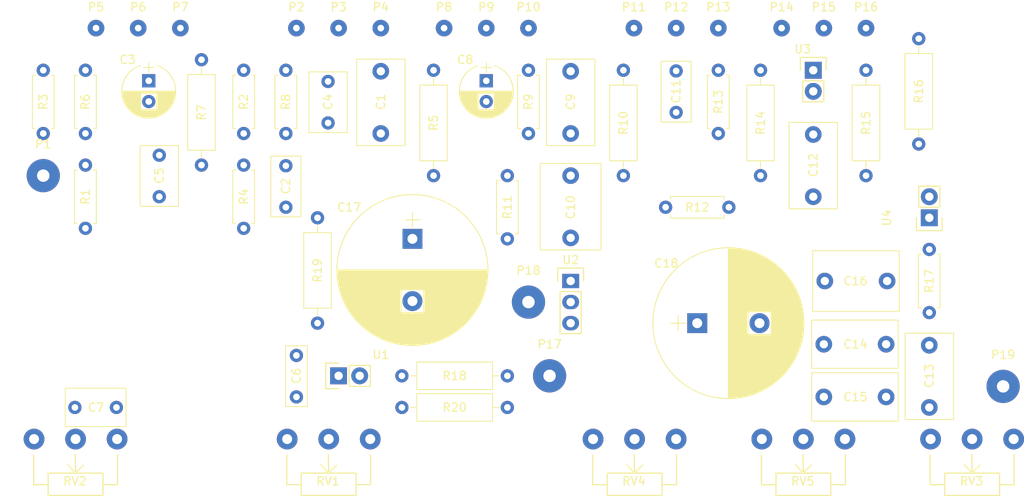
<source format=kicad_pcb>
(kicad_pcb (version 4) (host pcbnew 4.0.0-rc2-stable)

  (general
    (links 84)
    (no_connects 84)
    (area 103.73382 53.485 237.66968 113.754581)
    (thickness 1.6)
    (drawings 0)
    (tracks 0)
    (zones 0)
    (modules 66)
    (nets 34)
  )

  (page A4)
  (layers
    (0 F.Cu signal)
    (31 B.Cu signal)
    (32 B.Adhes user)
    (33 F.Adhes user)
    (34 B.Paste user)
    (35 F.Paste user)
    (36 B.SilkS user)
    (37 F.SilkS user)
    (38 B.Mask user)
    (39 F.Mask user)
    (40 Dwgs.User user)
    (41 Cmts.User user)
    (42 Eco1.User user)
    (43 Eco2.User user)
    (44 Edge.Cuts user)
    (45 Margin user)
    (46 B.CrtYd user)
    (47 F.CrtYd user)
    (48 B.Fab user)
    (49 F.Fab user)
  )

  (setup
    (last_trace_width 0.25)
    (trace_clearance 0.2)
    (zone_clearance 0.508)
    (zone_45_only no)
    (trace_min 0.2)
    (segment_width 0.2)
    (edge_width 0.15)
    (via_size 0.6)
    (via_drill 0.4)
    (via_min_size 0.4)
    (via_min_drill 0.3)
    (uvia_size 0.3)
    (uvia_drill 0.1)
    (uvias_allowed no)
    (uvia_min_size 0.2)
    (uvia_min_drill 0.1)
    (pcb_text_width 0.3)
    (pcb_text_size 1.5 1.5)
    (mod_edge_width 0.15)
    (mod_text_size 1 1)
    (mod_text_width 0.15)
    (pad_size 1.524 1.524)
    (pad_drill 0.762)
    (pad_to_mask_clearance 0.2)
    (aux_axis_origin 0 0)
    (visible_elements FFFFFF7F)
    (pcbplotparams
      (layerselection 0x00030_80000001)
      (usegerberextensions false)
      (excludeedgelayer true)
      (linewidth 0.100000)
      (plotframeref false)
      (viasonmask false)
      (mode 1)
      (useauxorigin false)
      (hpglpennumber 1)
      (hpglpenspeed 20)
      (hpglpendiameter 15)
      (hpglpenoverlay 2)
      (psnegative false)
      (psa4output false)
      (plotreference true)
      (plotvalue true)
      (plotinvisibletext false)
      (padsonsilk false)
      (subtractmaskfromsilk false)
      (outputformat 1)
      (mirror false)
      (drillshape 1)
      (scaleselection 1)
      (outputdirectory ""))
  )

  (net 0 "")
  (net 1 "Net-(C1-Pad1)")
  (net 2 "Net-(C1-Pad2)")
  (net 3 GND)
  (net 4 "Net-(C2-Pad2)")
  (net 5 "Net-(C3-Pad1)")
  (net 6 "Net-(C4-Pad2)")
  (net 7 "Net-(C5-Pad1)")
  (net 8 "Net-(C5-Pad2)")
  (net 9 "Net-(C6-Pad2)")
  (net 10 "Net-(C7-Pad2)")
  (net 11 "Net-(C8-Pad1)")
  (net 12 "Net-(C10-Pad1)")
  (net 13 "Net-(C9-Pad2)")
  (net 14 "Net-(C10-Pad2)")
  (net 15 "Net-(C11-Pad2)")
  (net 16 "Net-(C12-Pad1)")
  (net 17 "Net-(C12-Pad2)")
  (net 18 "Net-(C13-Pad1)")
  (net 19 "Net-(C14-Pad1)")
  (net 20 "Net-(C14-Pad2)")
  (net 21 "Net-(C15-Pad1)")
  (net 22 "Net-(C16-Pad2)")
  (net 23 +HV1)
  (net 24 +HV2)
  (net 25 "Net-(P1-Pad1)")
  (net 26 "Net-(P2-Pad1)")
  (net 27 "Net-(P5-Pad1)")
  (net 28 "Net-(P8-Pad1)")
  (net 29 "Net-(P11-Pad1)")
  (net 30 "Net-(P13-Pad1)")
  (net 31 VCC)
  (net 32 "Net-(P19-Pad1)")
  (net 33 "Net-(R14-Pad2)")

  (net_class Default "Este es el tipo de red por defecto."
    (clearance 0.2)
    (trace_width 0.25)
    (via_dia 0.6)
    (via_drill 0.4)
    (uvia_dia 0.3)
    (uvia_drill 0.1)
    (add_net +HV1)
    (add_net +HV2)
    (add_net GND)
    (add_net "Net-(C1-Pad1)")
    (add_net "Net-(C1-Pad2)")
    (add_net "Net-(C10-Pad1)")
    (add_net "Net-(C10-Pad2)")
    (add_net "Net-(C11-Pad2)")
    (add_net "Net-(C12-Pad1)")
    (add_net "Net-(C12-Pad2)")
    (add_net "Net-(C13-Pad1)")
    (add_net "Net-(C14-Pad1)")
    (add_net "Net-(C14-Pad2)")
    (add_net "Net-(C15-Pad1)")
    (add_net "Net-(C16-Pad2)")
    (add_net "Net-(C2-Pad2)")
    (add_net "Net-(C3-Pad1)")
    (add_net "Net-(C4-Pad2)")
    (add_net "Net-(C5-Pad1)")
    (add_net "Net-(C5-Pad2)")
    (add_net "Net-(C6-Pad2)")
    (add_net "Net-(C7-Pad2)")
    (add_net "Net-(C8-Pad1)")
    (add_net "Net-(C9-Pad2)")
    (add_net "Net-(P1-Pad1)")
    (add_net "Net-(P11-Pad1)")
    (add_net "Net-(P13-Pad1)")
    (add_net "Net-(P19-Pad1)")
    (add_net "Net-(P2-Pad1)")
    (add_net "Net-(P5-Pad1)")
    (add_net "Net-(P8-Pad1)")
    (add_net "Net-(R14-Pad2)")
    (add_net VCC)
  )

  (module Capacitors_THT:C_Rect_L10.3mm_W5.7mm_P7.50mm_MKS4 (layer F.Cu) (tedit 587E6697) (tstamp 587E6671)
    (at 149.86 69.85 90)
    (descr "C, Rect series, Radial, pin pitch=7.50mm, , length*width=10.3*5.7mm^2, Capacitor, http://www.wima.com/EN/WIMA_MKS_4.pdf")
    (tags "C Rect series Radial pin pitch 7.50mm  length 10.3mm width 5.7mm Capacitor")
    (path /587E5CC7)
    (fp_text reference C1 (at 3.81 0 90) (layer F.SilkS)
      (effects (font (size 1 1) (thickness 0.15)))
    )
    (fp_text value 22n (at 3.75 3.91 90) (layer F.Fab)
      (effects (font (size 1 1) (thickness 0.15)))
    )
    (fp_line (start -1.4 -2.85) (end -1.4 2.85) (layer F.Fab) (width 0.1))
    (fp_line (start -1.4 2.85) (end 8.9 2.85) (layer F.Fab) (width 0.1))
    (fp_line (start 8.9 2.85) (end 8.9 -2.85) (layer F.Fab) (width 0.1))
    (fp_line (start 8.9 -2.85) (end -1.4 -2.85) (layer F.Fab) (width 0.1))
    (fp_line (start -1.46 -2.91) (end 8.96 -2.91) (layer F.SilkS) (width 0.12))
    (fp_line (start -1.46 2.91) (end 8.96 2.91) (layer F.SilkS) (width 0.12))
    (fp_line (start -1.46 -2.91) (end -1.46 2.91) (layer F.SilkS) (width 0.12))
    (fp_line (start 8.96 -2.91) (end 8.96 2.91) (layer F.SilkS) (width 0.12))
    (fp_line (start -1.75 -3.2) (end -1.75 3.2) (layer F.CrtYd) (width 0.05))
    (fp_line (start -1.75 3.2) (end 9.25 3.2) (layer F.CrtYd) (width 0.05))
    (fp_line (start 9.25 3.2) (end 9.25 -3.2) (layer F.CrtYd) (width 0.05))
    (fp_line (start 9.25 -3.2) (end -1.75 -3.2) (layer F.CrtYd) (width 0.05))
    (pad 1 thru_hole circle (at 0 0 90) (size 2 2) (drill 1) (layers *.Cu *.Mask)
      (net 1 "Net-(C1-Pad1)"))
    (pad 2 thru_hole circle (at 7.5 0 90) (size 2 2) (drill 1) (layers *.Cu *.Mask)
      (net 2 "Net-(C1-Pad2)"))
    (model Capacitors_ThroughHole.3dshapes/C_Rect_L10.3mm_W5.7mm_P7.50mm_MKS4.wrl
      (at (xyz 0 0 0))
      (scale (xyz 0.393701 0.393701 0.393701))
      (rotate (xyz 0 0 0))
    )
  )

  (module Capacitors_THT:C_Rect_L7.2mm_W3.5mm_P5.00mm_FKS2_FKP2_MKS2_MKP2 (layer F.Cu) (tedit 587E671B) (tstamp 587E6677)
    (at 138.43 78.74 90)
    (descr "C, Rect series, Radial, pin pitch=5.00mm, , length*width=7.2*3.5mm^2, Capacitor, http://www.wima.com/EN/WIMA_FKS_2.pdf")
    (tags "C Rect series Radial pin pitch 5.00mm  length 7.2mm width 3.5mm Capacitor")
    (path /587E4EBD)
    (fp_text reference C2 (at 2.54 0 90) (layer F.SilkS)
      (effects (font (size 1 1) (thickness 0.15)))
    )
    (fp_text value 680n (at 2.5 2.81 90) (layer F.Fab)
      (effects (font (size 1 1) (thickness 0.15)))
    )
    (fp_line (start -1.1 -1.75) (end -1.1 1.75) (layer F.Fab) (width 0.1))
    (fp_line (start -1.1 1.75) (end 6.1 1.75) (layer F.Fab) (width 0.1))
    (fp_line (start 6.1 1.75) (end 6.1 -1.75) (layer F.Fab) (width 0.1))
    (fp_line (start 6.1 -1.75) (end -1.1 -1.75) (layer F.Fab) (width 0.1))
    (fp_line (start -1.16 -1.81) (end 6.16 -1.81) (layer F.SilkS) (width 0.12))
    (fp_line (start -1.16 1.81) (end 6.16 1.81) (layer F.SilkS) (width 0.12))
    (fp_line (start -1.16 -1.81) (end -1.16 1.81) (layer F.SilkS) (width 0.12))
    (fp_line (start 6.16 -1.81) (end 6.16 1.81) (layer F.SilkS) (width 0.12))
    (fp_line (start -1.45 -2.1) (end -1.45 2.1) (layer F.CrtYd) (width 0.05))
    (fp_line (start -1.45 2.1) (end 6.45 2.1) (layer F.CrtYd) (width 0.05))
    (fp_line (start 6.45 2.1) (end 6.45 -2.1) (layer F.CrtYd) (width 0.05))
    (fp_line (start 6.45 -2.1) (end -1.45 -2.1) (layer F.CrtYd) (width 0.05))
    (pad 1 thru_hole circle (at 0 0 90) (size 1.6 1.6) (drill 0.8) (layers *.Cu *.Mask)
      (net 3 GND))
    (pad 2 thru_hole circle (at 5 0 90) (size 1.6 1.6) (drill 0.8) (layers *.Cu *.Mask)
      (net 4 "Net-(C2-Pad2)"))
    (model Capacitors_ThroughHole.3dshapes/C_Rect_L7.2mm_W3.5mm_P5.00mm_FKS2_FKP2_MKS2_MKP2.wrl
      (at (xyz 0 0 0))
      (scale (xyz 0.393701 0.393701 0.393701))
      (rotate (xyz 0 0 0))
    )
  )

  (module Capacitors_THT:CP_Radial_D6.3mm_P2.50mm (layer F.Cu) (tedit 587E6822) (tstamp 587E667D)
    (at 121.92 63.5 270)
    (descr "CP, Radial series, Radial, pin pitch=2.50mm, , diameter=6.3mm, Electrolytic Capacitor")
    (tags "CP Radial series Radial pin pitch 2.50mm  diameter 6.3mm Electrolytic Capacitor")
    (path /587E4ED7)
    (fp_text reference C3 (at -2.54 2.54 360) (layer F.SilkS)
      (effects (font (size 1 1) (thickness 0.15)))
    )
    (fp_text value 22u (at 5.08 -2.54 360) (layer F.Fab)
      (effects (font (size 1 1) (thickness 0.15)))
    )
    (fp_arc (start 1.25 0) (end -1.838236 -0.98) (angle 144.8) (layer F.SilkS) (width 0.12))
    (fp_arc (start 1.25 0) (end -1.838236 0.98) (angle -144.8) (layer F.SilkS) (width 0.12))
    (fp_arc (start 1.25 0) (end 4.338236 -0.98) (angle 35.2) (layer F.SilkS) (width 0.12))
    (fp_circle (center 1.25 0) (end 4.4 0) (layer F.Fab) (width 0.1))
    (fp_line (start -2.2 0) (end -1 0) (layer F.Fab) (width 0.1))
    (fp_line (start -1.6 -0.65) (end -1.6 0.65) (layer F.Fab) (width 0.1))
    (fp_line (start 1.25 -3.2) (end 1.25 3.2) (layer F.SilkS) (width 0.12))
    (fp_line (start 1.29 -3.2) (end 1.29 3.2) (layer F.SilkS) (width 0.12))
    (fp_line (start 1.33 -3.2) (end 1.33 3.2) (layer F.SilkS) (width 0.12))
    (fp_line (start 1.37 -3.198) (end 1.37 3.198) (layer F.SilkS) (width 0.12))
    (fp_line (start 1.41 -3.197) (end 1.41 3.197) (layer F.SilkS) (width 0.12))
    (fp_line (start 1.45 -3.194) (end 1.45 3.194) (layer F.SilkS) (width 0.12))
    (fp_line (start 1.49 -3.192) (end 1.49 3.192) (layer F.SilkS) (width 0.12))
    (fp_line (start 1.53 -3.188) (end 1.53 -0.98) (layer F.SilkS) (width 0.12))
    (fp_line (start 1.53 0.98) (end 1.53 3.188) (layer F.SilkS) (width 0.12))
    (fp_line (start 1.57 -3.185) (end 1.57 -0.98) (layer F.SilkS) (width 0.12))
    (fp_line (start 1.57 0.98) (end 1.57 3.185) (layer F.SilkS) (width 0.12))
    (fp_line (start 1.61 -3.18) (end 1.61 -0.98) (layer F.SilkS) (width 0.12))
    (fp_line (start 1.61 0.98) (end 1.61 3.18) (layer F.SilkS) (width 0.12))
    (fp_line (start 1.65 -3.176) (end 1.65 -0.98) (layer F.SilkS) (width 0.12))
    (fp_line (start 1.65 0.98) (end 1.65 3.176) (layer F.SilkS) (width 0.12))
    (fp_line (start 1.69 -3.17) (end 1.69 -0.98) (layer F.SilkS) (width 0.12))
    (fp_line (start 1.69 0.98) (end 1.69 3.17) (layer F.SilkS) (width 0.12))
    (fp_line (start 1.73 -3.165) (end 1.73 -0.98) (layer F.SilkS) (width 0.12))
    (fp_line (start 1.73 0.98) (end 1.73 3.165) (layer F.SilkS) (width 0.12))
    (fp_line (start 1.77 -3.158) (end 1.77 -0.98) (layer F.SilkS) (width 0.12))
    (fp_line (start 1.77 0.98) (end 1.77 3.158) (layer F.SilkS) (width 0.12))
    (fp_line (start 1.81 -3.152) (end 1.81 -0.98) (layer F.SilkS) (width 0.12))
    (fp_line (start 1.81 0.98) (end 1.81 3.152) (layer F.SilkS) (width 0.12))
    (fp_line (start 1.85 -3.144) (end 1.85 -0.98) (layer F.SilkS) (width 0.12))
    (fp_line (start 1.85 0.98) (end 1.85 3.144) (layer F.SilkS) (width 0.12))
    (fp_line (start 1.89 -3.137) (end 1.89 -0.98) (layer F.SilkS) (width 0.12))
    (fp_line (start 1.89 0.98) (end 1.89 3.137) (layer F.SilkS) (width 0.12))
    (fp_line (start 1.93 -3.128) (end 1.93 -0.98) (layer F.SilkS) (width 0.12))
    (fp_line (start 1.93 0.98) (end 1.93 3.128) (layer F.SilkS) (width 0.12))
    (fp_line (start 1.971 -3.119) (end 1.971 -0.98) (layer F.SilkS) (width 0.12))
    (fp_line (start 1.971 0.98) (end 1.971 3.119) (layer F.SilkS) (width 0.12))
    (fp_line (start 2.011 -3.11) (end 2.011 -0.98) (layer F.SilkS) (width 0.12))
    (fp_line (start 2.011 0.98) (end 2.011 3.11) (layer F.SilkS) (width 0.12))
    (fp_line (start 2.051 -3.1) (end 2.051 -0.98) (layer F.SilkS) (width 0.12))
    (fp_line (start 2.051 0.98) (end 2.051 3.1) (layer F.SilkS) (width 0.12))
    (fp_line (start 2.091 -3.09) (end 2.091 -0.98) (layer F.SilkS) (width 0.12))
    (fp_line (start 2.091 0.98) (end 2.091 3.09) (layer F.SilkS) (width 0.12))
    (fp_line (start 2.131 -3.079) (end 2.131 -0.98) (layer F.SilkS) (width 0.12))
    (fp_line (start 2.131 0.98) (end 2.131 3.079) (layer F.SilkS) (width 0.12))
    (fp_line (start 2.171 -3.067) (end 2.171 -0.98) (layer F.SilkS) (width 0.12))
    (fp_line (start 2.171 0.98) (end 2.171 3.067) (layer F.SilkS) (width 0.12))
    (fp_line (start 2.211 -3.055) (end 2.211 -0.98) (layer F.SilkS) (width 0.12))
    (fp_line (start 2.211 0.98) (end 2.211 3.055) (layer F.SilkS) (width 0.12))
    (fp_line (start 2.251 -3.042) (end 2.251 -0.98) (layer F.SilkS) (width 0.12))
    (fp_line (start 2.251 0.98) (end 2.251 3.042) (layer F.SilkS) (width 0.12))
    (fp_line (start 2.291 -3.029) (end 2.291 -0.98) (layer F.SilkS) (width 0.12))
    (fp_line (start 2.291 0.98) (end 2.291 3.029) (layer F.SilkS) (width 0.12))
    (fp_line (start 2.331 -3.015) (end 2.331 -0.98) (layer F.SilkS) (width 0.12))
    (fp_line (start 2.331 0.98) (end 2.331 3.015) (layer F.SilkS) (width 0.12))
    (fp_line (start 2.371 -3.001) (end 2.371 -0.98) (layer F.SilkS) (width 0.12))
    (fp_line (start 2.371 0.98) (end 2.371 3.001) (layer F.SilkS) (width 0.12))
    (fp_line (start 2.411 -2.986) (end 2.411 -0.98) (layer F.SilkS) (width 0.12))
    (fp_line (start 2.411 0.98) (end 2.411 2.986) (layer F.SilkS) (width 0.12))
    (fp_line (start 2.451 -2.97) (end 2.451 -0.98) (layer F.SilkS) (width 0.12))
    (fp_line (start 2.451 0.98) (end 2.451 2.97) (layer F.SilkS) (width 0.12))
    (fp_line (start 2.491 -2.954) (end 2.491 -0.98) (layer F.SilkS) (width 0.12))
    (fp_line (start 2.491 0.98) (end 2.491 2.954) (layer F.SilkS) (width 0.12))
    (fp_line (start 2.531 -2.937) (end 2.531 -0.98) (layer F.SilkS) (width 0.12))
    (fp_line (start 2.531 0.98) (end 2.531 2.937) (layer F.SilkS) (width 0.12))
    (fp_line (start 2.571 -2.919) (end 2.571 -0.98) (layer F.SilkS) (width 0.12))
    (fp_line (start 2.571 0.98) (end 2.571 2.919) (layer F.SilkS) (width 0.12))
    (fp_line (start 2.611 -2.901) (end 2.611 -0.98) (layer F.SilkS) (width 0.12))
    (fp_line (start 2.611 0.98) (end 2.611 2.901) (layer F.SilkS) (width 0.12))
    (fp_line (start 2.651 -2.882) (end 2.651 -0.98) (layer F.SilkS) (width 0.12))
    (fp_line (start 2.651 0.98) (end 2.651 2.882) (layer F.SilkS) (width 0.12))
    (fp_line (start 2.691 -2.863) (end 2.691 -0.98) (layer F.SilkS) (width 0.12))
    (fp_line (start 2.691 0.98) (end 2.691 2.863) (layer F.SilkS) (width 0.12))
    (fp_line (start 2.731 -2.843) (end 2.731 -0.98) (layer F.SilkS) (width 0.12))
    (fp_line (start 2.731 0.98) (end 2.731 2.843) (layer F.SilkS) (width 0.12))
    (fp_line (start 2.771 -2.822) (end 2.771 -0.98) (layer F.SilkS) (width 0.12))
    (fp_line (start 2.771 0.98) (end 2.771 2.822) (layer F.SilkS) (width 0.12))
    (fp_line (start 2.811 -2.8) (end 2.811 -0.98) (layer F.SilkS) (width 0.12))
    (fp_line (start 2.811 0.98) (end 2.811 2.8) (layer F.SilkS) (width 0.12))
    (fp_line (start 2.851 -2.778) (end 2.851 -0.98) (layer F.SilkS) (width 0.12))
    (fp_line (start 2.851 0.98) (end 2.851 2.778) (layer F.SilkS) (width 0.12))
    (fp_line (start 2.891 -2.755) (end 2.891 -0.98) (layer F.SilkS) (width 0.12))
    (fp_line (start 2.891 0.98) (end 2.891 2.755) (layer F.SilkS) (width 0.12))
    (fp_line (start 2.931 -2.731) (end 2.931 -0.98) (layer F.SilkS) (width 0.12))
    (fp_line (start 2.931 0.98) (end 2.931 2.731) (layer F.SilkS) (width 0.12))
    (fp_line (start 2.971 -2.706) (end 2.971 -0.98) (layer F.SilkS) (width 0.12))
    (fp_line (start 2.971 0.98) (end 2.971 2.706) (layer F.SilkS) (width 0.12))
    (fp_line (start 3.011 -2.681) (end 3.011 -0.98) (layer F.SilkS) (width 0.12))
    (fp_line (start 3.011 0.98) (end 3.011 2.681) (layer F.SilkS) (width 0.12))
    (fp_line (start 3.051 -2.654) (end 3.051 -0.98) (layer F.SilkS) (width 0.12))
    (fp_line (start 3.051 0.98) (end 3.051 2.654) (layer F.SilkS) (width 0.12))
    (fp_line (start 3.091 -2.627) (end 3.091 -0.98) (layer F.SilkS) (width 0.12))
    (fp_line (start 3.091 0.98) (end 3.091 2.627) (layer F.SilkS) (width 0.12))
    (fp_line (start 3.131 -2.599) (end 3.131 -0.98) (layer F.SilkS) (width 0.12))
    (fp_line (start 3.131 0.98) (end 3.131 2.599) (layer F.SilkS) (width 0.12))
    (fp_line (start 3.171 -2.57) (end 3.171 -0.98) (layer F.SilkS) (width 0.12))
    (fp_line (start 3.171 0.98) (end 3.171 2.57) (layer F.SilkS) (width 0.12))
    (fp_line (start 3.211 -2.54) (end 3.211 -0.98) (layer F.SilkS) (width 0.12))
    (fp_line (start 3.211 0.98) (end 3.211 2.54) (layer F.SilkS) (width 0.12))
    (fp_line (start 3.251 -2.51) (end 3.251 -0.98) (layer F.SilkS) (width 0.12))
    (fp_line (start 3.251 0.98) (end 3.251 2.51) (layer F.SilkS) (width 0.12))
    (fp_line (start 3.291 -2.478) (end 3.291 -0.98) (layer F.SilkS) (width 0.12))
    (fp_line (start 3.291 0.98) (end 3.291 2.478) (layer F.SilkS) (width 0.12))
    (fp_line (start 3.331 -2.445) (end 3.331 -0.98) (layer F.SilkS) (width 0.12))
    (fp_line (start 3.331 0.98) (end 3.331 2.445) (layer F.SilkS) (width 0.12))
    (fp_line (start 3.371 -2.411) (end 3.371 -0.98) (layer F.SilkS) (width 0.12))
    (fp_line (start 3.371 0.98) (end 3.371 2.411) (layer F.SilkS) (width 0.12))
    (fp_line (start 3.411 -2.375) (end 3.411 -0.98) (layer F.SilkS) (width 0.12))
    (fp_line (start 3.411 0.98) (end 3.411 2.375) (layer F.SilkS) (width 0.12))
    (fp_line (start 3.451 -2.339) (end 3.451 -0.98) (layer F.SilkS) (width 0.12))
    (fp_line (start 3.451 0.98) (end 3.451 2.339) (layer F.SilkS) (width 0.12))
    (fp_line (start 3.491 -2.301) (end 3.491 2.301) (layer F.SilkS) (width 0.12))
    (fp_line (start 3.531 -2.262) (end 3.531 2.262) (layer F.SilkS) (width 0.12))
    (fp_line (start 3.571 -2.222) (end 3.571 2.222) (layer F.SilkS) (width 0.12))
    (fp_line (start 3.611 -2.18) (end 3.611 2.18) (layer F.SilkS) (width 0.12))
    (fp_line (start 3.651 -2.137) (end 3.651 2.137) (layer F.SilkS) (width 0.12))
    (fp_line (start 3.691 -2.092) (end 3.691 2.092) (layer F.SilkS) (width 0.12))
    (fp_line (start 3.731 -2.045) (end 3.731 2.045) (layer F.SilkS) (width 0.12))
    (fp_line (start 3.771 -1.997) (end 3.771 1.997) (layer F.SilkS) (width 0.12))
    (fp_line (start 3.811 -1.946) (end 3.811 1.946) (layer F.SilkS) (width 0.12))
    (fp_line (start 3.851 -1.894) (end 3.851 1.894) (layer F.SilkS) (width 0.12))
    (fp_line (start 3.891 -1.839) (end 3.891 1.839) (layer F.SilkS) (width 0.12))
    (fp_line (start 3.931 -1.781) (end 3.931 1.781) (layer F.SilkS) (width 0.12))
    (fp_line (start 3.971 -1.721) (end 3.971 1.721) (layer F.SilkS) (width 0.12))
    (fp_line (start 4.011 -1.658) (end 4.011 1.658) (layer F.SilkS) (width 0.12))
    (fp_line (start 4.051 -1.591) (end 4.051 1.591) (layer F.SilkS) (width 0.12))
    (fp_line (start 4.091 -1.52) (end 4.091 1.52) (layer F.SilkS) (width 0.12))
    (fp_line (start 4.131 -1.445) (end 4.131 1.445) (layer F.SilkS) (width 0.12))
    (fp_line (start 4.171 -1.364) (end 4.171 1.364) (layer F.SilkS) (width 0.12))
    (fp_line (start 4.211 -1.278) (end 4.211 1.278) (layer F.SilkS) (width 0.12))
    (fp_line (start 4.251 -1.184) (end 4.251 1.184) (layer F.SilkS) (width 0.12))
    (fp_line (start 4.291 -1.081) (end 4.291 1.081) (layer F.SilkS) (width 0.12))
    (fp_line (start 4.331 -0.966) (end 4.331 0.966) (layer F.SilkS) (width 0.12))
    (fp_line (start 4.371 -0.834) (end 4.371 0.834) (layer F.SilkS) (width 0.12))
    (fp_line (start 4.411 -0.676) (end 4.411 0.676) (layer F.SilkS) (width 0.12))
    (fp_line (start 4.451 -0.468) (end 4.451 0.468) (layer F.SilkS) (width 0.12))
    (fp_line (start -2.2 0) (end -1 0) (layer F.SilkS) (width 0.12))
    (fp_line (start -1.6 -0.65) (end -1.6 0.65) (layer F.SilkS) (width 0.12))
    (fp_line (start -2.25 -3.5) (end -2.25 3.5) (layer F.CrtYd) (width 0.05))
    (fp_line (start -2.25 3.5) (end 4.75 3.5) (layer F.CrtYd) (width 0.05))
    (fp_line (start 4.75 3.5) (end 4.75 -3.5) (layer F.CrtYd) (width 0.05))
    (fp_line (start 4.75 -3.5) (end -2.25 -3.5) (layer F.CrtYd) (width 0.05))
    (pad 1 thru_hole rect (at 0 0 270) (size 1.6 1.6) (drill 0.8) (layers *.Cu *.Mask)
      (net 5 "Net-(C3-Pad1)"))
    (pad 2 thru_hole circle (at 2.5 0 270) (size 1.6 1.6) (drill 0.8) (layers *.Cu *.Mask)
      (net 3 GND))
    (model Capacitors_ThroughHole.3dshapes/CP_Radial_D6.3mm_P2.50mm.wrl
      (at (xyz 0 0 0))
      (scale (xyz 0.393701 0.393701 0.393701))
      (rotate (xyz 0 0 0))
    )
  )

  (module Capacitors_THT:C_Rect_L7.2mm_W4.5mm_P5.00mm_FKS2_FKP2_MKS2_MKP2 (layer F.Cu) (tedit 587E6716) (tstamp 587E6683)
    (at 143.51 68.58 90)
    (descr "C, Rect series, Radial, pin pitch=5.00mm, , length*width=7.2*4.5mm^2, Capacitor, http://www.wima.com/EN/WIMA_FKS_2.pdf")
    (tags "C Rect series Radial pin pitch 5.00mm  length 7.2mm width 4.5mm Capacitor")
    (path /587E4EEB)
    (fp_text reference C4 (at 2.54 0 90) (layer F.SilkS)
      (effects (font (size 1 1) (thickness 0.15)))
    )
    (fp_text value 470p (at 2.5 3.31 90) (layer F.Fab)
      (effects (font (size 1 1) (thickness 0.15)))
    )
    (fp_line (start -1.1 -2.25) (end -1.1 2.25) (layer F.Fab) (width 0.1))
    (fp_line (start -1.1 2.25) (end 6.1 2.25) (layer F.Fab) (width 0.1))
    (fp_line (start 6.1 2.25) (end 6.1 -2.25) (layer F.Fab) (width 0.1))
    (fp_line (start 6.1 -2.25) (end -1.1 -2.25) (layer F.Fab) (width 0.1))
    (fp_line (start -1.16 -2.31) (end 6.16 -2.31) (layer F.SilkS) (width 0.12))
    (fp_line (start -1.16 2.31) (end 6.16 2.31) (layer F.SilkS) (width 0.12))
    (fp_line (start -1.16 -2.31) (end -1.16 2.31) (layer F.SilkS) (width 0.12))
    (fp_line (start 6.16 -2.31) (end 6.16 2.31) (layer F.SilkS) (width 0.12))
    (fp_line (start -1.45 -2.6) (end -1.45 2.6) (layer F.CrtYd) (width 0.05))
    (fp_line (start -1.45 2.6) (end 6.45 2.6) (layer F.CrtYd) (width 0.05))
    (fp_line (start 6.45 2.6) (end 6.45 -2.6) (layer F.CrtYd) (width 0.05))
    (fp_line (start 6.45 -2.6) (end -1.45 -2.6) (layer F.CrtYd) (width 0.05))
    (pad 1 thru_hole circle (at 0 0 90) (size 1.6 1.6) (drill 0.8) (layers *.Cu *.Mask)
      (net 1 "Net-(C1-Pad1)"))
    (pad 2 thru_hole circle (at 5 0 90) (size 1.6 1.6) (drill 0.8) (layers *.Cu *.Mask)
      (net 6 "Net-(C4-Pad2)"))
    (model Capacitors_ThroughHole.3dshapes/C_Rect_L7.2mm_W4.5mm_P5.00mm_FKS2_FKP2_MKS2_MKP2.wrl
      (at (xyz 0 0 0))
      (scale (xyz 0.393701 0.393701 0.393701))
      (rotate (xyz 0 0 0))
    )
  )

  (module Capacitors_THT:C_Rect_L7.2mm_W4.5mm_P5.00mm_FKS2_FKP2_MKS2_MKP2 (layer F.Cu) (tedit 587E670A) (tstamp 587E6689)
    (at 123.19 77.47 90)
    (descr "C, Rect series, Radial, pin pitch=5.00mm, , length*width=7.2*4.5mm^2, Capacitor, http://www.wima.com/EN/WIMA_FKS_2.pdf")
    (tags "C Rect series Radial pin pitch 5.00mm  length 7.2mm width 4.5mm Capacitor")
    (path /587E4EC1)
    (fp_text reference C5 (at 2.54 0 90) (layer F.SilkS)
      (effects (font (size 1 1) (thickness 0.15)))
    )
    (fp_text value 470p (at 2.5 3.31 90) (layer F.Fab)
      (effects (font (size 1 1) (thickness 0.15)))
    )
    (fp_line (start -1.1 -2.25) (end -1.1 2.25) (layer F.Fab) (width 0.1))
    (fp_line (start -1.1 2.25) (end 6.1 2.25) (layer F.Fab) (width 0.1))
    (fp_line (start 6.1 2.25) (end 6.1 -2.25) (layer F.Fab) (width 0.1))
    (fp_line (start 6.1 -2.25) (end -1.1 -2.25) (layer F.Fab) (width 0.1))
    (fp_line (start -1.16 -2.31) (end 6.16 -2.31) (layer F.SilkS) (width 0.12))
    (fp_line (start -1.16 2.31) (end 6.16 2.31) (layer F.SilkS) (width 0.12))
    (fp_line (start -1.16 -2.31) (end -1.16 2.31) (layer F.SilkS) (width 0.12))
    (fp_line (start 6.16 -2.31) (end 6.16 2.31) (layer F.SilkS) (width 0.12))
    (fp_line (start -1.45 -2.6) (end -1.45 2.6) (layer F.CrtYd) (width 0.05))
    (fp_line (start -1.45 2.6) (end 6.45 2.6) (layer F.CrtYd) (width 0.05))
    (fp_line (start 6.45 2.6) (end 6.45 -2.6) (layer F.CrtYd) (width 0.05))
    (fp_line (start 6.45 -2.6) (end -1.45 -2.6) (layer F.CrtYd) (width 0.05))
    (pad 1 thru_hole circle (at 0 0 90) (size 1.6 1.6) (drill 0.8) (layers *.Cu *.Mask)
      (net 7 "Net-(C5-Pad1)"))
    (pad 2 thru_hole circle (at 5 0 90) (size 1.6 1.6) (drill 0.8) (layers *.Cu *.Mask)
      (net 8 "Net-(C5-Pad2)"))
    (model Capacitors_ThroughHole.3dshapes/C_Rect_L7.2mm_W4.5mm_P5.00mm_FKS2_FKP2_MKS2_MKP2.wrl
      (at (xyz 0 0 0))
      (scale (xyz 0.393701 0.393701 0.393701))
      (rotate (xyz 0 0 0))
    )
  )

  (module Capacitors_THT:C_Rect_L7.2mm_W2.5mm_P5.00mm_FKS2_FKP2_MKS2_MKP2 (layer F.Cu) (tedit 587E6683) (tstamp 587E668F)
    (at 139.7 101.6 90)
    (descr "C, Rect series, Radial, pin pitch=5.00mm, , length*width=7.2*2.5mm^2, Capacitor, http://www.wima.com/EN/WIMA_FKS_2.pdf")
    (tags "C Rect series Radial pin pitch 5.00mm  length 7.2mm width 2.5mm Capacitor")
    (path /587E4EEE)
    (fp_text reference C6 (at 2.54 0 90) (layer F.SilkS)
      (effects (font (size 1 1) (thickness 0.15)))
    )
    (fp_text value 1n (at 2.5 2.31 90) (layer F.Fab)
      (effects (font (size 1 1) (thickness 0.15)))
    )
    (fp_line (start -1.1 -1.25) (end -1.1 1.25) (layer F.Fab) (width 0.1))
    (fp_line (start -1.1 1.25) (end 6.1 1.25) (layer F.Fab) (width 0.1))
    (fp_line (start 6.1 1.25) (end 6.1 -1.25) (layer F.Fab) (width 0.1))
    (fp_line (start 6.1 -1.25) (end -1.1 -1.25) (layer F.Fab) (width 0.1))
    (fp_line (start -1.16 -1.31) (end 6.16 -1.31) (layer F.SilkS) (width 0.12))
    (fp_line (start -1.16 1.31) (end 6.16 1.31) (layer F.SilkS) (width 0.12))
    (fp_line (start -1.16 -1.31) (end -1.16 1.31) (layer F.SilkS) (width 0.12))
    (fp_line (start 6.16 -1.31) (end 6.16 1.31) (layer F.SilkS) (width 0.12))
    (fp_line (start -1.45 -1.6) (end -1.45 1.6) (layer F.CrtYd) (width 0.05))
    (fp_line (start -1.45 1.6) (end 6.45 1.6) (layer F.CrtYd) (width 0.05))
    (fp_line (start 6.45 1.6) (end 6.45 -1.6) (layer F.CrtYd) (width 0.05))
    (fp_line (start 6.45 -1.6) (end -1.45 -1.6) (layer F.CrtYd) (width 0.05))
    (pad 1 thru_hole circle (at 0 0 90) (size 1.6 1.6) (drill 0.8) (layers *.Cu *.Mask)
      (net 6 "Net-(C4-Pad2)"))
    (pad 2 thru_hole circle (at 5 0 90) (size 1.6 1.6) (drill 0.8) (layers *.Cu *.Mask)
      (net 9 "Net-(C6-Pad2)"))
    (model Capacitors_ThroughHole.3dshapes/C_Rect_L7.2mm_W2.5mm_P5.00mm_FKS2_FKP2_MKS2_MKP2.wrl
      (at (xyz 0 0 0))
      (scale (xyz 0.393701 0.393701 0.393701))
      (rotate (xyz 0 0 0))
    )
  )

  (module Capacitors_THT:C_Rect_L7.2mm_W4.5mm_P5.00mm_FKS2_FKP2_MKS2_MKP2 (layer F.Cu) (tedit 587E676C) (tstamp 587E6695)
    (at 113.03 102.87)
    (descr "C, Rect series, Radial, pin pitch=5.00mm, , length*width=7.2*4.5mm^2, Capacitor, http://www.wima.com/EN/WIMA_FKS_2.pdf")
    (tags "C Rect series Radial pin pitch 5.00mm  length 7.2mm width 4.5mm Capacitor")
    (path /587E4EEF)
    (fp_text reference C7 (at 2.54 0) (layer F.SilkS)
      (effects (font (size 1 1) (thickness 0.15)))
    )
    (fp_text value 100p (at 2.5 3.31) (layer F.Fab)
      (effects (font (size 1 1) (thickness 0.15)))
    )
    (fp_line (start -1.1 -2.25) (end -1.1 2.25) (layer F.Fab) (width 0.1))
    (fp_line (start -1.1 2.25) (end 6.1 2.25) (layer F.Fab) (width 0.1))
    (fp_line (start 6.1 2.25) (end 6.1 -2.25) (layer F.Fab) (width 0.1))
    (fp_line (start 6.1 -2.25) (end -1.1 -2.25) (layer F.Fab) (width 0.1))
    (fp_line (start -1.16 -2.31) (end 6.16 -2.31) (layer F.SilkS) (width 0.12))
    (fp_line (start -1.16 2.31) (end 6.16 2.31) (layer F.SilkS) (width 0.12))
    (fp_line (start -1.16 -2.31) (end -1.16 2.31) (layer F.SilkS) (width 0.12))
    (fp_line (start 6.16 -2.31) (end 6.16 2.31) (layer F.SilkS) (width 0.12))
    (fp_line (start -1.45 -2.6) (end -1.45 2.6) (layer F.CrtYd) (width 0.05))
    (fp_line (start -1.45 2.6) (end 6.45 2.6) (layer F.CrtYd) (width 0.05))
    (fp_line (start 6.45 2.6) (end 6.45 -2.6) (layer F.CrtYd) (width 0.05))
    (fp_line (start 6.45 -2.6) (end -1.45 -2.6) (layer F.CrtYd) (width 0.05))
    (pad 1 thru_hole circle (at 0 0) (size 1.6 1.6) (drill 0.8) (layers *.Cu *.Mask)
      (net 7 "Net-(C5-Pad1)"))
    (pad 2 thru_hole circle (at 5 0) (size 1.6 1.6) (drill 0.8) (layers *.Cu *.Mask)
      (net 10 "Net-(C7-Pad2)"))
    (model Capacitors_ThroughHole.3dshapes/C_Rect_L7.2mm_W4.5mm_P5.00mm_FKS2_FKP2_MKS2_MKP2.wrl
      (at (xyz 0 0 0))
      (scale (xyz 0.393701 0.393701 0.393701))
      (rotate (xyz 0 0 0))
    )
  )

  (module Capacitors_THT:CP_Radial_D6.3mm_P2.50mm (layer F.Cu) (tedit 587E681C) (tstamp 587E669B)
    (at 162.56 63.5 270)
    (descr "CP, Radial series, Radial, pin pitch=2.50mm, , diameter=6.3mm, Electrolytic Capacitor")
    (tags "CP Radial series Radial pin pitch 2.50mm  diameter 6.3mm Electrolytic Capacitor")
    (path /587E4EEA)
    (fp_text reference C8 (at -2.54 2.54 360) (layer F.SilkS)
      (effects (font (size 1 1) (thickness 0.15)))
    )
    (fp_text value 22u (at 5.08 -2.54 360) (layer F.Fab)
      (effects (font (size 1 1) (thickness 0.15)))
    )
    (fp_arc (start 1.25 0) (end -1.838236 -0.98) (angle 144.8) (layer F.SilkS) (width 0.12))
    (fp_arc (start 1.25 0) (end -1.838236 0.98) (angle -144.8) (layer F.SilkS) (width 0.12))
    (fp_arc (start 1.25 0) (end 4.338236 -0.98) (angle 35.2) (layer F.SilkS) (width 0.12))
    (fp_circle (center 1.25 0) (end 4.4 0) (layer F.Fab) (width 0.1))
    (fp_line (start -2.2 0) (end -1 0) (layer F.Fab) (width 0.1))
    (fp_line (start -1.6 -0.65) (end -1.6 0.65) (layer F.Fab) (width 0.1))
    (fp_line (start 1.25 -3.2) (end 1.25 3.2) (layer F.SilkS) (width 0.12))
    (fp_line (start 1.29 -3.2) (end 1.29 3.2) (layer F.SilkS) (width 0.12))
    (fp_line (start 1.33 -3.2) (end 1.33 3.2) (layer F.SilkS) (width 0.12))
    (fp_line (start 1.37 -3.198) (end 1.37 3.198) (layer F.SilkS) (width 0.12))
    (fp_line (start 1.41 -3.197) (end 1.41 3.197) (layer F.SilkS) (width 0.12))
    (fp_line (start 1.45 -3.194) (end 1.45 3.194) (layer F.SilkS) (width 0.12))
    (fp_line (start 1.49 -3.192) (end 1.49 3.192) (layer F.SilkS) (width 0.12))
    (fp_line (start 1.53 -3.188) (end 1.53 -0.98) (layer F.SilkS) (width 0.12))
    (fp_line (start 1.53 0.98) (end 1.53 3.188) (layer F.SilkS) (width 0.12))
    (fp_line (start 1.57 -3.185) (end 1.57 -0.98) (layer F.SilkS) (width 0.12))
    (fp_line (start 1.57 0.98) (end 1.57 3.185) (layer F.SilkS) (width 0.12))
    (fp_line (start 1.61 -3.18) (end 1.61 -0.98) (layer F.SilkS) (width 0.12))
    (fp_line (start 1.61 0.98) (end 1.61 3.18) (layer F.SilkS) (width 0.12))
    (fp_line (start 1.65 -3.176) (end 1.65 -0.98) (layer F.SilkS) (width 0.12))
    (fp_line (start 1.65 0.98) (end 1.65 3.176) (layer F.SilkS) (width 0.12))
    (fp_line (start 1.69 -3.17) (end 1.69 -0.98) (layer F.SilkS) (width 0.12))
    (fp_line (start 1.69 0.98) (end 1.69 3.17) (layer F.SilkS) (width 0.12))
    (fp_line (start 1.73 -3.165) (end 1.73 -0.98) (layer F.SilkS) (width 0.12))
    (fp_line (start 1.73 0.98) (end 1.73 3.165) (layer F.SilkS) (width 0.12))
    (fp_line (start 1.77 -3.158) (end 1.77 -0.98) (layer F.SilkS) (width 0.12))
    (fp_line (start 1.77 0.98) (end 1.77 3.158) (layer F.SilkS) (width 0.12))
    (fp_line (start 1.81 -3.152) (end 1.81 -0.98) (layer F.SilkS) (width 0.12))
    (fp_line (start 1.81 0.98) (end 1.81 3.152) (layer F.SilkS) (width 0.12))
    (fp_line (start 1.85 -3.144) (end 1.85 -0.98) (layer F.SilkS) (width 0.12))
    (fp_line (start 1.85 0.98) (end 1.85 3.144) (layer F.SilkS) (width 0.12))
    (fp_line (start 1.89 -3.137) (end 1.89 -0.98) (layer F.SilkS) (width 0.12))
    (fp_line (start 1.89 0.98) (end 1.89 3.137) (layer F.SilkS) (width 0.12))
    (fp_line (start 1.93 -3.128) (end 1.93 -0.98) (layer F.SilkS) (width 0.12))
    (fp_line (start 1.93 0.98) (end 1.93 3.128) (layer F.SilkS) (width 0.12))
    (fp_line (start 1.971 -3.119) (end 1.971 -0.98) (layer F.SilkS) (width 0.12))
    (fp_line (start 1.971 0.98) (end 1.971 3.119) (layer F.SilkS) (width 0.12))
    (fp_line (start 2.011 -3.11) (end 2.011 -0.98) (layer F.SilkS) (width 0.12))
    (fp_line (start 2.011 0.98) (end 2.011 3.11) (layer F.SilkS) (width 0.12))
    (fp_line (start 2.051 -3.1) (end 2.051 -0.98) (layer F.SilkS) (width 0.12))
    (fp_line (start 2.051 0.98) (end 2.051 3.1) (layer F.SilkS) (width 0.12))
    (fp_line (start 2.091 -3.09) (end 2.091 -0.98) (layer F.SilkS) (width 0.12))
    (fp_line (start 2.091 0.98) (end 2.091 3.09) (layer F.SilkS) (width 0.12))
    (fp_line (start 2.131 -3.079) (end 2.131 -0.98) (layer F.SilkS) (width 0.12))
    (fp_line (start 2.131 0.98) (end 2.131 3.079) (layer F.SilkS) (width 0.12))
    (fp_line (start 2.171 -3.067) (end 2.171 -0.98) (layer F.SilkS) (width 0.12))
    (fp_line (start 2.171 0.98) (end 2.171 3.067) (layer F.SilkS) (width 0.12))
    (fp_line (start 2.211 -3.055) (end 2.211 -0.98) (layer F.SilkS) (width 0.12))
    (fp_line (start 2.211 0.98) (end 2.211 3.055) (layer F.SilkS) (width 0.12))
    (fp_line (start 2.251 -3.042) (end 2.251 -0.98) (layer F.SilkS) (width 0.12))
    (fp_line (start 2.251 0.98) (end 2.251 3.042) (layer F.SilkS) (width 0.12))
    (fp_line (start 2.291 -3.029) (end 2.291 -0.98) (layer F.SilkS) (width 0.12))
    (fp_line (start 2.291 0.98) (end 2.291 3.029) (layer F.SilkS) (width 0.12))
    (fp_line (start 2.331 -3.015) (end 2.331 -0.98) (layer F.SilkS) (width 0.12))
    (fp_line (start 2.331 0.98) (end 2.331 3.015) (layer F.SilkS) (width 0.12))
    (fp_line (start 2.371 -3.001) (end 2.371 -0.98) (layer F.SilkS) (width 0.12))
    (fp_line (start 2.371 0.98) (end 2.371 3.001) (layer F.SilkS) (width 0.12))
    (fp_line (start 2.411 -2.986) (end 2.411 -0.98) (layer F.SilkS) (width 0.12))
    (fp_line (start 2.411 0.98) (end 2.411 2.986) (layer F.SilkS) (width 0.12))
    (fp_line (start 2.451 -2.97) (end 2.451 -0.98) (layer F.SilkS) (width 0.12))
    (fp_line (start 2.451 0.98) (end 2.451 2.97) (layer F.SilkS) (width 0.12))
    (fp_line (start 2.491 -2.954) (end 2.491 -0.98) (layer F.SilkS) (width 0.12))
    (fp_line (start 2.491 0.98) (end 2.491 2.954) (layer F.SilkS) (width 0.12))
    (fp_line (start 2.531 -2.937) (end 2.531 -0.98) (layer F.SilkS) (width 0.12))
    (fp_line (start 2.531 0.98) (end 2.531 2.937) (layer F.SilkS) (width 0.12))
    (fp_line (start 2.571 -2.919) (end 2.571 -0.98) (layer F.SilkS) (width 0.12))
    (fp_line (start 2.571 0.98) (end 2.571 2.919) (layer F.SilkS) (width 0.12))
    (fp_line (start 2.611 -2.901) (end 2.611 -0.98) (layer F.SilkS) (width 0.12))
    (fp_line (start 2.611 0.98) (end 2.611 2.901) (layer F.SilkS) (width 0.12))
    (fp_line (start 2.651 -2.882) (end 2.651 -0.98) (layer F.SilkS) (width 0.12))
    (fp_line (start 2.651 0.98) (end 2.651 2.882) (layer F.SilkS) (width 0.12))
    (fp_line (start 2.691 -2.863) (end 2.691 -0.98) (layer F.SilkS) (width 0.12))
    (fp_line (start 2.691 0.98) (end 2.691 2.863) (layer F.SilkS) (width 0.12))
    (fp_line (start 2.731 -2.843) (end 2.731 -0.98) (layer F.SilkS) (width 0.12))
    (fp_line (start 2.731 0.98) (end 2.731 2.843) (layer F.SilkS) (width 0.12))
    (fp_line (start 2.771 -2.822) (end 2.771 -0.98) (layer F.SilkS) (width 0.12))
    (fp_line (start 2.771 0.98) (end 2.771 2.822) (layer F.SilkS) (width 0.12))
    (fp_line (start 2.811 -2.8) (end 2.811 -0.98) (layer F.SilkS) (width 0.12))
    (fp_line (start 2.811 0.98) (end 2.811 2.8) (layer F.SilkS) (width 0.12))
    (fp_line (start 2.851 -2.778) (end 2.851 -0.98) (layer F.SilkS) (width 0.12))
    (fp_line (start 2.851 0.98) (end 2.851 2.778) (layer F.SilkS) (width 0.12))
    (fp_line (start 2.891 -2.755) (end 2.891 -0.98) (layer F.SilkS) (width 0.12))
    (fp_line (start 2.891 0.98) (end 2.891 2.755) (layer F.SilkS) (width 0.12))
    (fp_line (start 2.931 -2.731) (end 2.931 -0.98) (layer F.SilkS) (width 0.12))
    (fp_line (start 2.931 0.98) (end 2.931 2.731) (layer F.SilkS) (width 0.12))
    (fp_line (start 2.971 -2.706) (end 2.971 -0.98) (layer F.SilkS) (width 0.12))
    (fp_line (start 2.971 0.98) (end 2.971 2.706) (layer F.SilkS) (width 0.12))
    (fp_line (start 3.011 -2.681) (end 3.011 -0.98) (layer F.SilkS) (width 0.12))
    (fp_line (start 3.011 0.98) (end 3.011 2.681) (layer F.SilkS) (width 0.12))
    (fp_line (start 3.051 -2.654) (end 3.051 -0.98) (layer F.SilkS) (width 0.12))
    (fp_line (start 3.051 0.98) (end 3.051 2.654) (layer F.SilkS) (width 0.12))
    (fp_line (start 3.091 -2.627) (end 3.091 -0.98) (layer F.SilkS) (width 0.12))
    (fp_line (start 3.091 0.98) (end 3.091 2.627) (layer F.SilkS) (width 0.12))
    (fp_line (start 3.131 -2.599) (end 3.131 -0.98) (layer F.SilkS) (width 0.12))
    (fp_line (start 3.131 0.98) (end 3.131 2.599) (layer F.SilkS) (width 0.12))
    (fp_line (start 3.171 -2.57) (end 3.171 -0.98) (layer F.SilkS) (width 0.12))
    (fp_line (start 3.171 0.98) (end 3.171 2.57) (layer F.SilkS) (width 0.12))
    (fp_line (start 3.211 -2.54) (end 3.211 -0.98) (layer F.SilkS) (width 0.12))
    (fp_line (start 3.211 0.98) (end 3.211 2.54) (layer F.SilkS) (width 0.12))
    (fp_line (start 3.251 -2.51) (end 3.251 -0.98) (layer F.SilkS) (width 0.12))
    (fp_line (start 3.251 0.98) (end 3.251 2.51) (layer F.SilkS) (width 0.12))
    (fp_line (start 3.291 -2.478) (end 3.291 -0.98) (layer F.SilkS) (width 0.12))
    (fp_line (start 3.291 0.98) (end 3.291 2.478) (layer F.SilkS) (width 0.12))
    (fp_line (start 3.331 -2.445) (end 3.331 -0.98) (layer F.SilkS) (width 0.12))
    (fp_line (start 3.331 0.98) (end 3.331 2.445) (layer F.SilkS) (width 0.12))
    (fp_line (start 3.371 -2.411) (end 3.371 -0.98) (layer F.SilkS) (width 0.12))
    (fp_line (start 3.371 0.98) (end 3.371 2.411) (layer F.SilkS) (width 0.12))
    (fp_line (start 3.411 -2.375) (end 3.411 -0.98) (layer F.SilkS) (width 0.12))
    (fp_line (start 3.411 0.98) (end 3.411 2.375) (layer F.SilkS) (width 0.12))
    (fp_line (start 3.451 -2.339) (end 3.451 -0.98) (layer F.SilkS) (width 0.12))
    (fp_line (start 3.451 0.98) (end 3.451 2.339) (layer F.SilkS) (width 0.12))
    (fp_line (start 3.491 -2.301) (end 3.491 2.301) (layer F.SilkS) (width 0.12))
    (fp_line (start 3.531 -2.262) (end 3.531 2.262) (layer F.SilkS) (width 0.12))
    (fp_line (start 3.571 -2.222) (end 3.571 2.222) (layer F.SilkS) (width 0.12))
    (fp_line (start 3.611 -2.18) (end 3.611 2.18) (layer F.SilkS) (width 0.12))
    (fp_line (start 3.651 -2.137) (end 3.651 2.137) (layer F.SilkS) (width 0.12))
    (fp_line (start 3.691 -2.092) (end 3.691 2.092) (layer F.SilkS) (width 0.12))
    (fp_line (start 3.731 -2.045) (end 3.731 2.045) (layer F.SilkS) (width 0.12))
    (fp_line (start 3.771 -1.997) (end 3.771 1.997) (layer F.SilkS) (width 0.12))
    (fp_line (start 3.811 -1.946) (end 3.811 1.946) (layer F.SilkS) (width 0.12))
    (fp_line (start 3.851 -1.894) (end 3.851 1.894) (layer F.SilkS) (width 0.12))
    (fp_line (start 3.891 -1.839) (end 3.891 1.839) (layer F.SilkS) (width 0.12))
    (fp_line (start 3.931 -1.781) (end 3.931 1.781) (layer F.SilkS) (width 0.12))
    (fp_line (start 3.971 -1.721) (end 3.971 1.721) (layer F.SilkS) (width 0.12))
    (fp_line (start 4.011 -1.658) (end 4.011 1.658) (layer F.SilkS) (width 0.12))
    (fp_line (start 4.051 -1.591) (end 4.051 1.591) (layer F.SilkS) (width 0.12))
    (fp_line (start 4.091 -1.52) (end 4.091 1.52) (layer F.SilkS) (width 0.12))
    (fp_line (start 4.131 -1.445) (end 4.131 1.445) (layer F.SilkS) (width 0.12))
    (fp_line (start 4.171 -1.364) (end 4.171 1.364) (layer F.SilkS) (width 0.12))
    (fp_line (start 4.211 -1.278) (end 4.211 1.278) (layer F.SilkS) (width 0.12))
    (fp_line (start 4.251 -1.184) (end 4.251 1.184) (layer F.SilkS) (width 0.12))
    (fp_line (start 4.291 -1.081) (end 4.291 1.081) (layer F.SilkS) (width 0.12))
    (fp_line (start 4.331 -0.966) (end 4.331 0.966) (layer F.SilkS) (width 0.12))
    (fp_line (start 4.371 -0.834) (end 4.371 0.834) (layer F.SilkS) (width 0.12))
    (fp_line (start 4.411 -0.676) (end 4.411 0.676) (layer F.SilkS) (width 0.12))
    (fp_line (start 4.451 -0.468) (end 4.451 0.468) (layer F.SilkS) (width 0.12))
    (fp_line (start -2.2 0) (end -1 0) (layer F.SilkS) (width 0.12))
    (fp_line (start -1.6 -0.65) (end -1.6 0.65) (layer F.SilkS) (width 0.12))
    (fp_line (start -2.25 -3.5) (end -2.25 3.5) (layer F.CrtYd) (width 0.05))
    (fp_line (start -2.25 3.5) (end 4.75 3.5) (layer F.CrtYd) (width 0.05))
    (fp_line (start 4.75 3.5) (end 4.75 -3.5) (layer F.CrtYd) (width 0.05))
    (fp_line (start 4.75 -3.5) (end -2.25 -3.5) (layer F.CrtYd) (width 0.05))
    (pad 1 thru_hole rect (at 0 0 270) (size 1.6 1.6) (drill 0.8) (layers *.Cu *.Mask)
      (net 11 "Net-(C8-Pad1)"))
    (pad 2 thru_hole circle (at 2.5 0 270) (size 1.6 1.6) (drill 0.8) (layers *.Cu *.Mask)
      (net 3 GND))
    (model Capacitors_ThroughHole.3dshapes/CP_Radial_D6.3mm_P2.50mm.wrl
      (at (xyz 0 0 0))
      (scale (xyz 0.393701 0.393701 0.393701))
      (rotate (xyz 0 0 0))
    )
  )

  (module Capacitors_THT:C_Rect_L10.3mm_W5.7mm_P7.50mm_MKS4 (layer F.Cu) (tedit 587E6906) (tstamp 587E66A1)
    (at 172.72 69.85 90)
    (descr "C, Rect series, Radial, pin pitch=7.50mm, , length*width=10.3*5.7mm^2, Capacitor, http://www.wima.com/EN/WIMA_MKS_4.pdf")
    (tags "C Rect series Radial pin pitch 7.50mm  length 10.3mm width 5.7mm Capacitor")
    (path /587E4EC0)
    (fp_text reference C9 (at 3.81 0 90) (layer F.SilkS)
      (effects (font (size 1 1) (thickness 0.15)))
    )
    (fp_text value 22n (at 3.75 3.91 90) (layer F.Fab)
      (effects (font (size 1 1) (thickness 0.15)))
    )
    (fp_line (start -1.4 -2.85) (end -1.4 2.85) (layer F.Fab) (width 0.1))
    (fp_line (start -1.4 2.85) (end 8.9 2.85) (layer F.Fab) (width 0.1))
    (fp_line (start 8.9 2.85) (end 8.9 -2.85) (layer F.Fab) (width 0.1))
    (fp_line (start 8.9 -2.85) (end -1.4 -2.85) (layer F.Fab) (width 0.1))
    (fp_line (start -1.46 -2.91) (end 8.96 -2.91) (layer F.SilkS) (width 0.12))
    (fp_line (start -1.46 2.91) (end 8.96 2.91) (layer F.SilkS) (width 0.12))
    (fp_line (start -1.46 -2.91) (end -1.46 2.91) (layer F.SilkS) (width 0.12))
    (fp_line (start 8.96 -2.91) (end 8.96 2.91) (layer F.SilkS) (width 0.12))
    (fp_line (start -1.75 -3.2) (end -1.75 3.2) (layer F.CrtYd) (width 0.05))
    (fp_line (start -1.75 3.2) (end 9.25 3.2) (layer F.CrtYd) (width 0.05))
    (fp_line (start 9.25 3.2) (end 9.25 -3.2) (layer F.CrtYd) (width 0.05))
    (fp_line (start 9.25 -3.2) (end -1.75 -3.2) (layer F.CrtYd) (width 0.05))
    (pad 1 thru_hole circle (at 0 0 90) (size 2 2) (drill 1) (layers *.Cu *.Mask)
      (net 12 "Net-(C10-Pad1)"))
    (pad 2 thru_hole circle (at 7.5 0 90) (size 2 2) (drill 1) (layers *.Cu *.Mask)
      (net 13 "Net-(C9-Pad2)"))
    (model Capacitors_ThroughHole.3dshapes/C_Rect_L10.3mm_W5.7mm_P7.50mm_MKS4.wrl
      (at (xyz 0 0 0))
      (scale (xyz 0.393701 0.393701 0.393701))
      (rotate (xyz 0 0 0))
    )
  )

  (module Capacitors_THT:C_Rect_L10.3mm_W7.2mm_P7.50mm_MKS4 (layer F.Cu) (tedit 587E68CF) (tstamp 587E66A7)
    (at 172.72 74.93 270)
    (descr "C, Rect series, Radial, pin pitch=7.50mm, , length*width=10.3*7.2mm^2, Capacitor, http://www.wima.com/EN/WIMA_MKS_4.pdf")
    (tags "C Rect series Radial pin pitch 7.50mm  length 10.3mm width 7.2mm Capacitor")
    (path /587E4EEC)
    (fp_text reference C10 (at 3.81 0 270) (layer F.SilkS)
      (effects (font (size 1 1) (thickness 0.15)))
    )
    (fp_text value 470p (at 3.75 4.66 270) (layer F.Fab)
      (effects (font (size 1 1) (thickness 0.15)))
    )
    (fp_line (start -1.4 -3.6) (end -1.4 3.6) (layer F.Fab) (width 0.1))
    (fp_line (start -1.4 3.6) (end 8.9 3.6) (layer F.Fab) (width 0.1))
    (fp_line (start 8.9 3.6) (end 8.9 -3.6) (layer F.Fab) (width 0.1))
    (fp_line (start 8.9 -3.6) (end -1.4 -3.6) (layer F.Fab) (width 0.1))
    (fp_line (start -1.46 -3.66) (end 8.96 -3.66) (layer F.SilkS) (width 0.12))
    (fp_line (start -1.46 3.66) (end 8.96 3.66) (layer F.SilkS) (width 0.12))
    (fp_line (start -1.46 -3.66) (end -1.46 3.66) (layer F.SilkS) (width 0.12))
    (fp_line (start 8.96 -3.66) (end 8.96 3.66) (layer F.SilkS) (width 0.12))
    (fp_line (start -1.75 -3.95) (end -1.75 3.95) (layer F.CrtYd) (width 0.05))
    (fp_line (start -1.75 3.95) (end 9.25 3.95) (layer F.CrtYd) (width 0.05))
    (fp_line (start 9.25 3.95) (end 9.25 -3.95) (layer F.CrtYd) (width 0.05))
    (fp_line (start 9.25 -3.95) (end -1.75 -3.95) (layer F.CrtYd) (width 0.05))
    (pad 1 thru_hole circle (at 0 0 270) (size 2 2) (drill 1) (layers *.Cu *.Mask)
      (net 12 "Net-(C10-Pad1)"))
    (pad 2 thru_hole circle (at 7.5 0 270) (size 2 2) (drill 1) (layers *.Cu *.Mask)
      (net 14 "Net-(C10-Pad2)"))
    (model Capacitors_ThroughHole.3dshapes/C_Rect_L10.3mm_W7.2mm_P7.50mm_MKS4.wrl
      (at (xyz 0 0 0))
      (scale (xyz 0.393701 0.393701 0.393701))
      (rotate (xyz 0 0 0))
    )
  )

  (module Capacitors_THT:C_Rect_L7.2mm_W3.5mm_P5.00mm_FKS2_FKP2_MKS2_MKP2 (layer F.Cu) (tedit 587E6902) (tstamp 587E66AD)
    (at 185.42 67.31 90)
    (descr "C, Rect series, Radial, pin pitch=5.00mm, , length*width=7.2*3.5mm^2, Capacitor, http://www.wima.com/EN/WIMA_FKS_2.pdf")
    (tags "C Rect series Radial pin pitch 5.00mm  length 7.2mm width 3.5mm Capacitor")
    (path /587E4EE9)
    (fp_text reference C11 (at 2.54 0 90) (layer F.SilkS)
      (effects (font (size 1 1) (thickness 0.15)))
    )
    (fp_text value 680n (at 2.5 2.81 90) (layer F.Fab)
      (effects (font (size 1 1) (thickness 0.15)))
    )
    (fp_line (start -1.1 -1.75) (end -1.1 1.75) (layer F.Fab) (width 0.1))
    (fp_line (start -1.1 1.75) (end 6.1 1.75) (layer F.Fab) (width 0.1))
    (fp_line (start 6.1 1.75) (end 6.1 -1.75) (layer F.Fab) (width 0.1))
    (fp_line (start 6.1 -1.75) (end -1.1 -1.75) (layer F.Fab) (width 0.1))
    (fp_line (start -1.16 -1.81) (end 6.16 -1.81) (layer F.SilkS) (width 0.12))
    (fp_line (start -1.16 1.81) (end 6.16 1.81) (layer F.SilkS) (width 0.12))
    (fp_line (start -1.16 -1.81) (end -1.16 1.81) (layer F.SilkS) (width 0.12))
    (fp_line (start 6.16 -1.81) (end 6.16 1.81) (layer F.SilkS) (width 0.12))
    (fp_line (start -1.45 -2.1) (end -1.45 2.1) (layer F.CrtYd) (width 0.05))
    (fp_line (start -1.45 2.1) (end 6.45 2.1) (layer F.CrtYd) (width 0.05))
    (fp_line (start 6.45 2.1) (end 6.45 -2.1) (layer F.CrtYd) (width 0.05))
    (fp_line (start 6.45 -2.1) (end -1.45 -2.1) (layer F.CrtYd) (width 0.05))
    (pad 1 thru_hole circle (at 0 0 90) (size 1.6 1.6) (drill 0.8) (layers *.Cu *.Mask)
      (net 3 GND))
    (pad 2 thru_hole circle (at 5 0 90) (size 1.6 1.6) (drill 0.8) (layers *.Cu *.Mask)
      (net 15 "Net-(C11-Pad2)"))
    (model Capacitors_ThroughHole.3dshapes/C_Rect_L7.2mm_W3.5mm_P5.00mm_FKS2_FKP2_MKS2_MKP2.wrl
      (at (xyz 0 0 0))
      (scale (xyz 0.393701 0.393701 0.393701))
      (rotate (xyz 0 0 0))
    )
  )

  (module Capacitors_THT:C_Rect_L10.3mm_W5.7mm_P7.50mm_MKS4 (layer F.Cu) (tedit 587E6948) (tstamp 587E66B3)
    (at 201.93 77.47 90)
    (descr "C, Rect series, Radial, pin pitch=7.50mm, , length*width=10.3*5.7mm^2, Capacitor, http://www.wima.com/EN/WIMA_MKS_4.pdf")
    (tags "C Rect series Radial pin pitch 7.50mm  length 10.3mm width 5.7mm Capacitor")
    (path /587E4EF3)
    (fp_text reference C12 (at 3.81 0 90) (layer F.SilkS)
      (effects (font (size 1 1) (thickness 0.15)))
    )
    (fp_text value 47n (at 3.75 3.91 90) (layer F.Fab)
      (effects (font (size 1 1) (thickness 0.15)))
    )
    (fp_line (start -1.4 -2.85) (end -1.4 2.85) (layer F.Fab) (width 0.1))
    (fp_line (start -1.4 2.85) (end 8.9 2.85) (layer F.Fab) (width 0.1))
    (fp_line (start 8.9 2.85) (end 8.9 -2.85) (layer F.Fab) (width 0.1))
    (fp_line (start 8.9 -2.85) (end -1.4 -2.85) (layer F.Fab) (width 0.1))
    (fp_line (start -1.46 -2.91) (end 8.96 -2.91) (layer F.SilkS) (width 0.12))
    (fp_line (start -1.46 2.91) (end 8.96 2.91) (layer F.SilkS) (width 0.12))
    (fp_line (start -1.46 -2.91) (end -1.46 2.91) (layer F.SilkS) (width 0.12))
    (fp_line (start 8.96 -2.91) (end 8.96 2.91) (layer F.SilkS) (width 0.12))
    (fp_line (start -1.75 -3.2) (end -1.75 3.2) (layer F.CrtYd) (width 0.05))
    (fp_line (start -1.75 3.2) (end 9.25 3.2) (layer F.CrtYd) (width 0.05))
    (fp_line (start 9.25 3.2) (end 9.25 -3.2) (layer F.CrtYd) (width 0.05))
    (fp_line (start 9.25 -3.2) (end -1.75 -3.2) (layer F.CrtYd) (width 0.05))
    (pad 1 thru_hole circle (at 0 0 90) (size 2 2) (drill 1) (layers *.Cu *.Mask)
      (net 16 "Net-(C12-Pad1)"))
    (pad 2 thru_hole circle (at 7.5 0 90) (size 2 2) (drill 1) (layers *.Cu *.Mask)
      (net 17 "Net-(C12-Pad2)"))
    (model Capacitors_ThroughHole.3dshapes/C_Rect_L10.3mm_W5.7mm_P7.50mm_MKS4.wrl
      (at (xyz 0 0 0))
      (scale (xyz 0.393701 0.393701 0.393701))
      (rotate (xyz 0 0 0))
    )
  )

  (module Capacitors_THT:C_Rect_L10.3mm_W5.7mm_P7.50mm_MKS4 (layer F.Cu) (tedit 587E6955) (tstamp 587E66B9)
    (at 215.9 102.87 90)
    (descr "C, Rect series, Radial, pin pitch=7.50mm, , length*width=10.3*5.7mm^2, Capacitor, http://www.wima.com/EN/WIMA_MKS_4.pdf")
    (tags "C Rect series Radial pin pitch 7.50mm  length 10.3mm width 5.7mm Capacitor")
    (path /587E4EF0)
    (fp_text reference C13 (at 3.81 0 90) (layer F.SilkS)
      (effects (font (size 1 1) (thickness 0.15)))
    )
    (fp_text value 22n (at 3.75 3.91 90) (layer F.Fab)
      (effects (font (size 1 1) (thickness 0.15)))
    )
    (fp_line (start -1.4 -2.85) (end -1.4 2.85) (layer F.Fab) (width 0.1))
    (fp_line (start -1.4 2.85) (end 8.9 2.85) (layer F.Fab) (width 0.1))
    (fp_line (start 8.9 2.85) (end 8.9 -2.85) (layer F.Fab) (width 0.1))
    (fp_line (start 8.9 -2.85) (end -1.4 -2.85) (layer F.Fab) (width 0.1))
    (fp_line (start -1.46 -2.91) (end 8.96 -2.91) (layer F.SilkS) (width 0.12))
    (fp_line (start -1.46 2.91) (end 8.96 2.91) (layer F.SilkS) (width 0.12))
    (fp_line (start -1.46 -2.91) (end -1.46 2.91) (layer F.SilkS) (width 0.12))
    (fp_line (start 8.96 -2.91) (end 8.96 2.91) (layer F.SilkS) (width 0.12))
    (fp_line (start -1.75 -3.2) (end -1.75 3.2) (layer F.CrtYd) (width 0.05))
    (fp_line (start -1.75 3.2) (end 9.25 3.2) (layer F.CrtYd) (width 0.05))
    (fp_line (start 9.25 3.2) (end 9.25 -3.2) (layer F.CrtYd) (width 0.05))
    (fp_line (start 9.25 -3.2) (end -1.75 -3.2) (layer F.CrtYd) (width 0.05))
    (pad 1 thru_hole circle (at 0 0 90) (size 2 2) (drill 1) (layers *.Cu *.Mask)
      (net 18 "Net-(C13-Pad1)"))
    (pad 2 thru_hole circle (at 7.5 0 90) (size 2 2) (drill 1) (layers *.Cu *.Mask)
      (net 16 "Net-(C12-Pad1)"))
    (model Capacitors_ThroughHole.3dshapes/C_Rect_L10.3mm_W5.7mm_P7.50mm_MKS4.wrl
      (at (xyz 0 0 0))
      (scale (xyz 0.393701 0.393701 0.393701))
      (rotate (xyz 0 0 0))
    )
  )

  (module Capacitors_THT:C_Rect_L10.3mm_W5.7mm_P7.50mm_MKS4 (layer F.Cu) (tedit 587E6965) (tstamp 587E66BF)
    (at 203.2 95.25)
    (descr "C, Rect series, Radial, pin pitch=7.50mm, , length*width=10.3*5.7mm^2, Capacitor, http://www.wima.com/EN/WIMA_MKS_4.pdf")
    (tags "C Rect series Radial pin pitch 7.50mm  length 10.3mm width 5.7mm Capacitor")
    (path /587E4EF2)
    (fp_text reference C14 (at 3.81 0) (layer F.SilkS)
      (effects (font (size 1 1) (thickness 0.15)))
    )
    (fp_text value 22n (at 3.75 3.91) (layer F.Fab)
      (effects (font (size 1 1) (thickness 0.15)))
    )
    (fp_line (start -1.4 -2.85) (end -1.4 2.85) (layer F.Fab) (width 0.1))
    (fp_line (start -1.4 2.85) (end 8.9 2.85) (layer F.Fab) (width 0.1))
    (fp_line (start 8.9 2.85) (end 8.9 -2.85) (layer F.Fab) (width 0.1))
    (fp_line (start 8.9 -2.85) (end -1.4 -2.85) (layer F.Fab) (width 0.1))
    (fp_line (start -1.46 -2.91) (end 8.96 -2.91) (layer F.SilkS) (width 0.12))
    (fp_line (start -1.46 2.91) (end 8.96 2.91) (layer F.SilkS) (width 0.12))
    (fp_line (start -1.46 -2.91) (end -1.46 2.91) (layer F.SilkS) (width 0.12))
    (fp_line (start 8.96 -2.91) (end 8.96 2.91) (layer F.SilkS) (width 0.12))
    (fp_line (start -1.75 -3.2) (end -1.75 3.2) (layer F.CrtYd) (width 0.05))
    (fp_line (start -1.75 3.2) (end 9.25 3.2) (layer F.CrtYd) (width 0.05))
    (fp_line (start 9.25 3.2) (end 9.25 -3.2) (layer F.CrtYd) (width 0.05))
    (fp_line (start 9.25 -3.2) (end -1.75 -3.2) (layer F.CrtYd) (width 0.05))
    (pad 1 thru_hole circle (at 0 0) (size 2 2) (drill 1) (layers *.Cu *.Mask)
      (net 19 "Net-(C14-Pad1)"))
    (pad 2 thru_hole circle (at 7.5 0) (size 2 2) (drill 1) (layers *.Cu *.Mask)
      (net 20 "Net-(C14-Pad2)"))
    (model Capacitors_ThroughHole.3dshapes/C_Rect_L10.3mm_W5.7mm_P7.50mm_MKS4.wrl
      (at (xyz 0 0 0))
      (scale (xyz 0.393701 0.393701 0.393701))
      (rotate (xyz 0 0 0))
    )
  )

  (module Capacitors_THT:C_Rect_L10.3mm_W5.7mm_P7.50mm_MKS4 (layer F.Cu) (tedit 587E6A47) (tstamp 587E66C5)
    (at 203.2 101.6)
    (descr "C, Rect series, Radial, pin pitch=7.50mm, , length*width=10.3*5.7mm^2, Capacitor, http://www.wima.com/EN/WIMA_MKS_4.pdf")
    (tags "C Rect series Radial pin pitch 7.50mm  length 10.3mm width 5.7mm Capacitor")
    (path /587E4EF1)
    (fp_text reference C15 (at 3.81 0) (layer F.SilkS)
      (effects (font (size 1 1) (thickness 0.15)))
    )
    (fp_text value 22n (at 3.75 3.91) (layer F.Fab)
      (effects (font (size 1 1) (thickness 0.15)))
    )
    (fp_line (start -1.4 -2.85) (end -1.4 2.85) (layer F.Fab) (width 0.1))
    (fp_line (start -1.4 2.85) (end 8.9 2.85) (layer F.Fab) (width 0.1))
    (fp_line (start 8.9 2.85) (end 8.9 -2.85) (layer F.Fab) (width 0.1))
    (fp_line (start 8.9 -2.85) (end -1.4 -2.85) (layer F.Fab) (width 0.1))
    (fp_line (start -1.46 -2.91) (end 8.96 -2.91) (layer F.SilkS) (width 0.12))
    (fp_line (start -1.46 2.91) (end 8.96 2.91) (layer F.SilkS) (width 0.12))
    (fp_line (start -1.46 -2.91) (end -1.46 2.91) (layer F.SilkS) (width 0.12))
    (fp_line (start 8.96 -2.91) (end 8.96 2.91) (layer F.SilkS) (width 0.12))
    (fp_line (start -1.75 -3.2) (end -1.75 3.2) (layer F.CrtYd) (width 0.05))
    (fp_line (start -1.75 3.2) (end 9.25 3.2) (layer F.CrtYd) (width 0.05))
    (fp_line (start 9.25 3.2) (end 9.25 -3.2) (layer F.CrtYd) (width 0.05))
    (fp_line (start 9.25 -3.2) (end -1.75 -3.2) (layer F.CrtYd) (width 0.05))
    (pad 1 thru_hole circle (at 0 0) (size 2 2) (drill 1) (layers *.Cu *.Mask)
      (net 21 "Net-(C15-Pad1)"))
    (pad 2 thru_hole circle (at 7.5 0) (size 2 2) (drill 1) (layers *.Cu *.Mask)
      (net 20 "Net-(C14-Pad2)"))
    (model Capacitors_ThroughHole.3dshapes/C_Rect_L10.3mm_W5.7mm_P7.50mm_MKS4.wrl
      (at (xyz 0 0 0))
      (scale (xyz 0.393701 0.393701 0.393701))
      (rotate (xyz 0 0 0))
    )
  )

  (module Capacitors_THT:C_Rect_L10.3mm_W7.2mm_P7.50mm_MKS4 (layer F.Cu) (tedit 587E6AC7) (tstamp 587E66CB)
    (at 210.82 87.63 180)
    (descr "C, Rect series, Radial, pin pitch=7.50mm, , length*width=10.3*7.2mm^2, Capacitor, http://www.wima.com/EN/WIMA_MKS_4.pdf")
    (tags "C Rect series Radial pin pitch 7.50mm  length 10.3mm width 7.2mm Capacitor")
    (path /587E4EED)
    (fp_text reference C16 (at 3.81 0 180) (layer F.SilkS)
      (effects (font (size 1 1) (thickness 0.15)))
    )
    (fp_text value 470p (at 3.75 4.66 180) (layer F.Fab)
      (effects (font (size 1 1) (thickness 0.15)))
    )
    (fp_line (start -1.4 -3.6) (end -1.4 3.6) (layer F.Fab) (width 0.1))
    (fp_line (start -1.4 3.6) (end 8.9 3.6) (layer F.Fab) (width 0.1))
    (fp_line (start 8.9 3.6) (end 8.9 -3.6) (layer F.Fab) (width 0.1))
    (fp_line (start 8.9 -3.6) (end -1.4 -3.6) (layer F.Fab) (width 0.1))
    (fp_line (start -1.46 -3.66) (end 8.96 -3.66) (layer F.SilkS) (width 0.12))
    (fp_line (start -1.46 3.66) (end 8.96 3.66) (layer F.SilkS) (width 0.12))
    (fp_line (start -1.46 -3.66) (end -1.46 3.66) (layer F.SilkS) (width 0.12))
    (fp_line (start 8.96 -3.66) (end 8.96 3.66) (layer F.SilkS) (width 0.12))
    (fp_line (start -1.75 -3.95) (end -1.75 3.95) (layer F.CrtYd) (width 0.05))
    (fp_line (start -1.75 3.95) (end 9.25 3.95) (layer F.CrtYd) (width 0.05))
    (fp_line (start 9.25 3.95) (end 9.25 -3.95) (layer F.CrtYd) (width 0.05))
    (fp_line (start 9.25 -3.95) (end -1.75 -3.95) (layer F.CrtYd) (width 0.05))
    (pad 1 thru_hole circle (at 0 0 180) (size 2 2) (drill 1) (layers *.Cu *.Mask)
      (net 18 "Net-(C13-Pad1)"))
    (pad 2 thru_hole circle (at 7.5 0 180) (size 2 2) (drill 1) (layers *.Cu *.Mask)
      (net 22 "Net-(C16-Pad2)"))
    (model Capacitors_ThroughHole.3dshapes/C_Rect_L10.3mm_W7.2mm_P7.50mm_MKS4.wrl
      (at (xyz 0 0 0))
      (scale (xyz 0.393701 0.393701 0.393701))
      (rotate (xyz 0 0 0))
    )
  )

  (module Capacitors_THT:CP_Radial_D18.0mm_P7.50mm (layer F.Cu) (tedit 587E8C3D) (tstamp 587E66D1)
    (at 153.67 82.55 270)
    (descr "CP, Radial series, Radial, pin pitch=7.50mm, , diameter=18mm, Electrolytic Capacitor")
    (tags "CP Radial series Radial pin pitch 7.50mm  diameter 18mm Electrolytic Capacitor")
    (path /587E4EB9)
    (fp_text reference C17 (at -3.81 7.62 360) (layer F.SilkS)
      (effects (font (size 1 1) (thickness 0.15)))
    )
    (fp_text value 47u (at 11.43 -7.62 360) (layer F.Fab)
      (effects (font (size 1 1) (thickness 0.15)))
    )
    (fp_circle (center 3.75 0) (end 12.75 0) (layer F.Fab) (width 0.1))
    (fp_circle (center 3.75 0) (end 12.84 0) (layer F.SilkS) (width 0.12))
    (fp_line (start -3.2 0) (end -1.4 0) (layer F.Fab) (width 0.1))
    (fp_line (start -2.3 -0.9) (end -2.3 0.9) (layer F.Fab) (width 0.1))
    (fp_line (start 3.75 -9.05) (end 3.75 9.05) (layer F.SilkS) (width 0.12))
    (fp_line (start 3.79 -9.05) (end 3.79 9.05) (layer F.SilkS) (width 0.12))
    (fp_line (start 3.83 -9.05) (end 3.83 9.05) (layer F.SilkS) (width 0.12))
    (fp_line (start 3.87 -9.05) (end 3.87 9.05) (layer F.SilkS) (width 0.12))
    (fp_line (start 3.91 -9.049) (end 3.91 9.049) (layer F.SilkS) (width 0.12))
    (fp_line (start 3.95 -9.048) (end 3.95 9.048) (layer F.SilkS) (width 0.12))
    (fp_line (start 3.99 -9.047) (end 3.99 9.047) (layer F.SilkS) (width 0.12))
    (fp_line (start 4.03 -9.046) (end 4.03 9.046) (layer F.SilkS) (width 0.12))
    (fp_line (start 4.07 -9.045) (end 4.07 9.045) (layer F.SilkS) (width 0.12))
    (fp_line (start 4.11 -9.043) (end 4.11 9.043) (layer F.SilkS) (width 0.12))
    (fp_line (start 4.15 -9.042) (end 4.15 9.042) (layer F.SilkS) (width 0.12))
    (fp_line (start 4.19 -9.04) (end 4.19 9.04) (layer F.SilkS) (width 0.12))
    (fp_line (start 4.23 -9.038) (end 4.23 9.038) (layer F.SilkS) (width 0.12))
    (fp_line (start 4.27 -9.036) (end 4.27 9.036) (layer F.SilkS) (width 0.12))
    (fp_line (start 4.31 -9.033) (end 4.31 9.033) (layer F.SilkS) (width 0.12))
    (fp_line (start 4.35 -9.031) (end 4.35 9.031) (layer F.SilkS) (width 0.12))
    (fp_line (start 4.39 -9.028) (end 4.39 9.028) (layer F.SilkS) (width 0.12))
    (fp_line (start 4.43 -9.025) (end 4.43 9.025) (layer F.SilkS) (width 0.12))
    (fp_line (start 4.471 -9.022) (end 4.471 9.022) (layer F.SilkS) (width 0.12))
    (fp_line (start 4.511 -9.019) (end 4.511 9.019) (layer F.SilkS) (width 0.12))
    (fp_line (start 4.551 -9.015) (end 4.551 9.015) (layer F.SilkS) (width 0.12))
    (fp_line (start 4.591 -9.012) (end 4.591 9.012) (layer F.SilkS) (width 0.12))
    (fp_line (start 4.631 -9.008) (end 4.631 9.008) (layer F.SilkS) (width 0.12))
    (fp_line (start 4.671 -9.004) (end 4.671 9.004) (layer F.SilkS) (width 0.12))
    (fp_line (start 4.711 -9) (end 4.711 9) (layer F.SilkS) (width 0.12))
    (fp_line (start 4.751 -8.995) (end 4.751 8.995) (layer F.SilkS) (width 0.12))
    (fp_line (start 4.791 -8.991) (end 4.791 8.991) (layer F.SilkS) (width 0.12))
    (fp_line (start 4.831 -8.986) (end 4.831 8.986) (layer F.SilkS) (width 0.12))
    (fp_line (start 4.871 -8.981) (end 4.871 8.981) (layer F.SilkS) (width 0.12))
    (fp_line (start 4.911 -8.976) (end 4.911 8.976) (layer F.SilkS) (width 0.12))
    (fp_line (start 4.951 -8.971) (end 4.951 8.971) (layer F.SilkS) (width 0.12))
    (fp_line (start 4.991 -8.966) (end 4.991 8.966) (layer F.SilkS) (width 0.12))
    (fp_line (start 5.031 -8.96) (end 5.031 8.96) (layer F.SilkS) (width 0.12))
    (fp_line (start 5.071 -8.954) (end 5.071 8.954) (layer F.SilkS) (width 0.12))
    (fp_line (start 5.111 -8.948) (end 5.111 8.948) (layer F.SilkS) (width 0.12))
    (fp_line (start 5.151 -8.942) (end 5.151 8.942) (layer F.SilkS) (width 0.12))
    (fp_line (start 5.191 -8.936) (end 5.191 8.936) (layer F.SilkS) (width 0.12))
    (fp_line (start 5.231 -8.929) (end 5.231 8.929) (layer F.SilkS) (width 0.12))
    (fp_line (start 5.271 -8.923) (end 5.271 8.923) (layer F.SilkS) (width 0.12))
    (fp_line (start 5.311 -8.916) (end 5.311 8.916) (layer F.SilkS) (width 0.12))
    (fp_line (start 5.351 -8.909) (end 5.351 8.909) (layer F.SilkS) (width 0.12))
    (fp_line (start 5.391 -8.901) (end 5.391 8.901) (layer F.SilkS) (width 0.12))
    (fp_line (start 5.431 -8.894) (end 5.431 8.894) (layer F.SilkS) (width 0.12))
    (fp_line (start 5.471 -8.886) (end 5.471 8.886) (layer F.SilkS) (width 0.12))
    (fp_line (start 5.511 -8.878) (end 5.511 8.878) (layer F.SilkS) (width 0.12))
    (fp_line (start 5.551 -8.87) (end 5.551 8.87) (layer F.SilkS) (width 0.12))
    (fp_line (start 5.591 -8.862) (end 5.591 8.862) (layer F.SilkS) (width 0.12))
    (fp_line (start 5.631 -8.854) (end 5.631 8.854) (layer F.SilkS) (width 0.12))
    (fp_line (start 5.671 -8.845) (end 5.671 8.845) (layer F.SilkS) (width 0.12))
    (fp_line (start 5.711 -8.837) (end 5.711 8.837) (layer F.SilkS) (width 0.12))
    (fp_line (start 5.751 -8.828) (end 5.751 8.828) (layer F.SilkS) (width 0.12))
    (fp_line (start 5.791 -8.819) (end 5.791 8.819) (layer F.SilkS) (width 0.12))
    (fp_line (start 5.831 -8.809) (end 5.831 8.809) (layer F.SilkS) (width 0.12))
    (fp_line (start 5.871 -8.8) (end 5.871 8.8) (layer F.SilkS) (width 0.12))
    (fp_line (start 5.911 -8.79) (end 5.911 8.79) (layer F.SilkS) (width 0.12))
    (fp_line (start 5.951 -8.78) (end 5.951 8.78) (layer F.SilkS) (width 0.12))
    (fp_line (start 5.991 -8.77) (end 5.991 8.77) (layer F.SilkS) (width 0.12))
    (fp_line (start 6.031 -8.76) (end 6.031 8.76) (layer F.SilkS) (width 0.12))
    (fp_line (start 6.071 -8.749) (end 6.071 8.749) (layer F.SilkS) (width 0.12))
    (fp_line (start 6.111 -8.739) (end 6.111 8.739) (layer F.SilkS) (width 0.12))
    (fp_line (start 6.151 -8.728) (end 6.151 -1.38) (layer F.SilkS) (width 0.12))
    (fp_line (start 6.151 1.38) (end 6.151 8.728) (layer F.SilkS) (width 0.12))
    (fp_line (start 6.191 -8.717) (end 6.191 -1.38) (layer F.SilkS) (width 0.12))
    (fp_line (start 6.191 1.38) (end 6.191 8.717) (layer F.SilkS) (width 0.12))
    (fp_line (start 6.231 -8.706) (end 6.231 -1.38) (layer F.SilkS) (width 0.12))
    (fp_line (start 6.231 1.38) (end 6.231 8.706) (layer F.SilkS) (width 0.12))
    (fp_line (start 6.271 -8.694) (end 6.271 -1.38) (layer F.SilkS) (width 0.12))
    (fp_line (start 6.271 1.38) (end 6.271 8.694) (layer F.SilkS) (width 0.12))
    (fp_line (start 6.311 -8.683) (end 6.311 -1.38) (layer F.SilkS) (width 0.12))
    (fp_line (start 6.311 1.38) (end 6.311 8.683) (layer F.SilkS) (width 0.12))
    (fp_line (start 6.351 -8.671) (end 6.351 -1.38) (layer F.SilkS) (width 0.12))
    (fp_line (start 6.351 1.38) (end 6.351 8.671) (layer F.SilkS) (width 0.12))
    (fp_line (start 6.391 -8.659) (end 6.391 -1.38) (layer F.SilkS) (width 0.12))
    (fp_line (start 6.391 1.38) (end 6.391 8.659) (layer F.SilkS) (width 0.12))
    (fp_line (start 6.431 -8.646) (end 6.431 -1.38) (layer F.SilkS) (width 0.12))
    (fp_line (start 6.431 1.38) (end 6.431 8.646) (layer F.SilkS) (width 0.12))
    (fp_line (start 6.471 -8.634) (end 6.471 -1.38) (layer F.SilkS) (width 0.12))
    (fp_line (start 6.471 1.38) (end 6.471 8.634) (layer F.SilkS) (width 0.12))
    (fp_line (start 6.511 -8.621) (end 6.511 -1.38) (layer F.SilkS) (width 0.12))
    (fp_line (start 6.511 1.38) (end 6.511 8.621) (layer F.SilkS) (width 0.12))
    (fp_line (start 6.551 -8.609) (end 6.551 -1.38) (layer F.SilkS) (width 0.12))
    (fp_line (start 6.551 1.38) (end 6.551 8.609) (layer F.SilkS) (width 0.12))
    (fp_line (start 6.591 -8.595) (end 6.591 -1.38) (layer F.SilkS) (width 0.12))
    (fp_line (start 6.591 1.38) (end 6.591 8.595) (layer F.SilkS) (width 0.12))
    (fp_line (start 6.631 -8.582) (end 6.631 -1.38) (layer F.SilkS) (width 0.12))
    (fp_line (start 6.631 1.38) (end 6.631 8.582) (layer F.SilkS) (width 0.12))
    (fp_line (start 6.671 -8.569) (end 6.671 -1.38) (layer F.SilkS) (width 0.12))
    (fp_line (start 6.671 1.38) (end 6.671 8.569) (layer F.SilkS) (width 0.12))
    (fp_line (start 6.711 -8.555) (end 6.711 -1.38) (layer F.SilkS) (width 0.12))
    (fp_line (start 6.711 1.38) (end 6.711 8.555) (layer F.SilkS) (width 0.12))
    (fp_line (start 6.751 -8.541) (end 6.751 -1.38) (layer F.SilkS) (width 0.12))
    (fp_line (start 6.751 1.38) (end 6.751 8.541) (layer F.SilkS) (width 0.12))
    (fp_line (start 6.791 -8.527) (end 6.791 -1.38) (layer F.SilkS) (width 0.12))
    (fp_line (start 6.791 1.38) (end 6.791 8.527) (layer F.SilkS) (width 0.12))
    (fp_line (start 6.831 -8.513) (end 6.831 -1.38) (layer F.SilkS) (width 0.12))
    (fp_line (start 6.831 1.38) (end 6.831 8.513) (layer F.SilkS) (width 0.12))
    (fp_line (start 6.871 -8.498) (end 6.871 -1.38) (layer F.SilkS) (width 0.12))
    (fp_line (start 6.871 1.38) (end 6.871 8.498) (layer F.SilkS) (width 0.12))
    (fp_line (start 6.911 -8.484) (end 6.911 -1.38) (layer F.SilkS) (width 0.12))
    (fp_line (start 6.911 1.38) (end 6.911 8.484) (layer F.SilkS) (width 0.12))
    (fp_line (start 6.951 -8.469) (end 6.951 -1.38) (layer F.SilkS) (width 0.12))
    (fp_line (start 6.951 1.38) (end 6.951 8.469) (layer F.SilkS) (width 0.12))
    (fp_line (start 6.991 -8.453) (end 6.991 -1.38) (layer F.SilkS) (width 0.12))
    (fp_line (start 6.991 1.38) (end 6.991 8.453) (layer F.SilkS) (width 0.12))
    (fp_line (start 7.031 -8.438) (end 7.031 -1.38) (layer F.SilkS) (width 0.12))
    (fp_line (start 7.031 1.38) (end 7.031 8.438) (layer F.SilkS) (width 0.12))
    (fp_line (start 7.071 -8.423) (end 7.071 -1.38) (layer F.SilkS) (width 0.12))
    (fp_line (start 7.071 1.38) (end 7.071 8.423) (layer F.SilkS) (width 0.12))
    (fp_line (start 7.111 -8.407) (end 7.111 -1.38) (layer F.SilkS) (width 0.12))
    (fp_line (start 7.111 1.38) (end 7.111 8.407) (layer F.SilkS) (width 0.12))
    (fp_line (start 7.151 -8.391) (end 7.151 -1.38) (layer F.SilkS) (width 0.12))
    (fp_line (start 7.151 1.38) (end 7.151 8.391) (layer F.SilkS) (width 0.12))
    (fp_line (start 7.191 -8.374) (end 7.191 -1.38) (layer F.SilkS) (width 0.12))
    (fp_line (start 7.191 1.38) (end 7.191 8.374) (layer F.SilkS) (width 0.12))
    (fp_line (start 7.231 -8.358) (end 7.231 -1.38) (layer F.SilkS) (width 0.12))
    (fp_line (start 7.231 1.38) (end 7.231 8.358) (layer F.SilkS) (width 0.12))
    (fp_line (start 7.271 -8.341) (end 7.271 -1.38) (layer F.SilkS) (width 0.12))
    (fp_line (start 7.271 1.38) (end 7.271 8.341) (layer F.SilkS) (width 0.12))
    (fp_line (start 7.311 -8.324) (end 7.311 -1.38) (layer F.SilkS) (width 0.12))
    (fp_line (start 7.311 1.38) (end 7.311 8.324) (layer F.SilkS) (width 0.12))
    (fp_line (start 7.351 -8.307) (end 7.351 -1.38) (layer F.SilkS) (width 0.12))
    (fp_line (start 7.351 1.38) (end 7.351 8.307) (layer F.SilkS) (width 0.12))
    (fp_line (start 7.391 -8.29) (end 7.391 -1.38) (layer F.SilkS) (width 0.12))
    (fp_line (start 7.391 1.38) (end 7.391 8.29) (layer F.SilkS) (width 0.12))
    (fp_line (start 7.431 -8.272) (end 7.431 -1.38) (layer F.SilkS) (width 0.12))
    (fp_line (start 7.431 1.38) (end 7.431 8.272) (layer F.SilkS) (width 0.12))
    (fp_line (start 7.471 -8.254) (end 7.471 -1.38) (layer F.SilkS) (width 0.12))
    (fp_line (start 7.471 1.38) (end 7.471 8.254) (layer F.SilkS) (width 0.12))
    (fp_line (start 7.511 -8.236) (end 7.511 -1.38) (layer F.SilkS) (width 0.12))
    (fp_line (start 7.511 1.38) (end 7.511 8.236) (layer F.SilkS) (width 0.12))
    (fp_line (start 7.551 -8.218) (end 7.551 -1.38) (layer F.SilkS) (width 0.12))
    (fp_line (start 7.551 1.38) (end 7.551 8.218) (layer F.SilkS) (width 0.12))
    (fp_line (start 7.591 -8.2) (end 7.591 -1.38) (layer F.SilkS) (width 0.12))
    (fp_line (start 7.591 1.38) (end 7.591 8.2) (layer F.SilkS) (width 0.12))
    (fp_line (start 7.631 -8.181) (end 7.631 -1.38) (layer F.SilkS) (width 0.12))
    (fp_line (start 7.631 1.38) (end 7.631 8.181) (layer F.SilkS) (width 0.12))
    (fp_line (start 7.671 -8.162) (end 7.671 -1.38) (layer F.SilkS) (width 0.12))
    (fp_line (start 7.671 1.38) (end 7.671 8.162) (layer F.SilkS) (width 0.12))
    (fp_line (start 7.711 -8.143) (end 7.711 -1.38) (layer F.SilkS) (width 0.12))
    (fp_line (start 7.711 1.38) (end 7.711 8.143) (layer F.SilkS) (width 0.12))
    (fp_line (start 7.751 -8.123) (end 7.751 -1.38) (layer F.SilkS) (width 0.12))
    (fp_line (start 7.751 1.38) (end 7.751 8.123) (layer F.SilkS) (width 0.12))
    (fp_line (start 7.791 -8.103) (end 7.791 -1.38) (layer F.SilkS) (width 0.12))
    (fp_line (start 7.791 1.38) (end 7.791 8.103) (layer F.SilkS) (width 0.12))
    (fp_line (start 7.831 -8.083) (end 7.831 -1.38) (layer F.SilkS) (width 0.12))
    (fp_line (start 7.831 1.38) (end 7.831 8.083) (layer F.SilkS) (width 0.12))
    (fp_line (start 7.871 -8.063) (end 7.871 -1.38) (layer F.SilkS) (width 0.12))
    (fp_line (start 7.871 1.38) (end 7.871 8.063) (layer F.SilkS) (width 0.12))
    (fp_line (start 7.911 -8.043) (end 7.911 -1.38) (layer F.SilkS) (width 0.12))
    (fp_line (start 7.911 1.38) (end 7.911 8.043) (layer F.SilkS) (width 0.12))
    (fp_line (start 7.951 -8.022) (end 7.951 -1.38) (layer F.SilkS) (width 0.12))
    (fp_line (start 7.951 1.38) (end 7.951 8.022) (layer F.SilkS) (width 0.12))
    (fp_line (start 7.991 -8.001) (end 7.991 -1.38) (layer F.SilkS) (width 0.12))
    (fp_line (start 7.991 1.38) (end 7.991 8.001) (layer F.SilkS) (width 0.12))
    (fp_line (start 8.031 -7.98) (end 8.031 -1.38) (layer F.SilkS) (width 0.12))
    (fp_line (start 8.031 1.38) (end 8.031 7.98) (layer F.SilkS) (width 0.12))
    (fp_line (start 8.071 -7.958) (end 8.071 -1.38) (layer F.SilkS) (width 0.12))
    (fp_line (start 8.071 1.38) (end 8.071 7.958) (layer F.SilkS) (width 0.12))
    (fp_line (start 8.111 -7.937) (end 8.111 -1.38) (layer F.SilkS) (width 0.12))
    (fp_line (start 8.111 1.38) (end 8.111 7.937) (layer F.SilkS) (width 0.12))
    (fp_line (start 8.151 -7.915) (end 8.151 -1.38) (layer F.SilkS) (width 0.12))
    (fp_line (start 8.151 1.38) (end 8.151 7.915) (layer F.SilkS) (width 0.12))
    (fp_line (start 8.191 -7.892) (end 8.191 -1.38) (layer F.SilkS) (width 0.12))
    (fp_line (start 8.191 1.38) (end 8.191 7.892) (layer F.SilkS) (width 0.12))
    (fp_line (start 8.231 -7.87) (end 8.231 -1.38) (layer F.SilkS) (width 0.12))
    (fp_line (start 8.231 1.38) (end 8.231 7.87) (layer F.SilkS) (width 0.12))
    (fp_line (start 8.271 -7.847) (end 8.271 -1.38) (layer F.SilkS) (width 0.12))
    (fp_line (start 8.271 1.38) (end 8.271 7.847) (layer F.SilkS) (width 0.12))
    (fp_line (start 8.311 -7.824) (end 8.311 -1.38) (layer F.SilkS) (width 0.12))
    (fp_line (start 8.311 1.38) (end 8.311 7.824) (layer F.SilkS) (width 0.12))
    (fp_line (start 8.351 -7.801) (end 8.351 -1.38) (layer F.SilkS) (width 0.12))
    (fp_line (start 8.351 1.38) (end 8.351 7.801) (layer F.SilkS) (width 0.12))
    (fp_line (start 8.391 -7.777) (end 8.391 -1.38) (layer F.SilkS) (width 0.12))
    (fp_line (start 8.391 1.38) (end 8.391 7.777) (layer F.SilkS) (width 0.12))
    (fp_line (start 8.431 -7.753) (end 8.431 -1.38) (layer F.SilkS) (width 0.12))
    (fp_line (start 8.431 1.38) (end 8.431 7.753) (layer F.SilkS) (width 0.12))
    (fp_line (start 8.471 -7.729) (end 8.471 -1.38) (layer F.SilkS) (width 0.12))
    (fp_line (start 8.471 1.38) (end 8.471 7.729) (layer F.SilkS) (width 0.12))
    (fp_line (start 8.511 -7.705) (end 8.511 -1.38) (layer F.SilkS) (width 0.12))
    (fp_line (start 8.511 1.38) (end 8.511 7.705) (layer F.SilkS) (width 0.12))
    (fp_line (start 8.551 -7.68) (end 8.551 -1.38) (layer F.SilkS) (width 0.12))
    (fp_line (start 8.551 1.38) (end 8.551 7.68) (layer F.SilkS) (width 0.12))
    (fp_line (start 8.591 -7.655) (end 8.591 -1.38) (layer F.SilkS) (width 0.12))
    (fp_line (start 8.591 1.38) (end 8.591 7.655) (layer F.SilkS) (width 0.12))
    (fp_line (start 8.631 -7.63) (end 8.631 -1.38) (layer F.SilkS) (width 0.12))
    (fp_line (start 8.631 1.38) (end 8.631 7.63) (layer F.SilkS) (width 0.12))
    (fp_line (start 8.671 -7.604) (end 8.671 -1.38) (layer F.SilkS) (width 0.12))
    (fp_line (start 8.671 1.38) (end 8.671 7.604) (layer F.SilkS) (width 0.12))
    (fp_line (start 8.711 -7.578) (end 8.711 -1.38) (layer F.SilkS) (width 0.12))
    (fp_line (start 8.711 1.38) (end 8.711 7.578) (layer F.SilkS) (width 0.12))
    (fp_line (start 8.751 -7.552) (end 8.751 -1.38) (layer F.SilkS) (width 0.12))
    (fp_line (start 8.751 1.38) (end 8.751 7.552) (layer F.SilkS) (width 0.12))
    (fp_line (start 8.791 -7.525) (end 8.791 -1.38) (layer F.SilkS) (width 0.12))
    (fp_line (start 8.791 1.38) (end 8.791 7.525) (layer F.SilkS) (width 0.12))
    (fp_line (start 8.831 -7.499) (end 8.831 -1.38) (layer F.SilkS) (width 0.12))
    (fp_line (start 8.831 1.38) (end 8.831 7.499) (layer F.SilkS) (width 0.12))
    (fp_line (start 8.871 -7.471) (end 8.871 -1.38) (layer F.SilkS) (width 0.12))
    (fp_line (start 8.871 1.38) (end 8.871 7.471) (layer F.SilkS) (width 0.12))
    (fp_line (start 8.911 -7.444) (end 8.911 7.444) (layer F.SilkS) (width 0.12))
    (fp_line (start 8.951 -7.416) (end 8.951 7.416) (layer F.SilkS) (width 0.12))
    (fp_line (start 8.991 -7.388) (end 8.991 7.388) (layer F.SilkS) (width 0.12))
    (fp_line (start 9.031 -7.36) (end 9.031 7.36) (layer F.SilkS) (width 0.12))
    (fp_line (start 9.071 -7.331) (end 9.071 7.331) (layer F.SilkS) (width 0.12))
    (fp_line (start 9.111 -7.302) (end 9.111 7.302) (layer F.SilkS) (width 0.12))
    (fp_line (start 9.151 -7.273) (end 9.151 7.273) (layer F.SilkS) (width 0.12))
    (fp_line (start 9.191 -7.243) (end 9.191 7.243) (layer F.SilkS) (width 0.12))
    (fp_line (start 9.231 -7.213) (end 9.231 7.213) (layer F.SilkS) (width 0.12))
    (fp_line (start 9.271 -7.183) (end 9.271 7.183) (layer F.SilkS) (width 0.12))
    (fp_line (start 9.311 -7.152) (end 9.311 7.152) (layer F.SilkS) (width 0.12))
    (fp_line (start 9.351 -7.121) (end 9.351 7.121) (layer F.SilkS) (width 0.12))
    (fp_line (start 9.391 -7.089) (end 9.391 7.089) (layer F.SilkS) (width 0.12))
    (fp_line (start 9.431 -7.057) (end 9.431 7.057) (layer F.SilkS) (width 0.12))
    (fp_line (start 9.471 -7.025) (end 9.471 7.025) (layer F.SilkS) (width 0.12))
    (fp_line (start 9.511 -6.993) (end 9.511 6.993) (layer F.SilkS) (width 0.12))
    (fp_line (start 9.551 -6.96) (end 9.551 6.96) (layer F.SilkS) (width 0.12))
    (fp_line (start 9.591 -6.926) (end 9.591 6.926) (layer F.SilkS) (width 0.12))
    (fp_line (start 9.631 -6.893) (end 9.631 6.893) (layer F.SilkS) (width 0.12))
    (fp_line (start 9.671 -6.858) (end 9.671 6.858) (layer F.SilkS) (width 0.12))
    (fp_line (start 9.711 -6.824) (end 9.711 6.824) (layer F.SilkS) (width 0.12))
    (fp_line (start 9.751 -6.789) (end 9.751 6.789) (layer F.SilkS) (width 0.12))
    (fp_line (start 9.791 -6.754) (end 9.791 6.754) (layer F.SilkS) (width 0.12))
    (fp_line (start 9.831 -6.718) (end 9.831 6.718) (layer F.SilkS) (width 0.12))
    (fp_line (start 9.871 -6.682) (end 9.871 6.682) (layer F.SilkS) (width 0.12))
    (fp_line (start 9.911 -6.645) (end 9.911 6.645) (layer F.SilkS) (width 0.12))
    (fp_line (start 9.951 -6.608) (end 9.951 6.608) (layer F.SilkS) (width 0.12))
    (fp_line (start 9.991 -6.57) (end 9.991 6.57) (layer F.SilkS) (width 0.12))
    (fp_line (start 10.031 -6.532) (end 10.031 6.532) (layer F.SilkS) (width 0.12))
    (fp_line (start 10.071 -6.494) (end 10.071 6.494) (layer F.SilkS) (width 0.12))
    (fp_line (start 10.111 -6.455) (end 10.111 6.455) (layer F.SilkS) (width 0.12))
    (fp_line (start 10.151 -6.416) (end 10.151 6.416) (layer F.SilkS) (width 0.12))
    (fp_line (start 10.191 -6.376) (end 10.191 6.376) (layer F.SilkS) (width 0.12))
    (fp_line (start 10.231 -6.335) (end 10.231 6.335) (layer F.SilkS) (width 0.12))
    (fp_line (start 10.271 -6.294) (end 10.271 6.294) (layer F.SilkS) (width 0.12))
    (fp_line (start 10.311 -6.253) (end 10.311 6.253) (layer F.SilkS) (width 0.12))
    (fp_line (start 10.351 -6.211) (end 10.351 6.211) (layer F.SilkS) (width 0.12))
    (fp_line (start 10.391 -6.168) (end 10.391 6.168) (layer F.SilkS) (width 0.12))
    (fp_line (start 10.431 -6.125) (end 10.431 6.125) (layer F.SilkS) (width 0.12))
    (fp_line (start 10.471 -6.082) (end 10.471 6.082) (layer F.SilkS) (width 0.12))
    (fp_line (start 10.511 -6.038) (end 10.511 6.038) (layer F.SilkS) (width 0.12))
    (fp_line (start 10.551 -5.993) (end 10.551 5.993) (layer F.SilkS) (width 0.12))
    (fp_line (start 10.591 -5.947) (end 10.591 5.947) (layer F.SilkS) (width 0.12))
    (fp_line (start 10.631 -5.901) (end 10.631 5.901) (layer F.SilkS) (width 0.12))
    (fp_line (start 10.671 -5.855) (end 10.671 5.855) (layer F.SilkS) (width 0.12))
    (fp_line (start 10.711 -5.807) (end 10.711 5.807) (layer F.SilkS) (width 0.12))
    (fp_line (start 10.751 -5.759) (end 10.751 5.759) (layer F.SilkS) (width 0.12))
    (fp_line (start 10.791 -5.711) (end 10.791 5.711) (layer F.SilkS) (width 0.12))
    (fp_line (start 10.831 -5.662) (end 10.831 5.662) (layer F.SilkS) (width 0.12))
    (fp_line (start 10.871 -5.611) (end 10.871 5.611) (layer F.SilkS) (width 0.12))
    (fp_line (start 10.911 -5.561) (end 10.911 5.561) (layer F.SilkS) (width 0.12))
    (fp_line (start 10.951 -5.509) (end 10.951 5.509) (layer F.SilkS) (width 0.12))
    (fp_line (start 10.991 -5.457) (end 10.991 5.457) (layer F.SilkS) (width 0.12))
    (fp_line (start 11.031 -5.404) (end 11.031 5.404) (layer F.SilkS) (width 0.12))
    (fp_line (start 11.071 -5.35) (end 11.071 5.35) (layer F.SilkS) (width 0.12))
    (fp_line (start 11.111 -5.295) (end 11.111 5.295) (layer F.SilkS) (width 0.12))
    (fp_line (start 11.151 -5.24) (end 11.151 5.24) (layer F.SilkS) (width 0.12))
    (fp_line (start 11.191 -5.183) (end 11.191 5.183) (layer F.SilkS) (width 0.12))
    (fp_line (start 11.231 -5.126) (end 11.231 5.126) (layer F.SilkS) (width 0.12))
    (fp_line (start 11.271 -5.067) (end 11.271 5.067) (layer F.SilkS) (width 0.12))
    (fp_line (start 11.311 -5.008) (end 11.311 5.008) (layer F.SilkS) (width 0.12))
    (fp_line (start 11.351 -4.947) (end 11.351 4.947) (layer F.SilkS) (width 0.12))
    (fp_line (start 11.391 -4.886) (end 11.391 4.886) (layer F.SilkS) (width 0.12))
    (fp_line (start 11.431 -4.823) (end 11.431 4.823) (layer F.SilkS) (width 0.12))
    (fp_line (start 11.471 -4.759) (end 11.471 4.759) (layer F.SilkS) (width 0.12))
    (fp_line (start 11.511 -4.694) (end 11.511 4.694) (layer F.SilkS) (width 0.12))
    (fp_line (start 11.551 -4.628) (end 11.551 4.628) (layer F.SilkS) (width 0.12))
    (fp_line (start 11.591 -4.561) (end 11.591 4.561) (layer F.SilkS) (width 0.12))
    (fp_line (start 11.631 -4.492) (end 11.631 4.492) (layer F.SilkS) (width 0.12))
    (fp_line (start 11.671 -4.422) (end 11.671 4.422) (layer F.SilkS) (width 0.12))
    (fp_line (start 11.711 -4.35) (end 11.711 4.35) (layer F.SilkS) (width 0.12))
    (fp_line (start 11.751 -4.277) (end 11.751 4.277) (layer F.SilkS) (width 0.12))
    (fp_line (start 11.791 -4.202) (end 11.791 4.202) (layer F.SilkS) (width 0.12))
    (fp_line (start 11.831 -4.125) (end 11.831 4.125) (layer F.SilkS) (width 0.12))
    (fp_line (start 11.871 -4.046) (end 11.871 4.046) (layer F.SilkS) (width 0.12))
    (fp_line (start 11.911 -3.966) (end 11.911 3.966) (layer F.SilkS) (width 0.12))
    (fp_line (start 11.95 -3.883) (end 11.95 3.883) (layer F.SilkS) (width 0.12))
    (fp_line (start 11.99 -3.799) (end 11.99 3.799) (layer F.SilkS) (width 0.12))
    (fp_line (start 12.03 -3.711) (end 12.03 3.711) (layer F.SilkS) (width 0.12))
    (fp_line (start 12.07 -3.622) (end 12.07 3.622) (layer F.SilkS) (width 0.12))
    (fp_line (start 12.11 -3.53) (end 12.11 3.53) (layer F.SilkS) (width 0.12))
    (fp_line (start 12.15 -3.434) (end 12.15 3.434) (layer F.SilkS) (width 0.12))
    (fp_line (start 12.19 -3.336) (end 12.19 3.336) (layer F.SilkS) (width 0.12))
    (fp_line (start 12.23 -3.234) (end 12.23 3.234) (layer F.SilkS) (width 0.12))
    (fp_line (start 12.27 -3.129) (end 12.27 3.129) (layer F.SilkS) (width 0.12))
    (fp_line (start 12.31 -3.019) (end 12.31 3.019) (layer F.SilkS) (width 0.12))
    (fp_line (start 12.35 -2.905) (end 12.35 2.905) (layer F.SilkS) (width 0.12))
    (fp_line (start 12.39 -2.785) (end 12.39 2.785) (layer F.SilkS) (width 0.12))
    (fp_line (start 12.43 -2.66) (end 12.43 2.66) (layer F.SilkS) (width 0.12))
    (fp_line (start 12.47 -2.528) (end 12.47 2.528) (layer F.SilkS) (width 0.12))
    (fp_line (start 12.51 -2.388) (end 12.51 2.388) (layer F.SilkS) (width 0.12))
    (fp_line (start 12.55 -2.238) (end 12.55 2.238) (layer F.SilkS) (width 0.12))
    (fp_line (start 12.59 -2.078) (end 12.59 2.078) (layer F.SilkS) (width 0.12))
    (fp_line (start 12.63 -1.903) (end 12.63 1.903) (layer F.SilkS) (width 0.12))
    (fp_line (start 12.67 -1.71) (end 12.67 1.71) (layer F.SilkS) (width 0.12))
    (fp_line (start 12.71 -1.492) (end 12.71 1.492) (layer F.SilkS) (width 0.12))
    (fp_line (start 12.75 -1.236) (end 12.75 1.236) (layer F.SilkS) (width 0.12))
    (fp_line (start 12.79 -0.913) (end 12.79 0.913) (layer F.SilkS) (width 0.12))
    (fp_line (start 12.83 -0.387) (end 12.83 0.387) (layer F.SilkS) (width 0.12))
    (fp_line (start -3.2 0) (end -1.4 0) (layer F.SilkS) (width 0.12))
    (fp_line (start -2.3 -0.9) (end -2.3 0.9) (layer F.SilkS) (width 0.12))
    (fp_line (start -5.6 -9.35) (end -5.6 9.35) (layer F.CrtYd) (width 0.05))
    (fp_line (start -5.6 9.35) (end 13.1 9.35) (layer F.CrtYd) (width 0.05))
    (fp_line (start 13.1 9.35) (end 13.1 -9.35) (layer F.CrtYd) (width 0.05))
    (fp_line (start 13.1 -9.35) (end -5.6 -9.35) (layer F.CrtYd) (width 0.05))
    (pad 1 thru_hole rect (at 0 0 270) (size 2.4 2.4) (drill 1.2) (layers *.Cu *.Mask)
      (net 23 +HV1))
    (pad 2 thru_hole circle (at 7.5 0 270) (size 2.4 2.4) (drill 1.2) (layers *.Cu *.Mask)
      (net 3 GND))
    (model Capacitors_ThroughHole.3dshapes/CP_Radial_D18.0mm_P7.50mm.wrl
      (at (xyz 0 0 0))
      (scale (xyz 0.393701 0.393701 0.393701))
      (rotate (xyz 0 0 0))
    )
  )

  (module Capacitors_THT:CP_Radial_D18.0mm_P7.50mm (layer F.Cu) (tedit 587E6AB9) (tstamp 587E66D7)
    (at 187.96 92.71)
    (descr "CP, Radial series, Radial, pin pitch=7.50mm, , diameter=18mm, Electrolytic Capacitor")
    (tags "CP Radial series Radial pin pitch 7.50mm  diameter 18mm Electrolytic Capacitor")
    (path /587E4EF4)
    (fp_text reference C18 (at -3.7211 -7.2136) (layer F.SilkS)
      (effects (font (size 1 1) (thickness 0.15)))
    )
    (fp_text value 47u (at 3.75 10.06) (layer F.Fab)
      (effects (font (size 1 1) (thickness 0.15)))
    )
    (fp_circle (center 3.75 0) (end 12.75 0) (layer F.Fab) (width 0.1))
    (fp_circle (center 3.75 0) (end 12.84 0) (layer F.SilkS) (width 0.12))
    (fp_line (start -3.2 0) (end -1.4 0) (layer F.Fab) (width 0.1))
    (fp_line (start -2.3 -0.9) (end -2.3 0.9) (layer F.Fab) (width 0.1))
    (fp_line (start 3.75 -9.05) (end 3.75 9.05) (layer F.SilkS) (width 0.12))
    (fp_line (start 3.79 -9.05) (end 3.79 9.05) (layer F.SilkS) (width 0.12))
    (fp_line (start 3.83 -9.05) (end 3.83 9.05) (layer F.SilkS) (width 0.12))
    (fp_line (start 3.87 -9.05) (end 3.87 9.05) (layer F.SilkS) (width 0.12))
    (fp_line (start 3.91 -9.049) (end 3.91 9.049) (layer F.SilkS) (width 0.12))
    (fp_line (start 3.95 -9.048) (end 3.95 9.048) (layer F.SilkS) (width 0.12))
    (fp_line (start 3.99 -9.047) (end 3.99 9.047) (layer F.SilkS) (width 0.12))
    (fp_line (start 4.03 -9.046) (end 4.03 9.046) (layer F.SilkS) (width 0.12))
    (fp_line (start 4.07 -9.045) (end 4.07 9.045) (layer F.SilkS) (width 0.12))
    (fp_line (start 4.11 -9.043) (end 4.11 9.043) (layer F.SilkS) (width 0.12))
    (fp_line (start 4.15 -9.042) (end 4.15 9.042) (layer F.SilkS) (width 0.12))
    (fp_line (start 4.19 -9.04) (end 4.19 9.04) (layer F.SilkS) (width 0.12))
    (fp_line (start 4.23 -9.038) (end 4.23 9.038) (layer F.SilkS) (width 0.12))
    (fp_line (start 4.27 -9.036) (end 4.27 9.036) (layer F.SilkS) (width 0.12))
    (fp_line (start 4.31 -9.033) (end 4.31 9.033) (layer F.SilkS) (width 0.12))
    (fp_line (start 4.35 -9.031) (end 4.35 9.031) (layer F.SilkS) (width 0.12))
    (fp_line (start 4.39 -9.028) (end 4.39 9.028) (layer F.SilkS) (width 0.12))
    (fp_line (start 4.43 -9.025) (end 4.43 9.025) (layer F.SilkS) (width 0.12))
    (fp_line (start 4.471 -9.022) (end 4.471 9.022) (layer F.SilkS) (width 0.12))
    (fp_line (start 4.511 -9.019) (end 4.511 9.019) (layer F.SilkS) (width 0.12))
    (fp_line (start 4.551 -9.015) (end 4.551 9.015) (layer F.SilkS) (width 0.12))
    (fp_line (start 4.591 -9.012) (end 4.591 9.012) (layer F.SilkS) (width 0.12))
    (fp_line (start 4.631 -9.008) (end 4.631 9.008) (layer F.SilkS) (width 0.12))
    (fp_line (start 4.671 -9.004) (end 4.671 9.004) (layer F.SilkS) (width 0.12))
    (fp_line (start 4.711 -9) (end 4.711 9) (layer F.SilkS) (width 0.12))
    (fp_line (start 4.751 -8.995) (end 4.751 8.995) (layer F.SilkS) (width 0.12))
    (fp_line (start 4.791 -8.991) (end 4.791 8.991) (layer F.SilkS) (width 0.12))
    (fp_line (start 4.831 -8.986) (end 4.831 8.986) (layer F.SilkS) (width 0.12))
    (fp_line (start 4.871 -8.981) (end 4.871 8.981) (layer F.SilkS) (width 0.12))
    (fp_line (start 4.911 -8.976) (end 4.911 8.976) (layer F.SilkS) (width 0.12))
    (fp_line (start 4.951 -8.971) (end 4.951 8.971) (layer F.SilkS) (width 0.12))
    (fp_line (start 4.991 -8.966) (end 4.991 8.966) (layer F.SilkS) (width 0.12))
    (fp_line (start 5.031 -8.96) (end 5.031 8.96) (layer F.SilkS) (width 0.12))
    (fp_line (start 5.071 -8.954) (end 5.071 8.954) (layer F.SilkS) (width 0.12))
    (fp_line (start 5.111 -8.948) (end 5.111 8.948) (layer F.SilkS) (width 0.12))
    (fp_line (start 5.151 -8.942) (end 5.151 8.942) (layer F.SilkS) (width 0.12))
    (fp_line (start 5.191 -8.936) (end 5.191 8.936) (layer F.SilkS) (width 0.12))
    (fp_line (start 5.231 -8.929) (end 5.231 8.929) (layer F.SilkS) (width 0.12))
    (fp_line (start 5.271 -8.923) (end 5.271 8.923) (layer F.SilkS) (width 0.12))
    (fp_line (start 5.311 -8.916) (end 5.311 8.916) (layer F.SilkS) (width 0.12))
    (fp_line (start 5.351 -8.909) (end 5.351 8.909) (layer F.SilkS) (width 0.12))
    (fp_line (start 5.391 -8.901) (end 5.391 8.901) (layer F.SilkS) (width 0.12))
    (fp_line (start 5.431 -8.894) (end 5.431 8.894) (layer F.SilkS) (width 0.12))
    (fp_line (start 5.471 -8.886) (end 5.471 8.886) (layer F.SilkS) (width 0.12))
    (fp_line (start 5.511 -8.878) (end 5.511 8.878) (layer F.SilkS) (width 0.12))
    (fp_line (start 5.551 -8.87) (end 5.551 8.87) (layer F.SilkS) (width 0.12))
    (fp_line (start 5.591 -8.862) (end 5.591 8.862) (layer F.SilkS) (width 0.12))
    (fp_line (start 5.631 -8.854) (end 5.631 8.854) (layer F.SilkS) (width 0.12))
    (fp_line (start 5.671 -8.845) (end 5.671 8.845) (layer F.SilkS) (width 0.12))
    (fp_line (start 5.711 -8.837) (end 5.711 8.837) (layer F.SilkS) (width 0.12))
    (fp_line (start 5.751 -8.828) (end 5.751 8.828) (layer F.SilkS) (width 0.12))
    (fp_line (start 5.791 -8.819) (end 5.791 8.819) (layer F.SilkS) (width 0.12))
    (fp_line (start 5.831 -8.809) (end 5.831 8.809) (layer F.SilkS) (width 0.12))
    (fp_line (start 5.871 -8.8) (end 5.871 8.8) (layer F.SilkS) (width 0.12))
    (fp_line (start 5.911 -8.79) (end 5.911 8.79) (layer F.SilkS) (width 0.12))
    (fp_line (start 5.951 -8.78) (end 5.951 8.78) (layer F.SilkS) (width 0.12))
    (fp_line (start 5.991 -8.77) (end 5.991 8.77) (layer F.SilkS) (width 0.12))
    (fp_line (start 6.031 -8.76) (end 6.031 8.76) (layer F.SilkS) (width 0.12))
    (fp_line (start 6.071 -8.749) (end 6.071 8.749) (layer F.SilkS) (width 0.12))
    (fp_line (start 6.111 -8.739) (end 6.111 8.739) (layer F.SilkS) (width 0.12))
    (fp_line (start 6.151 -8.728) (end 6.151 -1.38) (layer F.SilkS) (width 0.12))
    (fp_line (start 6.151 1.38) (end 6.151 8.728) (layer F.SilkS) (width 0.12))
    (fp_line (start 6.191 -8.717) (end 6.191 -1.38) (layer F.SilkS) (width 0.12))
    (fp_line (start 6.191 1.38) (end 6.191 8.717) (layer F.SilkS) (width 0.12))
    (fp_line (start 6.231 -8.706) (end 6.231 -1.38) (layer F.SilkS) (width 0.12))
    (fp_line (start 6.231 1.38) (end 6.231 8.706) (layer F.SilkS) (width 0.12))
    (fp_line (start 6.271 -8.694) (end 6.271 -1.38) (layer F.SilkS) (width 0.12))
    (fp_line (start 6.271 1.38) (end 6.271 8.694) (layer F.SilkS) (width 0.12))
    (fp_line (start 6.311 -8.683) (end 6.311 -1.38) (layer F.SilkS) (width 0.12))
    (fp_line (start 6.311 1.38) (end 6.311 8.683) (layer F.SilkS) (width 0.12))
    (fp_line (start 6.351 -8.671) (end 6.351 -1.38) (layer F.SilkS) (width 0.12))
    (fp_line (start 6.351 1.38) (end 6.351 8.671) (layer F.SilkS) (width 0.12))
    (fp_line (start 6.391 -8.659) (end 6.391 -1.38) (layer F.SilkS) (width 0.12))
    (fp_line (start 6.391 1.38) (end 6.391 8.659) (layer F.SilkS) (width 0.12))
    (fp_line (start 6.431 -8.646) (end 6.431 -1.38) (layer F.SilkS) (width 0.12))
    (fp_line (start 6.431 1.38) (end 6.431 8.646) (layer F.SilkS) (width 0.12))
    (fp_line (start 6.471 -8.634) (end 6.471 -1.38) (layer F.SilkS) (width 0.12))
    (fp_line (start 6.471 1.38) (end 6.471 8.634) (layer F.SilkS) (width 0.12))
    (fp_line (start 6.511 -8.621) (end 6.511 -1.38) (layer F.SilkS) (width 0.12))
    (fp_line (start 6.511 1.38) (end 6.511 8.621) (layer F.SilkS) (width 0.12))
    (fp_line (start 6.551 -8.609) (end 6.551 -1.38) (layer F.SilkS) (width 0.12))
    (fp_line (start 6.551 1.38) (end 6.551 8.609) (layer F.SilkS) (width 0.12))
    (fp_line (start 6.591 -8.595) (end 6.591 -1.38) (layer F.SilkS) (width 0.12))
    (fp_line (start 6.591 1.38) (end 6.591 8.595) (layer F.SilkS) (width 0.12))
    (fp_line (start 6.631 -8.582) (end 6.631 -1.38) (layer F.SilkS) (width 0.12))
    (fp_line (start 6.631 1.38) (end 6.631 8.582) (layer F.SilkS) (width 0.12))
    (fp_line (start 6.671 -8.569) (end 6.671 -1.38) (layer F.SilkS) (width 0.12))
    (fp_line (start 6.671 1.38) (end 6.671 8.569) (layer F.SilkS) (width 0.12))
    (fp_line (start 6.711 -8.555) (end 6.711 -1.38) (layer F.SilkS) (width 0.12))
    (fp_line (start 6.711 1.38) (end 6.711 8.555) (layer F.SilkS) (width 0.12))
    (fp_line (start 6.751 -8.541) (end 6.751 -1.38) (layer F.SilkS) (width 0.12))
    (fp_line (start 6.751 1.38) (end 6.751 8.541) (layer F.SilkS) (width 0.12))
    (fp_line (start 6.791 -8.527) (end 6.791 -1.38) (layer F.SilkS) (width 0.12))
    (fp_line (start 6.791 1.38) (end 6.791 8.527) (layer F.SilkS) (width 0.12))
    (fp_line (start 6.831 -8.513) (end 6.831 -1.38) (layer F.SilkS) (width 0.12))
    (fp_line (start 6.831 1.38) (end 6.831 8.513) (layer F.SilkS) (width 0.12))
    (fp_line (start 6.871 -8.498) (end 6.871 -1.38) (layer F.SilkS) (width 0.12))
    (fp_line (start 6.871 1.38) (end 6.871 8.498) (layer F.SilkS) (width 0.12))
    (fp_line (start 6.911 -8.484) (end 6.911 -1.38) (layer F.SilkS) (width 0.12))
    (fp_line (start 6.911 1.38) (end 6.911 8.484) (layer F.SilkS) (width 0.12))
    (fp_line (start 6.951 -8.469) (end 6.951 -1.38) (layer F.SilkS) (width 0.12))
    (fp_line (start 6.951 1.38) (end 6.951 8.469) (layer F.SilkS) (width 0.12))
    (fp_line (start 6.991 -8.453) (end 6.991 -1.38) (layer F.SilkS) (width 0.12))
    (fp_line (start 6.991 1.38) (end 6.991 8.453) (layer F.SilkS) (width 0.12))
    (fp_line (start 7.031 -8.438) (end 7.031 -1.38) (layer F.SilkS) (width 0.12))
    (fp_line (start 7.031 1.38) (end 7.031 8.438) (layer F.SilkS) (width 0.12))
    (fp_line (start 7.071 -8.423) (end 7.071 -1.38) (layer F.SilkS) (width 0.12))
    (fp_line (start 7.071 1.38) (end 7.071 8.423) (layer F.SilkS) (width 0.12))
    (fp_line (start 7.111 -8.407) (end 7.111 -1.38) (layer F.SilkS) (width 0.12))
    (fp_line (start 7.111 1.38) (end 7.111 8.407) (layer F.SilkS) (width 0.12))
    (fp_line (start 7.151 -8.391) (end 7.151 -1.38) (layer F.SilkS) (width 0.12))
    (fp_line (start 7.151 1.38) (end 7.151 8.391) (layer F.SilkS) (width 0.12))
    (fp_line (start 7.191 -8.374) (end 7.191 -1.38) (layer F.SilkS) (width 0.12))
    (fp_line (start 7.191 1.38) (end 7.191 8.374) (layer F.SilkS) (width 0.12))
    (fp_line (start 7.231 -8.358) (end 7.231 -1.38) (layer F.SilkS) (width 0.12))
    (fp_line (start 7.231 1.38) (end 7.231 8.358) (layer F.SilkS) (width 0.12))
    (fp_line (start 7.271 -8.341) (end 7.271 -1.38) (layer F.SilkS) (width 0.12))
    (fp_line (start 7.271 1.38) (end 7.271 8.341) (layer F.SilkS) (width 0.12))
    (fp_line (start 7.311 -8.324) (end 7.311 -1.38) (layer F.SilkS) (width 0.12))
    (fp_line (start 7.311 1.38) (end 7.311 8.324) (layer F.SilkS) (width 0.12))
    (fp_line (start 7.351 -8.307) (end 7.351 -1.38) (layer F.SilkS) (width 0.12))
    (fp_line (start 7.351 1.38) (end 7.351 8.307) (layer F.SilkS) (width 0.12))
    (fp_line (start 7.391 -8.29) (end 7.391 -1.38) (layer F.SilkS) (width 0.12))
    (fp_line (start 7.391 1.38) (end 7.391 8.29) (layer F.SilkS) (width 0.12))
    (fp_line (start 7.431 -8.272) (end 7.431 -1.38) (layer F.SilkS) (width 0.12))
    (fp_line (start 7.431 1.38) (end 7.431 8.272) (layer F.SilkS) (width 0.12))
    (fp_line (start 7.471 -8.254) (end 7.471 -1.38) (layer F.SilkS) (width 0.12))
    (fp_line (start 7.471 1.38) (end 7.471 8.254) (layer F.SilkS) (width 0.12))
    (fp_line (start 7.511 -8.236) (end 7.511 -1.38) (layer F.SilkS) (width 0.12))
    (fp_line (start 7.511 1.38) (end 7.511 8.236) (layer F.SilkS) (width 0.12))
    (fp_line (start 7.551 -8.218) (end 7.551 -1.38) (layer F.SilkS) (width 0.12))
    (fp_line (start 7.551 1.38) (end 7.551 8.218) (layer F.SilkS) (width 0.12))
    (fp_line (start 7.591 -8.2) (end 7.591 -1.38) (layer F.SilkS) (width 0.12))
    (fp_line (start 7.591 1.38) (end 7.591 8.2) (layer F.SilkS) (width 0.12))
    (fp_line (start 7.631 -8.181) (end 7.631 -1.38) (layer F.SilkS) (width 0.12))
    (fp_line (start 7.631 1.38) (end 7.631 8.181) (layer F.SilkS) (width 0.12))
    (fp_line (start 7.671 -8.162) (end 7.671 -1.38) (layer F.SilkS) (width 0.12))
    (fp_line (start 7.671 1.38) (end 7.671 8.162) (layer F.SilkS) (width 0.12))
    (fp_line (start 7.711 -8.143) (end 7.711 -1.38) (layer F.SilkS) (width 0.12))
    (fp_line (start 7.711 1.38) (end 7.711 8.143) (layer F.SilkS) (width 0.12))
    (fp_line (start 7.751 -8.123) (end 7.751 -1.38) (layer F.SilkS) (width 0.12))
    (fp_line (start 7.751 1.38) (end 7.751 8.123) (layer F.SilkS) (width 0.12))
    (fp_line (start 7.791 -8.103) (end 7.791 -1.38) (layer F.SilkS) (width 0.12))
    (fp_line (start 7.791 1.38) (end 7.791 8.103) (layer F.SilkS) (width 0.12))
    (fp_line (start 7.831 -8.083) (end 7.831 -1.38) (layer F.SilkS) (width 0.12))
    (fp_line (start 7.831 1.38) (end 7.831 8.083) (layer F.SilkS) (width 0.12))
    (fp_line (start 7.871 -8.063) (end 7.871 -1.38) (layer F.SilkS) (width 0.12))
    (fp_line (start 7.871 1.38) (end 7.871 8.063) (layer F.SilkS) (width 0.12))
    (fp_line (start 7.911 -8.043) (end 7.911 -1.38) (layer F.SilkS) (width 0.12))
    (fp_line (start 7.911 1.38) (end 7.911 8.043) (layer F.SilkS) (width 0.12))
    (fp_line (start 7.951 -8.022) (end 7.951 -1.38) (layer F.SilkS) (width 0.12))
    (fp_line (start 7.951 1.38) (end 7.951 8.022) (layer F.SilkS) (width 0.12))
    (fp_line (start 7.991 -8.001) (end 7.991 -1.38) (layer F.SilkS) (width 0.12))
    (fp_line (start 7.991 1.38) (end 7.991 8.001) (layer F.SilkS) (width 0.12))
    (fp_line (start 8.031 -7.98) (end 8.031 -1.38) (layer F.SilkS) (width 0.12))
    (fp_line (start 8.031 1.38) (end 8.031 7.98) (layer F.SilkS) (width 0.12))
    (fp_line (start 8.071 -7.958) (end 8.071 -1.38) (layer F.SilkS) (width 0.12))
    (fp_line (start 8.071 1.38) (end 8.071 7.958) (layer F.SilkS) (width 0.12))
    (fp_line (start 8.111 -7.937) (end 8.111 -1.38) (layer F.SilkS) (width 0.12))
    (fp_line (start 8.111 1.38) (end 8.111 7.937) (layer F.SilkS) (width 0.12))
    (fp_line (start 8.151 -7.915) (end 8.151 -1.38) (layer F.SilkS) (width 0.12))
    (fp_line (start 8.151 1.38) (end 8.151 7.915) (layer F.SilkS) (width 0.12))
    (fp_line (start 8.191 -7.892) (end 8.191 -1.38) (layer F.SilkS) (width 0.12))
    (fp_line (start 8.191 1.38) (end 8.191 7.892) (layer F.SilkS) (width 0.12))
    (fp_line (start 8.231 -7.87) (end 8.231 -1.38) (layer F.SilkS) (width 0.12))
    (fp_line (start 8.231 1.38) (end 8.231 7.87) (layer F.SilkS) (width 0.12))
    (fp_line (start 8.271 -7.847) (end 8.271 -1.38) (layer F.SilkS) (width 0.12))
    (fp_line (start 8.271 1.38) (end 8.271 7.847) (layer F.SilkS) (width 0.12))
    (fp_line (start 8.311 -7.824) (end 8.311 -1.38) (layer F.SilkS) (width 0.12))
    (fp_line (start 8.311 1.38) (end 8.311 7.824) (layer F.SilkS) (width 0.12))
    (fp_line (start 8.351 -7.801) (end 8.351 -1.38) (layer F.SilkS) (width 0.12))
    (fp_line (start 8.351 1.38) (end 8.351 7.801) (layer F.SilkS) (width 0.12))
    (fp_line (start 8.391 -7.777) (end 8.391 -1.38) (layer F.SilkS) (width 0.12))
    (fp_line (start 8.391 1.38) (end 8.391 7.777) (layer F.SilkS) (width 0.12))
    (fp_line (start 8.431 -7.753) (end 8.431 -1.38) (layer F.SilkS) (width 0.12))
    (fp_line (start 8.431 1.38) (end 8.431 7.753) (layer F.SilkS) (width 0.12))
    (fp_line (start 8.471 -7.729) (end 8.471 -1.38) (layer F.SilkS) (width 0.12))
    (fp_line (start 8.471 1.38) (end 8.471 7.729) (layer F.SilkS) (width 0.12))
    (fp_line (start 8.511 -7.705) (end 8.511 -1.38) (layer F.SilkS) (width 0.12))
    (fp_line (start 8.511 1.38) (end 8.511 7.705) (layer F.SilkS) (width 0.12))
    (fp_line (start 8.551 -7.68) (end 8.551 -1.38) (layer F.SilkS) (width 0.12))
    (fp_line (start 8.551 1.38) (end 8.551 7.68) (layer F.SilkS) (width 0.12))
    (fp_line (start 8.591 -7.655) (end 8.591 -1.38) (layer F.SilkS) (width 0.12))
    (fp_line (start 8.591 1.38) (end 8.591 7.655) (layer F.SilkS) (width 0.12))
    (fp_line (start 8.631 -7.63) (end 8.631 -1.38) (layer F.SilkS) (width 0.12))
    (fp_line (start 8.631 1.38) (end 8.631 7.63) (layer F.SilkS) (width 0.12))
    (fp_line (start 8.671 -7.604) (end 8.671 -1.38) (layer F.SilkS) (width 0.12))
    (fp_line (start 8.671 1.38) (end 8.671 7.604) (layer F.SilkS) (width 0.12))
    (fp_line (start 8.711 -7.578) (end 8.711 -1.38) (layer F.SilkS) (width 0.12))
    (fp_line (start 8.711 1.38) (end 8.711 7.578) (layer F.SilkS) (width 0.12))
    (fp_line (start 8.751 -7.552) (end 8.751 -1.38) (layer F.SilkS) (width 0.12))
    (fp_line (start 8.751 1.38) (end 8.751 7.552) (layer F.SilkS) (width 0.12))
    (fp_line (start 8.791 -7.525) (end 8.791 -1.38) (layer F.SilkS) (width 0.12))
    (fp_line (start 8.791 1.38) (end 8.791 7.525) (layer F.SilkS) (width 0.12))
    (fp_line (start 8.831 -7.499) (end 8.831 -1.38) (layer F.SilkS) (width 0.12))
    (fp_line (start 8.831 1.38) (end 8.831 7.499) (layer F.SilkS) (width 0.12))
    (fp_line (start 8.871 -7.471) (end 8.871 -1.38) (layer F.SilkS) (width 0.12))
    (fp_line (start 8.871 1.38) (end 8.871 7.471) (layer F.SilkS) (width 0.12))
    (fp_line (start 8.911 -7.444) (end 8.911 7.444) (layer F.SilkS) (width 0.12))
    (fp_line (start 8.951 -7.416) (end 8.951 7.416) (layer F.SilkS) (width 0.12))
    (fp_line (start 8.991 -7.388) (end 8.991 7.388) (layer F.SilkS) (width 0.12))
    (fp_line (start 9.031 -7.36) (end 9.031 7.36) (layer F.SilkS) (width 0.12))
    (fp_line (start 9.071 -7.331) (end 9.071 7.331) (layer F.SilkS) (width 0.12))
    (fp_line (start 9.111 -7.302) (end 9.111 7.302) (layer F.SilkS) (width 0.12))
    (fp_line (start 9.151 -7.273) (end 9.151 7.273) (layer F.SilkS) (width 0.12))
    (fp_line (start 9.191 -7.243) (end 9.191 7.243) (layer F.SilkS) (width 0.12))
    (fp_line (start 9.231 -7.213) (end 9.231 7.213) (layer F.SilkS) (width 0.12))
    (fp_line (start 9.271 -7.183) (end 9.271 7.183) (layer F.SilkS) (width 0.12))
    (fp_line (start 9.311 -7.152) (end 9.311 7.152) (layer F.SilkS) (width 0.12))
    (fp_line (start 9.351 -7.121) (end 9.351 7.121) (layer F.SilkS) (width 0.12))
    (fp_line (start 9.391 -7.089) (end 9.391 7.089) (layer F.SilkS) (width 0.12))
    (fp_line (start 9.431 -7.057) (end 9.431 7.057) (layer F.SilkS) (width 0.12))
    (fp_line (start 9.471 -7.025) (end 9.471 7.025) (layer F.SilkS) (width 0.12))
    (fp_line (start 9.511 -6.993) (end 9.511 6.993) (layer F.SilkS) (width 0.12))
    (fp_line (start 9.551 -6.96) (end 9.551 6.96) (layer F.SilkS) (width 0.12))
    (fp_line (start 9.591 -6.926) (end 9.591 6.926) (layer F.SilkS) (width 0.12))
    (fp_line (start 9.631 -6.893) (end 9.631 6.893) (layer F.SilkS) (width 0.12))
    (fp_line (start 9.671 -6.858) (end 9.671 6.858) (layer F.SilkS) (width 0.12))
    (fp_line (start 9.711 -6.824) (end 9.711 6.824) (layer F.SilkS) (width 0.12))
    (fp_line (start 9.751 -6.789) (end 9.751 6.789) (layer F.SilkS) (width 0.12))
    (fp_line (start 9.791 -6.754) (end 9.791 6.754) (layer F.SilkS) (width 0.12))
    (fp_line (start 9.831 -6.718) (end 9.831 6.718) (layer F.SilkS) (width 0.12))
    (fp_line (start 9.871 -6.682) (end 9.871 6.682) (layer F.SilkS) (width 0.12))
    (fp_line (start 9.911 -6.645) (end 9.911 6.645) (layer F.SilkS) (width 0.12))
    (fp_line (start 9.951 -6.608) (end 9.951 6.608) (layer F.SilkS) (width 0.12))
    (fp_line (start 9.991 -6.57) (end 9.991 6.57) (layer F.SilkS) (width 0.12))
    (fp_line (start 10.031 -6.532) (end 10.031 6.532) (layer F.SilkS) (width 0.12))
    (fp_line (start 10.071 -6.494) (end 10.071 6.494) (layer F.SilkS) (width 0.12))
    (fp_line (start 10.111 -6.455) (end 10.111 6.455) (layer F.SilkS) (width 0.12))
    (fp_line (start 10.151 -6.416) (end 10.151 6.416) (layer F.SilkS) (width 0.12))
    (fp_line (start 10.191 -6.376) (end 10.191 6.376) (layer F.SilkS) (width 0.12))
    (fp_line (start 10.231 -6.335) (end 10.231 6.335) (layer F.SilkS) (width 0.12))
    (fp_line (start 10.271 -6.294) (end 10.271 6.294) (layer F.SilkS) (width 0.12))
    (fp_line (start 10.311 -6.253) (end 10.311 6.253) (layer F.SilkS) (width 0.12))
    (fp_line (start 10.351 -6.211) (end 10.351 6.211) (layer F.SilkS) (width 0.12))
    (fp_line (start 10.391 -6.168) (end 10.391 6.168) (layer F.SilkS) (width 0.12))
    (fp_line (start 10.431 -6.125) (end 10.431 6.125) (layer F.SilkS) (width 0.12))
    (fp_line (start 10.471 -6.082) (end 10.471 6.082) (layer F.SilkS) (width 0.12))
    (fp_line (start 10.511 -6.038) (end 10.511 6.038) (layer F.SilkS) (width 0.12))
    (fp_line (start 10.551 -5.993) (end 10.551 5.993) (layer F.SilkS) (width 0.12))
    (fp_line (start 10.591 -5.947) (end 10.591 5.947) (layer F.SilkS) (width 0.12))
    (fp_line (start 10.631 -5.901) (end 10.631 5.901) (layer F.SilkS) (width 0.12))
    (fp_line (start 10.671 -5.855) (end 10.671 5.855) (layer F.SilkS) (width 0.12))
    (fp_line (start 10.711 -5.807) (end 10.711 5.807) (layer F.SilkS) (width 0.12))
    (fp_line (start 10.751 -5.759) (end 10.751 5.759) (layer F.SilkS) (width 0.12))
    (fp_line (start 10.791 -5.711) (end 10.791 5.711) (layer F.SilkS) (width 0.12))
    (fp_line (start 10.831 -5.662) (end 10.831 5.662) (layer F.SilkS) (width 0.12))
    (fp_line (start 10.871 -5.611) (end 10.871 5.611) (layer F.SilkS) (width 0.12))
    (fp_line (start 10.911 -5.561) (end 10.911 5.561) (layer F.SilkS) (width 0.12))
    (fp_line (start 10.951 -5.509) (end 10.951 5.509) (layer F.SilkS) (width 0.12))
    (fp_line (start 10.991 -5.457) (end 10.991 5.457) (layer F.SilkS) (width 0.12))
    (fp_line (start 11.031 -5.404) (end 11.031 5.404) (layer F.SilkS) (width 0.12))
    (fp_line (start 11.071 -5.35) (end 11.071 5.35) (layer F.SilkS) (width 0.12))
    (fp_line (start 11.111 -5.295) (end 11.111 5.295) (layer F.SilkS) (width 0.12))
    (fp_line (start 11.151 -5.24) (end 11.151 5.24) (layer F.SilkS) (width 0.12))
    (fp_line (start 11.191 -5.183) (end 11.191 5.183) (layer F.SilkS) (width 0.12))
    (fp_line (start 11.231 -5.126) (end 11.231 5.126) (layer F.SilkS) (width 0.12))
    (fp_line (start 11.271 -5.067) (end 11.271 5.067) (layer F.SilkS) (width 0.12))
    (fp_line (start 11.311 -5.008) (end 11.311 5.008) (layer F.SilkS) (width 0.12))
    (fp_line (start 11.351 -4.947) (end 11.351 4.947) (layer F.SilkS) (width 0.12))
    (fp_line (start 11.391 -4.886) (end 11.391 4.886) (layer F.SilkS) (width 0.12))
    (fp_line (start 11.431 -4.823) (end 11.431 4.823) (layer F.SilkS) (width 0.12))
    (fp_line (start 11.471 -4.759) (end 11.471 4.759) (layer F.SilkS) (width 0.12))
    (fp_line (start 11.511 -4.694) (end 11.511 4.694) (layer F.SilkS) (width 0.12))
    (fp_line (start 11.551 -4.628) (end 11.551 4.628) (layer F.SilkS) (width 0.12))
    (fp_line (start 11.591 -4.561) (end 11.591 4.561) (layer F.SilkS) (width 0.12))
    (fp_line (start 11.631 -4.492) (end 11.631 4.492) (layer F.SilkS) (width 0.12))
    (fp_line (start 11.671 -4.422) (end 11.671 4.422) (layer F.SilkS) (width 0.12))
    (fp_line (start 11.711 -4.35) (end 11.711 4.35) (layer F.SilkS) (width 0.12))
    (fp_line (start 11.751 -4.277) (end 11.751 4.277) (layer F.SilkS) (width 0.12))
    (fp_line (start 11.791 -4.202) (end 11.791 4.202) (layer F.SilkS) (width 0.12))
    (fp_line (start 11.831 -4.125) (end 11.831 4.125) (layer F.SilkS) (width 0.12))
    (fp_line (start 11.871 -4.046) (end 11.871 4.046) (layer F.SilkS) (width 0.12))
    (fp_line (start 11.911 -3.966) (end 11.911 3.966) (layer F.SilkS) (width 0.12))
    (fp_line (start 11.95 -3.883) (end 11.95 3.883) (layer F.SilkS) (width 0.12))
    (fp_line (start 11.99 -3.799) (end 11.99 3.799) (layer F.SilkS) (width 0.12))
    (fp_line (start 12.03 -3.711) (end 12.03 3.711) (layer F.SilkS) (width 0.12))
    (fp_line (start 12.07 -3.622) (end 12.07 3.622) (layer F.SilkS) (width 0.12))
    (fp_line (start 12.11 -3.53) (end 12.11 3.53) (layer F.SilkS) (width 0.12))
    (fp_line (start 12.15 -3.434) (end 12.15 3.434) (layer F.SilkS) (width 0.12))
    (fp_line (start 12.19 -3.336) (end 12.19 3.336) (layer F.SilkS) (width 0.12))
    (fp_line (start 12.23 -3.234) (end 12.23 3.234) (layer F.SilkS) (width 0.12))
    (fp_line (start 12.27 -3.129) (end 12.27 3.129) (layer F.SilkS) (width 0.12))
    (fp_line (start 12.31 -3.019) (end 12.31 3.019) (layer F.SilkS) (width 0.12))
    (fp_line (start 12.35 -2.905) (end 12.35 2.905) (layer F.SilkS) (width 0.12))
    (fp_line (start 12.39 -2.785) (end 12.39 2.785) (layer F.SilkS) (width 0.12))
    (fp_line (start 12.43 -2.66) (end 12.43 2.66) (layer F.SilkS) (width 0.12))
    (fp_line (start 12.47 -2.528) (end 12.47 2.528) (layer F.SilkS) (width 0.12))
    (fp_line (start 12.51 -2.388) (end 12.51 2.388) (layer F.SilkS) (width 0.12))
    (fp_line (start 12.55 -2.238) (end 12.55 2.238) (layer F.SilkS) (width 0.12))
    (fp_line (start 12.59 -2.078) (end 12.59 2.078) (layer F.SilkS) (width 0.12))
    (fp_line (start 12.63 -1.903) (end 12.63 1.903) (layer F.SilkS) (width 0.12))
    (fp_line (start 12.67 -1.71) (end 12.67 1.71) (layer F.SilkS) (width 0.12))
    (fp_line (start 12.71 -1.492) (end 12.71 1.492) (layer F.SilkS) (width 0.12))
    (fp_line (start 12.75 -1.236) (end 12.75 1.236) (layer F.SilkS) (width 0.12))
    (fp_line (start 12.79 -0.913) (end 12.79 0.913) (layer F.SilkS) (width 0.12))
    (fp_line (start 12.83 -0.387) (end 12.83 0.387) (layer F.SilkS) (width 0.12))
    (fp_line (start -3.2 0) (end -1.4 0) (layer F.SilkS) (width 0.12))
    (fp_line (start -2.3 -0.9) (end -2.3 0.9) (layer F.SilkS) (width 0.12))
    (fp_line (start -5.6 -9.35) (end -5.6 9.35) (layer F.CrtYd) (width 0.05))
    (fp_line (start -5.6 9.35) (end 13.1 9.35) (layer F.CrtYd) (width 0.05))
    (fp_line (start 13.1 9.35) (end 13.1 -9.35) (layer F.CrtYd) (width 0.05))
    (fp_line (start 13.1 -9.35) (end -5.6 -9.35) (layer F.CrtYd) (width 0.05))
    (pad 1 thru_hole rect (at 0 0) (size 2.4 2.4) (drill 1.2) (layers *.Cu *.Mask)
      (net 24 +HV2))
    (pad 2 thru_hole circle (at 7.5 0) (size 2.4 2.4) (drill 1.2) (layers *.Cu *.Mask)
      (net 3 GND))
    (model Capacitors_ThroughHole.3dshapes/CP_Radial_D18.0mm_P7.50mm.wrl
      (at (xyz 0 0 0))
      (scale (xyz 0.393701 0.393701 0.393701))
      (rotate (xyz 0 0 0))
    )
  )

  (module Wire_Pads:SolderWirePad_single_1-5mmDrill (layer F.Cu) (tedit 0) (tstamp 587E66DC)
    (at 109.22 74.93)
    (path /587E4EB2)
    (fp_text reference P1 (at 0 -3.81) (layer F.SilkS)
      (effects (font (size 1 1) (thickness 0.15)))
    )
    (fp_text value INPUT (at -0.635 3.81) (layer F.Fab)
      (effects (font (size 1 1) (thickness 0.15)))
    )
    (pad 1 thru_hole circle (at 0 0) (size 4.0005 4.0005) (drill 1.50114) (layers *.Cu *.Mask)
      (net 25 "Net-(P1-Pad1)"))
  )

  (module Wire_Pads:SolderWirePad_single_0-8mmDrill (layer F.Cu) (tedit 0) (tstamp 587E66E1)
    (at 139.7 57.15)
    (path /587E4EC7)
    (fp_text reference P2 (at 0 -2.54) (layer F.SilkS)
      (effects (font (size 1 1) (thickness 0.15)))
    )
    (fp_text value V2A_G (at 0 2.54) (layer F.Fab)
      (effects (font (size 1 1) (thickness 0.15)))
    )
    (pad 1 thru_hole circle (at 0 0) (size 1.99898 1.99898) (drill 0.8001) (layers *.Cu *.Mask)
      (net 26 "Net-(P2-Pad1)"))
  )

  (module Wire_Pads:SolderWirePad_single_0-8mmDrill (layer F.Cu) (tedit 0) (tstamp 587E66E6)
    (at 144.78 57.15)
    (path /587E4EC8)
    (fp_text reference P3 (at 0 -2.54) (layer F.SilkS)
      (effects (font (size 1 1) (thickness 0.15)))
    )
    (fp_text value V2A_K (at 0 2.54) (layer F.Fab)
      (effects (font (size 1 1) (thickness 0.15)))
    )
    (pad 1 thru_hole circle (at 0 0) (size 1.99898 1.99898) (drill 0.8001) (layers *.Cu *.Mask)
      (net 4 "Net-(C2-Pad2)"))
  )

  (module Wire_Pads:SolderWirePad_single_0-8mmDrill (layer F.Cu) (tedit 0) (tstamp 587E66EB)
    (at 149.86 57.15)
    (path /587E4EC9)
    (fp_text reference P4 (at 0 -2.54) (layer F.SilkS)
      (effects (font (size 1 1) (thickness 0.15)))
    )
    (fp_text value V2A_A (at 0 2.54) (layer F.Fab)
      (effects (font (size 1 1) (thickness 0.15)))
    )
    (pad 1 thru_hole circle (at 0 0) (size 1.99898 1.99898) (drill 0.8001) (layers *.Cu *.Mask)
      (net 2 "Net-(C1-Pad2)"))
  )

  (module Wire_Pads:SolderWirePad_single_0-8mmDrill (layer F.Cu) (tedit 0) (tstamp 587E66F0)
    (at 115.57 57.15)
    (path /587E4ECD)
    (fp_text reference P5 (at 0 -2.54) (layer F.SilkS)
      (effects (font (size 1 1) (thickness 0.15)))
    )
    (fp_text value V1A_G (at 0 2.54) (layer F.Fab)
      (effects (font (size 1 1) (thickness 0.15)))
    )
    (pad 1 thru_hole circle (at 0 0) (size 1.99898 1.99898) (drill 0.8001) (layers *.Cu *.Mask)
      (net 27 "Net-(P5-Pad1)"))
  )

  (module Wire_Pads:SolderWirePad_single_0-8mmDrill (layer F.Cu) (tedit 0) (tstamp 587E66F5)
    (at 120.65 57.15)
    (path /587E4ECE)
    (fp_text reference P6 (at 0 -2.54) (layer F.SilkS)
      (effects (font (size 1 1) (thickness 0.15)))
    )
    (fp_text value V1A_K (at 0 2.54) (layer F.Fab)
      (effects (font (size 1 1) (thickness 0.15)))
    )
    (pad 1 thru_hole circle (at 0 0) (size 1.99898 1.99898) (drill 0.8001) (layers *.Cu *.Mask)
      (net 5 "Net-(C3-Pad1)"))
  )

  (module Wire_Pads:SolderWirePad_single_0-8mmDrill (layer F.Cu) (tedit 0) (tstamp 587E66FA)
    (at 125.73 57.15)
    (path /587E4ECF)
    (fp_text reference P7 (at 0 -2.54) (layer F.SilkS)
      (effects (font (size 1 1) (thickness 0.15)))
    )
    (fp_text value V1A_A (at 0 2.54) (layer F.Fab)
      (effects (font (size 1 1) (thickness 0.15)))
    )
    (pad 1 thru_hole circle (at 0 0) (size 1.99898 1.99898) (drill 0.8001) (layers *.Cu *.Mask)
      (net 8 "Net-(C5-Pad2)"))
  )

  (module Wire_Pads:SolderWirePad_single_0-8mmDrill (layer F.Cu) (tedit 0) (tstamp 587E66FF)
    (at 157.48 57.15)
    (path /587E4ECA)
    (fp_text reference P8 (at 0 -2.54) (layer F.SilkS)
      (effects (font (size 1 1) (thickness 0.15)))
    )
    (fp_text value V2B_G (at 0 2.54) (layer F.Fab)
      (effects (font (size 1 1) (thickness 0.15)))
    )
    (pad 1 thru_hole circle (at 0 0) (size 1.99898 1.99898) (drill 0.8001) (layers *.Cu *.Mask)
      (net 28 "Net-(P8-Pad1)"))
  )

  (module Wire_Pads:SolderWirePad_single_0-8mmDrill (layer F.Cu) (tedit 0) (tstamp 587E6704)
    (at 162.56 57.15)
    (path /587E4ECB)
    (fp_text reference P9 (at 0 -2.54) (layer F.SilkS)
      (effects (font (size 1 1) (thickness 0.15)))
    )
    (fp_text value V2B_K (at 0 2.54) (layer F.Fab)
      (effects (font (size 1 1) (thickness 0.15)))
    )
    (pad 1 thru_hole circle (at 0 0) (size 1.99898 1.99898) (drill 0.8001) (layers *.Cu *.Mask)
      (net 11 "Net-(C8-Pad1)"))
  )

  (module Wire_Pads:SolderWirePad_single_0-8mmDrill (layer F.Cu) (tedit 0) (tstamp 587E6709)
    (at 167.64 57.15)
    (path /587E4ECC)
    (fp_text reference P10 (at 0 -2.54) (layer F.SilkS)
      (effects (font (size 1 1) (thickness 0.15)))
    )
    (fp_text value V2B_A (at 0 2.54) (layer F.Fab)
      (effects (font (size 1 1) (thickness 0.15)))
    )
    (pad 1 thru_hole circle (at 0 0) (size 1.99898 1.99898) (drill 0.8001) (layers *.Cu *.Mask)
      (net 13 "Net-(C9-Pad2)"))
  )

  (module Wire_Pads:SolderWirePad_single_0-8mmDrill (layer F.Cu) (tedit 0) (tstamp 587E670E)
    (at 180.34 57.15)
    (path /587E4ED0)
    (fp_text reference P11 (at 0 -2.54) (layer F.SilkS)
      (effects (font (size 1 1) (thickness 0.15)))
    )
    (fp_text value V3A_G (at 0 2.54) (layer F.Fab)
      (effects (font (size 1 1) (thickness 0.15)))
    )
    (pad 1 thru_hole circle (at 0 0) (size 1.99898 1.99898) (drill 0.8001) (layers *.Cu *.Mask)
      (net 29 "Net-(P11-Pad1)"))
  )

  (module Wire_Pads:SolderWirePad_single_0-8mmDrill (layer F.Cu) (tedit 0) (tstamp 587E6713)
    (at 185.42 57.15)
    (path /587E4ED1)
    (fp_text reference P12 (at 0 -2.54) (layer F.SilkS)
      (effects (font (size 1 1) (thickness 0.15)))
    )
    (fp_text value V3A_K (at 0 2.54) (layer F.Fab)
      (effects (font (size 1 1) (thickness 0.15)))
    )
    (pad 1 thru_hole circle (at 0 0) (size 1.99898 1.99898) (drill 0.8001) (layers *.Cu *.Mask)
      (net 15 "Net-(C11-Pad2)"))
  )

  (module Wire_Pads:SolderWirePad_single_0-8mmDrill (layer F.Cu) (tedit 0) (tstamp 587E6718)
    (at 190.5 57.15)
    (path /587E4ED2)
    (fp_text reference P13 (at 0 -2.54) (layer F.SilkS)
      (effects (font (size 1 1) (thickness 0.15)))
    )
    (fp_text value V3A_A (at 0 2.54) (layer F.Fab)
      (effects (font (size 1 1) (thickness 0.15)))
    )
    (pad 1 thru_hole circle (at 0 0) (size 1.99898 1.99898) (drill 0.8001) (layers *.Cu *.Mask)
      (net 30 "Net-(P13-Pad1)"))
  )

  (module Wire_Pads:SolderWirePad_single_0-8mmDrill (layer F.Cu) (tedit 0) (tstamp 587E671D)
    (at 198.12 57.15)
    (path /587E4ED3)
    (fp_text reference P14 (at 0 -2.54) (layer F.SilkS)
      (effects (font (size 1 1) (thickness 0.15)))
    )
    (fp_text value V3B_G (at 0 2.54) (layer F.Fab)
      (effects (font (size 1 1) (thickness 0.15)))
    )
    (pad 1 thru_hole circle (at 0 0) (size 1.99898 1.99898) (drill 0.8001) (layers *.Cu *.Mask)
      (net 30 "Net-(P13-Pad1)"))
  )

  (module Wire_Pads:SolderWirePad_single_0-8mmDrill (layer F.Cu) (tedit 0) (tstamp 587E6722)
    (at 203.2 57.15)
    (path /587E4ED4)
    (fp_text reference P15 (at 0 -2.54) (layer F.SilkS)
      (effects (font (size 1 1) (thickness 0.15)))
    )
    (fp_text value V3B_K (at 0 2.54) (layer F.Fab)
      (effects (font (size 1 1) (thickness 0.15)))
    )
    (pad 1 thru_hole circle (at 0 0) (size 1.99898 1.99898) (drill 0.8001) (layers *.Cu *.Mask)
      (net 16 "Net-(C12-Pad1)"))
  )

  (module Wire_Pads:SolderWirePad_single_0-8mmDrill (layer F.Cu) (tedit 0) (tstamp 587E6727)
    (at 208.28 57.15)
    (path /587E4ED5)
    (fp_text reference P16 (at 0 -2.54) (layer F.SilkS)
      (effects (font (size 1 1) (thickness 0.15)))
    )
    (fp_text value V3B_A (at 0 2.54) (layer F.Fab)
      (effects (font (size 1 1) (thickness 0.15)))
    )
    (pad 1 thru_hole circle (at 0 0) (size 1.99898 1.99898) (drill 0.8001) (layers *.Cu *.Mask)
      (net 23 +HV1))
  )

  (module Wire_Pads:SolderWirePad_single_1-5mmDrill (layer F.Cu) (tedit 0) (tstamp 587E672C)
    (at 170.18 99.06)
    (path /587E4ED6)
    (fp_text reference P17 (at 0 -3.81) (layer F.SilkS)
      (effects (font (size 1 1) (thickness 0.15)))
    )
    (fp_text value VCC (at -0.635 3.81) (layer F.Fab)
      (effects (font (size 1 1) (thickness 0.15)))
    )
    (pad 1 thru_hole circle (at 0 0) (size 4.0005 4.0005) (drill 1.50114) (layers *.Cu *.Mask)
      (net 31 VCC))
  )

  (module Wire_Pads:SolderWirePad_single_1-5mmDrill (layer F.Cu) (tedit 0) (tstamp 587E6731)
    (at 167.64 90.17)
    (path /587E4ED8)
    (fp_text reference P18 (at 0 -3.81) (layer F.SilkS)
      (effects (font (size 1 1) (thickness 0.15)))
    )
    (fp_text value GROUND (at -0.635 3.81) (layer F.Fab)
      (effects (font (size 1 1) (thickness 0.15)))
    )
    (pad 1 thru_hole circle (at 0 0) (size 4.0005 4.0005) (drill 1.50114) (layers *.Cu *.Mask)
      (net 3 GND))
  )

  (module Wire_Pads:SolderWirePad_single_1-5mmDrill (layer F.Cu) (tedit 0) (tstamp 587E6736)
    (at 224.79 100.33)
    (path /587E4EB3)
    (fp_text reference P19 (at 0 -3.81) (layer F.SilkS)
      (effects (font (size 1 1) (thickness 0.15)))
    )
    (fp_text value OUTPUT (at -0.635 3.81) (layer F.Fab)
      (effects (font (size 1 1) (thickness 0.15)))
    )
    (pad 1 thru_hole circle (at 0 0) (size 4.0005 4.0005) (drill 1.50114) (layers *.Cu *.Mask)
      (net 32 "Net-(P19-Pad1)"))
  )

  (module Resistors_THT:R_Axial_DIN0207_L6.3mm_D2.5mm_P7.62mm_Horizontal (layer F.Cu) (tedit 587E667B) (tstamp 587E673C)
    (at 114.3 73.66 270)
    (descr "Resistor, Axial_DIN0207 series, Axial, Horizontal, pin pitch=7.62mm, 0.25W = 1/4W, length*diameter=6.3*2.5mm^2, http://cdn-reichelt.de/documents/datenblatt/B400/1_4W%23YAG.pdf")
    (tags "Resistor Axial_DIN0207 series Axial Horizontal pin pitch 7.62mm 0.25W = 1/4W length 6.3mm diameter 2.5mm")
    (path /587E4EB5)
    (fp_text reference R1 (at 3.81 0 270) (layer F.SilkS)
      (effects (font (size 1 1) (thickness 0.15)))
    )
    (fp_text value 1M (at 3.81 2.31 270) (layer F.Fab)
      (effects (font (size 1 1) (thickness 0.15)))
    )
    (fp_line (start 0.66 -1.25) (end 0.66 1.25) (layer F.Fab) (width 0.1))
    (fp_line (start 0.66 1.25) (end 6.96 1.25) (layer F.Fab) (width 0.1))
    (fp_line (start 6.96 1.25) (end 6.96 -1.25) (layer F.Fab) (width 0.1))
    (fp_line (start 6.96 -1.25) (end 0.66 -1.25) (layer F.Fab) (width 0.1))
    (fp_line (start 0 0) (end 0.66 0) (layer F.Fab) (width 0.1))
    (fp_line (start 7.62 0) (end 6.96 0) (layer F.Fab) (width 0.1))
    (fp_line (start 0.6 -0.98) (end 0.6 -1.31) (layer F.SilkS) (width 0.12))
    (fp_line (start 0.6 -1.31) (end 7.02 -1.31) (layer F.SilkS) (width 0.12))
    (fp_line (start 7.02 -1.31) (end 7.02 -0.98) (layer F.SilkS) (width 0.12))
    (fp_line (start 0.6 0.98) (end 0.6 1.31) (layer F.SilkS) (width 0.12))
    (fp_line (start 0.6 1.31) (end 7.02 1.31) (layer F.SilkS) (width 0.12))
    (fp_line (start 7.02 1.31) (end 7.02 0.98) (layer F.SilkS) (width 0.12))
    (fp_line (start -1.05 -1.6) (end -1.05 1.6) (layer F.CrtYd) (width 0.05))
    (fp_line (start -1.05 1.6) (end 8.7 1.6) (layer F.CrtYd) (width 0.05))
    (fp_line (start 8.7 1.6) (end 8.7 -1.6) (layer F.CrtYd) (width 0.05))
    (fp_line (start 8.7 -1.6) (end -1.05 -1.6) (layer F.CrtYd) (width 0.05))
    (pad 1 thru_hole circle (at 0 0 270) (size 1.6 1.6) (drill 0.8) (layers *.Cu *.Mask)
      (net 25 "Net-(P1-Pad1)"))
    (pad 2 thru_hole oval (at 7.62 0 270) (size 1.6 1.6) (drill 0.8) (layers *.Cu *.Mask)
      (net 3 GND))
    (model Resistors_ThroughHole.3dshapes/R_Axial_DIN0207_L6.3mm_D2.5mm_P7.62mm_Horizontal.wrl
      (at (xyz 0 0 0))
      (scale (xyz 0.393701 0.393701 0.393701))
      (rotate (xyz 0 0 0))
    )
  )

  (module Resistors_THT:R_Axial_DIN0207_L6.3mm_D2.5mm_P7.62mm_Horizontal (layer F.Cu) (tedit 587E667F) (tstamp 587E6742)
    (at 133.35 62.23 270)
    (descr "Resistor, Axial_DIN0207 series, Axial, Horizontal, pin pitch=7.62mm, 0.25W = 1/4W, length*diameter=6.3*2.5mm^2, http://cdn-reichelt.de/documents/datenblatt/B400/1_4W%23YAG.pdf")
    (tags "Resistor Axial_DIN0207 series Axial Horizontal pin pitch 7.62mm 0.25W = 1/4W length 6.3mm diameter 2.5mm")
    (path /587E4EBC)
    (fp_text reference R2 (at 3.81 0 270) (layer F.SilkS)
      (effects (font (size 1 1) (thickness 0.15)))
    )
    (fp_text value 68k (at 3.81 2.31 270) (layer F.Fab)
      (effects (font (size 1 1) (thickness 0.15)))
    )
    (fp_line (start 0.66 -1.25) (end 0.66 1.25) (layer F.Fab) (width 0.1))
    (fp_line (start 0.66 1.25) (end 6.96 1.25) (layer F.Fab) (width 0.1))
    (fp_line (start 6.96 1.25) (end 6.96 -1.25) (layer F.Fab) (width 0.1))
    (fp_line (start 6.96 -1.25) (end 0.66 -1.25) (layer F.Fab) (width 0.1))
    (fp_line (start 0 0) (end 0.66 0) (layer F.Fab) (width 0.1))
    (fp_line (start 7.62 0) (end 6.96 0) (layer F.Fab) (width 0.1))
    (fp_line (start 0.6 -0.98) (end 0.6 -1.31) (layer F.SilkS) (width 0.12))
    (fp_line (start 0.6 -1.31) (end 7.02 -1.31) (layer F.SilkS) (width 0.12))
    (fp_line (start 7.02 -1.31) (end 7.02 -0.98) (layer F.SilkS) (width 0.12))
    (fp_line (start 0.6 0.98) (end 0.6 1.31) (layer F.SilkS) (width 0.12))
    (fp_line (start 0.6 1.31) (end 7.02 1.31) (layer F.SilkS) (width 0.12))
    (fp_line (start 7.02 1.31) (end 7.02 0.98) (layer F.SilkS) (width 0.12))
    (fp_line (start -1.05 -1.6) (end -1.05 1.6) (layer F.CrtYd) (width 0.05))
    (fp_line (start -1.05 1.6) (end 8.7 1.6) (layer F.CrtYd) (width 0.05))
    (fp_line (start 8.7 1.6) (end 8.7 -1.6) (layer F.CrtYd) (width 0.05))
    (fp_line (start 8.7 -1.6) (end -1.05 -1.6) (layer F.CrtYd) (width 0.05))
    (pad 1 thru_hole circle (at 0 0 270) (size 1.6 1.6) (drill 0.8) (layers *.Cu *.Mask)
      (net 26 "Net-(P2-Pad1)"))
    (pad 2 thru_hole oval (at 7.62 0 270) (size 1.6 1.6) (drill 0.8) (layers *.Cu *.Mask)
      (net 25 "Net-(P1-Pad1)"))
    (model Resistors_ThroughHole.3dshapes/R_Axial_DIN0207_L6.3mm_D2.5mm_P7.62mm_Horizontal.wrl
      (at (xyz 0 0 0))
      (scale (xyz 0.393701 0.393701 0.393701))
      (rotate (xyz 0 0 0))
    )
  )

  (module Resistors_THT:R_Axial_DIN0207_L6.3mm_D2.5mm_P7.62mm_Horizontal (layer F.Cu) (tedit 587E6678) (tstamp 587E6748)
    (at 109.22 62.23 270)
    (descr "Resistor, Axial_DIN0207 series, Axial, Horizontal, pin pitch=7.62mm, 0.25W = 1/4W, length*diameter=6.3*2.5mm^2, http://cdn-reichelt.de/documents/datenblatt/B400/1_4W%23YAG.pdf")
    (tags "Resistor Axial_DIN0207 series Axial Horizontal pin pitch 7.62mm 0.25W = 1/4W length 6.3mm diameter 2.5mm")
    (path /587E4EDA)
    (fp_text reference R3 (at 3.81 0 270) (layer F.SilkS)
      (effects (font (size 1 1) (thickness 0.15)))
    )
    (fp_text value 68k (at 3.81 2.31 270) (layer F.Fab)
      (effects (font (size 1 1) (thickness 0.15)))
    )
    (fp_line (start 0.66 -1.25) (end 0.66 1.25) (layer F.Fab) (width 0.1))
    (fp_line (start 0.66 1.25) (end 6.96 1.25) (layer F.Fab) (width 0.1))
    (fp_line (start 6.96 1.25) (end 6.96 -1.25) (layer F.Fab) (width 0.1))
    (fp_line (start 6.96 -1.25) (end 0.66 -1.25) (layer F.Fab) (width 0.1))
    (fp_line (start 0 0) (end 0.66 0) (layer F.Fab) (width 0.1))
    (fp_line (start 7.62 0) (end 6.96 0) (layer F.Fab) (width 0.1))
    (fp_line (start 0.6 -0.98) (end 0.6 -1.31) (layer F.SilkS) (width 0.12))
    (fp_line (start 0.6 -1.31) (end 7.02 -1.31) (layer F.SilkS) (width 0.12))
    (fp_line (start 7.02 -1.31) (end 7.02 -0.98) (layer F.SilkS) (width 0.12))
    (fp_line (start 0.6 0.98) (end 0.6 1.31) (layer F.SilkS) (width 0.12))
    (fp_line (start 0.6 1.31) (end 7.02 1.31) (layer F.SilkS) (width 0.12))
    (fp_line (start 7.02 1.31) (end 7.02 0.98) (layer F.SilkS) (width 0.12))
    (fp_line (start -1.05 -1.6) (end -1.05 1.6) (layer F.CrtYd) (width 0.05))
    (fp_line (start -1.05 1.6) (end 8.7 1.6) (layer F.CrtYd) (width 0.05))
    (fp_line (start 8.7 1.6) (end 8.7 -1.6) (layer F.CrtYd) (width 0.05))
    (fp_line (start 8.7 -1.6) (end -1.05 -1.6) (layer F.CrtYd) (width 0.05))
    (pad 1 thru_hole circle (at 0 0 270) (size 1.6 1.6) (drill 0.8) (layers *.Cu *.Mask)
      (net 27 "Net-(P5-Pad1)"))
    (pad 2 thru_hole oval (at 7.62 0 270) (size 1.6 1.6) (drill 0.8) (layers *.Cu *.Mask)
      (net 25 "Net-(P1-Pad1)"))
    (model Resistors_ThroughHole.3dshapes/R_Axial_DIN0207_L6.3mm_D2.5mm_P7.62mm_Horizontal.wrl
      (at (xyz 0 0 0))
      (scale (xyz 0.393701 0.393701 0.393701))
      (rotate (xyz 0 0 0))
    )
  )

  (module Resistors_THT:R_Axial_DIN0207_L6.3mm_D2.5mm_P7.62mm_Horizontal (layer F.Cu) (tedit 587E6768) (tstamp 587E674E)
    (at 133.35 73.66 270)
    (descr "Resistor, Axial_DIN0207 series, Axial, Horizontal, pin pitch=7.62mm, 0.25W = 1/4W, length*diameter=6.3*2.5mm^2, http://cdn-reichelt.de/documents/datenblatt/B400/1_4W%23YAG.pdf")
    (tags "Resistor Axial_DIN0207 series Axial Horizontal pin pitch 7.62mm 0.25W = 1/4W length 6.3mm diameter 2.5mm")
    (path /587E4EBA)
    (fp_text reference R4 (at 3.81 0 270) (layer F.SilkS)
      (effects (font (size 1 1) (thickness 0.15)))
    )
    (fp_text value 2k7 (at 3.81 2.31 270) (layer F.Fab)
      (effects (font (size 1 1) (thickness 0.15)))
    )
    (fp_line (start 0.66 -1.25) (end 0.66 1.25) (layer F.Fab) (width 0.1))
    (fp_line (start 0.66 1.25) (end 6.96 1.25) (layer F.Fab) (width 0.1))
    (fp_line (start 6.96 1.25) (end 6.96 -1.25) (layer F.Fab) (width 0.1))
    (fp_line (start 6.96 -1.25) (end 0.66 -1.25) (layer F.Fab) (width 0.1))
    (fp_line (start 0 0) (end 0.66 0) (layer F.Fab) (width 0.1))
    (fp_line (start 7.62 0) (end 6.96 0) (layer F.Fab) (width 0.1))
    (fp_line (start 0.6 -0.98) (end 0.6 -1.31) (layer F.SilkS) (width 0.12))
    (fp_line (start 0.6 -1.31) (end 7.02 -1.31) (layer F.SilkS) (width 0.12))
    (fp_line (start 7.02 -1.31) (end 7.02 -0.98) (layer F.SilkS) (width 0.12))
    (fp_line (start 0.6 0.98) (end 0.6 1.31) (layer F.SilkS) (width 0.12))
    (fp_line (start 0.6 1.31) (end 7.02 1.31) (layer F.SilkS) (width 0.12))
    (fp_line (start 7.02 1.31) (end 7.02 0.98) (layer F.SilkS) (width 0.12))
    (fp_line (start -1.05 -1.6) (end -1.05 1.6) (layer F.CrtYd) (width 0.05))
    (fp_line (start -1.05 1.6) (end 8.7 1.6) (layer F.CrtYd) (width 0.05))
    (fp_line (start 8.7 1.6) (end 8.7 -1.6) (layer F.CrtYd) (width 0.05))
    (fp_line (start 8.7 -1.6) (end -1.05 -1.6) (layer F.CrtYd) (width 0.05))
    (pad 1 thru_hole circle (at 0 0 270) (size 1.6 1.6) (drill 0.8) (layers *.Cu *.Mask)
      (net 4 "Net-(C2-Pad2)"))
    (pad 2 thru_hole oval (at 7.62 0 270) (size 1.6 1.6) (drill 0.8) (layers *.Cu *.Mask)
      (net 3 GND))
    (model Resistors_ThroughHole.3dshapes/R_Axial_DIN0207_L6.3mm_D2.5mm_P7.62mm_Horizontal.wrl
      (at (xyz 0 0 0))
      (scale (xyz 0.393701 0.393701 0.393701))
      (rotate (xyz 0 0 0))
    )
  )

  (module Resistors_THT:R_Axial_DIN0309_L9.0mm_D3.2mm_P12.70mm_Horizontal (layer F.Cu) (tedit 587E67B6) (tstamp 587E6754)
    (at 156.21 74.93 90)
    (descr "Resistor, Axial_DIN0309 series, Axial, Horizontal, pin pitch=12.7mm, 0.5W = 1/2W, length*diameter=9*3.2mm^2, http://cdn-reichelt.de/documents/datenblatt/B400/1_4W%23YAG.pdf")
    (tags "Resistor Axial_DIN0309 series Axial Horizontal pin pitch 12.7mm 0.5W = 1/2W length 9mm diameter 3.2mm")
    (path /587E4EDB)
    (fp_text reference R5 (at 6.35 0 90) (layer F.SilkS)
      (effects (font (size 1 1) (thickness 0.15)))
    )
    (fp_text value 100k (at 6.35 2.66 90) (layer F.Fab)
      (effects (font (size 1 1) (thickness 0.15)))
    )
    (fp_line (start 1.85 -1.6) (end 1.85 1.6) (layer F.Fab) (width 0.1))
    (fp_line (start 1.85 1.6) (end 10.85 1.6) (layer F.Fab) (width 0.1))
    (fp_line (start 10.85 1.6) (end 10.85 -1.6) (layer F.Fab) (width 0.1))
    (fp_line (start 10.85 -1.6) (end 1.85 -1.6) (layer F.Fab) (width 0.1))
    (fp_line (start 0 0) (end 1.85 0) (layer F.Fab) (width 0.1))
    (fp_line (start 12.7 0) (end 10.85 0) (layer F.Fab) (width 0.1))
    (fp_line (start 1.79 -1.66) (end 1.79 1.66) (layer F.SilkS) (width 0.12))
    (fp_line (start 1.79 1.66) (end 10.91 1.66) (layer F.SilkS) (width 0.12))
    (fp_line (start 10.91 1.66) (end 10.91 -1.66) (layer F.SilkS) (width 0.12))
    (fp_line (start 10.91 -1.66) (end 1.79 -1.66) (layer F.SilkS) (width 0.12))
    (fp_line (start 0.98 0) (end 1.79 0) (layer F.SilkS) (width 0.12))
    (fp_line (start 11.72 0) (end 10.91 0) (layer F.SilkS) (width 0.12))
    (fp_line (start -1.05 -1.95) (end -1.05 1.95) (layer F.CrtYd) (width 0.05))
    (fp_line (start -1.05 1.95) (end 13.75 1.95) (layer F.CrtYd) (width 0.05))
    (fp_line (start 13.75 1.95) (end 13.75 -1.95) (layer F.CrtYd) (width 0.05))
    (fp_line (start 13.75 -1.95) (end -1.05 -1.95) (layer F.CrtYd) (width 0.05))
    (pad 1 thru_hole circle (at 0 0 90) (size 1.6 1.6) (drill 0.8) (layers *.Cu *.Mask)
      (net 24 +HV2))
    (pad 2 thru_hole oval (at 12.7 0 90) (size 1.6 1.6) (drill 0.8) (layers *.Cu *.Mask)
      (net 2 "Net-(C1-Pad2)"))
    (model Resistors_ThroughHole.3dshapes/R_Axial_DIN0309_L9.0mm_D3.2mm_P12.70mm_Horizontal.wrl
      (at (xyz 0 0 0))
      (scale (xyz 0.393701 0.393701 0.393701))
      (rotate (xyz 0 0 0))
    )
  )

  (module Resistors_THT:R_Axial_DIN0207_L6.3mm_D2.5mm_P7.62mm_Horizontal (layer F.Cu) (tedit 587E67E1) (tstamp 587E675A)
    (at 114.3 62.23 270)
    (descr "Resistor, Axial_DIN0207 series, Axial, Horizontal, pin pitch=7.62mm, 0.25W = 1/4W, length*diameter=6.3*2.5mm^2, http://cdn-reichelt.de/documents/datenblatt/B400/1_4W%23YAG.pdf")
    (tags "Resistor Axial_DIN0207 series Axial Horizontal pin pitch 7.62mm 0.25W = 1/4W length 6.3mm diameter 2.5mm")
    (path /587E4EDC)
    (fp_text reference R6 (at 3.81 0 270) (layer F.SilkS)
      (effects (font (size 1 1) (thickness 0.15)))
    )
    (fp_text value 820R (at 3.81 2.31 270) (layer F.Fab)
      (effects (font (size 1 1) (thickness 0.15)))
    )
    (fp_line (start 0.66 -1.25) (end 0.66 1.25) (layer F.Fab) (width 0.1))
    (fp_line (start 0.66 1.25) (end 6.96 1.25) (layer F.Fab) (width 0.1))
    (fp_line (start 6.96 1.25) (end 6.96 -1.25) (layer F.Fab) (width 0.1))
    (fp_line (start 6.96 -1.25) (end 0.66 -1.25) (layer F.Fab) (width 0.1))
    (fp_line (start 0 0) (end 0.66 0) (layer F.Fab) (width 0.1))
    (fp_line (start 7.62 0) (end 6.96 0) (layer F.Fab) (width 0.1))
    (fp_line (start 0.6 -0.98) (end 0.6 -1.31) (layer F.SilkS) (width 0.12))
    (fp_line (start 0.6 -1.31) (end 7.02 -1.31) (layer F.SilkS) (width 0.12))
    (fp_line (start 7.02 -1.31) (end 7.02 -0.98) (layer F.SilkS) (width 0.12))
    (fp_line (start 0.6 0.98) (end 0.6 1.31) (layer F.SilkS) (width 0.12))
    (fp_line (start 0.6 1.31) (end 7.02 1.31) (layer F.SilkS) (width 0.12))
    (fp_line (start 7.02 1.31) (end 7.02 0.98) (layer F.SilkS) (width 0.12))
    (fp_line (start -1.05 -1.6) (end -1.05 1.6) (layer F.CrtYd) (width 0.05))
    (fp_line (start -1.05 1.6) (end 8.7 1.6) (layer F.CrtYd) (width 0.05))
    (fp_line (start 8.7 1.6) (end 8.7 -1.6) (layer F.CrtYd) (width 0.05))
    (fp_line (start 8.7 -1.6) (end -1.05 -1.6) (layer F.CrtYd) (width 0.05))
    (pad 1 thru_hole circle (at 0 0 270) (size 1.6 1.6) (drill 0.8) (layers *.Cu *.Mask)
      (net 5 "Net-(C3-Pad1)"))
    (pad 2 thru_hole oval (at 7.62 0 270) (size 1.6 1.6) (drill 0.8) (layers *.Cu *.Mask)
      (net 3 GND))
    (model Resistors_ThroughHole.3dshapes/R_Axial_DIN0207_L6.3mm_D2.5mm_P7.62mm_Horizontal.wrl
      (at (xyz 0 0 0))
      (scale (xyz 0.393701 0.393701 0.393701))
      (rotate (xyz 0 0 0))
    )
  )

  (module Resistors_THT:R_Axial_DIN0309_L9.0mm_D3.2mm_P12.70mm_Horizontal (layer F.Cu) (tedit 587E6DBD) (tstamp 587E6760)
    (at 128.27 73.66 90)
    (descr "Resistor, Axial_DIN0309 series, Axial, Horizontal, pin pitch=12.7mm, 0.5W = 1/2W, length*diameter=9*3.2mm^2, http://cdn-reichelt.de/documents/datenblatt/B400/1_4W%23YAG.pdf")
    (tags "Resistor Axial_DIN0309 series Axial Horizontal pin pitch 12.7mm 0.5W = 1/2W length 9mm diameter 3.2mm")
    (path /587E4EE0)
    (fp_text reference R7 (at 6.35 0 90) (layer F.SilkS)
      (effects (font (size 1 1) (thickness 0.15)))
    )
    (fp_text value 220k (at 6.35 2.66 90) (layer F.Fab)
      (effects (font (size 1 1) (thickness 0.15)))
    )
    (fp_line (start 1.85 -1.6) (end 1.85 1.6) (layer F.Fab) (width 0.1))
    (fp_line (start 1.85 1.6) (end 10.85 1.6) (layer F.Fab) (width 0.1))
    (fp_line (start 10.85 1.6) (end 10.85 -1.6) (layer F.Fab) (width 0.1))
    (fp_line (start 10.85 -1.6) (end 1.85 -1.6) (layer F.Fab) (width 0.1))
    (fp_line (start 0 0) (end 1.85 0) (layer F.Fab) (width 0.1))
    (fp_line (start 12.7 0) (end 10.85 0) (layer F.Fab) (width 0.1))
    (fp_line (start 1.79 -1.66) (end 1.79 1.66) (layer F.SilkS) (width 0.12))
    (fp_line (start 1.79 1.66) (end 10.91 1.66) (layer F.SilkS) (width 0.12))
    (fp_line (start 10.91 1.66) (end 10.91 -1.66) (layer F.SilkS) (width 0.12))
    (fp_line (start 10.91 -1.66) (end 1.79 -1.66) (layer F.SilkS) (width 0.12))
    (fp_line (start 0.98 0) (end 1.79 0) (layer F.SilkS) (width 0.12))
    (fp_line (start 11.72 0) (end 10.91 0) (layer F.SilkS) (width 0.12))
    (fp_line (start -1.05 -1.95) (end -1.05 1.95) (layer F.CrtYd) (width 0.05))
    (fp_line (start -1.05 1.95) (end 13.75 1.95) (layer F.CrtYd) (width 0.05))
    (fp_line (start 13.75 1.95) (end 13.75 -1.95) (layer F.CrtYd) (width 0.05))
    (fp_line (start 13.75 -1.95) (end -1.05 -1.95) (layer F.CrtYd) (width 0.05))
    (pad 1 thru_hole circle (at 0 0 90) (size 1.6 1.6) (drill 0.8) (layers *.Cu *.Mask)
      (net 24 +HV2))
    (pad 2 thru_hole oval (at 12.7 0 90) (size 1.6 1.6) (drill 0.8) (layers *.Cu *.Mask)
      (net 8 "Net-(C5-Pad2)"))
    (model Resistors_ThroughHole.3dshapes/R_Axial_DIN0309_L9.0mm_D3.2mm_P12.70mm_Horizontal.wrl
      (at (xyz 0 0 0))
      (scale (xyz 0.393701 0.393701 0.393701))
      (rotate (xyz 0 0 0))
    )
  )

  (module Resistors_THT:R_Axial_DIN0207_L6.3mm_D2.5mm_P7.62mm_Horizontal (layer F.Cu) (tedit 587E685F) (tstamp 587E6766)
    (at 138.43 62.23 270)
    (descr "Resistor, Axial_DIN0207 series, Axial, Horizontal, pin pitch=7.62mm, 0.25W = 1/4W, length*diameter=6.3*2.5mm^2, http://cdn-reichelt.de/documents/datenblatt/B400/1_4W%23YAG.pdf")
    (tags "Resistor Axial_DIN0207 series Axial Horizontal pin pitch 7.62mm 0.25W = 1/4W length 6.3mm diameter 2.5mm")
    (path /587E4EE3)
    (fp_text reference R8 (at 3.81 0 270) (layer F.SilkS)
      (effects (font (size 1 1) (thickness 0.15)))
    )
    (fp_text value 470k (at 3.81 2.31 270) (layer F.Fab)
      (effects (font (size 1 1) (thickness 0.15)))
    )
    (fp_line (start 0.66 -1.25) (end 0.66 1.25) (layer F.Fab) (width 0.1))
    (fp_line (start 0.66 1.25) (end 6.96 1.25) (layer F.Fab) (width 0.1))
    (fp_line (start 6.96 1.25) (end 6.96 -1.25) (layer F.Fab) (width 0.1))
    (fp_line (start 6.96 -1.25) (end 0.66 -1.25) (layer F.Fab) (width 0.1))
    (fp_line (start 0 0) (end 0.66 0) (layer F.Fab) (width 0.1))
    (fp_line (start 7.62 0) (end 6.96 0) (layer F.Fab) (width 0.1))
    (fp_line (start 0.6 -0.98) (end 0.6 -1.31) (layer F.SilkS) (width 0.12))
    (fp_line (start 0.6 -1.31) (end 7.02 -1.31) (layer F.SilkS) (width 0.12))
    (fp_line (start 7.02 -1.31) (end 7.02 -0.98) (layer F.SilkS) (width 0.12))
    (fp_line (start 0.6 0.98) (end 0.6 1.31) (layer F.SilkS) (width 0.12))
    (fp_line (start 0.6 1.31) (end 7.02 1.31) (layer F.SilkS) (width 0.12))
    (fp_line (start 7.02 1.31) (end 7.02 0.98) (layer F.SilkS) (width 0.12))
    (fp_line (start -1.05 -1.6) (end -1.05 1.6) (layer F.CrtYd) (width 0.05))
    (fp_line (start -1.05 1.6) (end 8.7 1.6) (layer F.CrtYd) (width 0.05))
    (fp_line (start 8.7 1.6) (end 8.7 -1.6) (layer F.CrtYd) (width 0.05))
    (fp_line (start 8.7 -1.6) (end -1.05 -1.6) (layer F.CrtYd) (width 0.05))
    (pad 1 thru_hole circle (at 0 0 270) (size 1.6 1.6) (drill 0.8) (layers *.Cu *.Mask)
      (net 6 "Net-(C4-Pad2)"))
    (pad 2 thru_hole oval (at 7.62 0 270) (size 1.6 1.6) (drill 0.8) (layers *.Cu *.Mask)
      (net 1 "Net-(C1-Pad1)"))
    (model Resistors_ThroughHole.3dshapes/R_Axial_DIN0207_L6.3mm_D2.5mm_P7.62mm_Horizontal.wrl
      (at (xyz 0 0 0))
      (scale (xyz 0.393701 0.393701 0.393701))
      (rotate (xyz 0 0 0))
    )
  )

  (module Resistors_THT:R_Axial_DIN0207_L6.3mm_D2.5mm_P7.62mm_Horizontal (layer F.Cu) (tedit 587E68D9) (tstamp 587E676C)
    (at 167.64 62.23 270)
    (descr "Resistor, Axial_DIN0207 series, Axial, Horizontal, pin pitch=7.62mm, 0.25W = 1/4W, length*diameter=6.3*2.5mm^2, http://cdn-reichelt.de/documents/datenblatt/B400/1_4W%23YAG.pdf")
    (tags "Resistor Axial_DIN0207 series Axial Horizontal pin pitch 7.62mm 0.25W = 1/4W length 6.3mm diameter 2.5mm")
    (path /587E4EE8)
    (fp_text reference R9 (at 3.81 0 270) (layer F.SilkS)
      (effects (font (size 1 1) (thickness 0.15)))
    )
    (fp_text value 10k (at 3.81 2.31 270) (layer F.Fab)
      (effects (font (size 1 1) (thickness 0.15)))
    )
    (fp_line (start 0.66 -1.25) (end 0.66 1.25) (layer F.Fab) (width 0.1))
    (fp_line (start 0.66 1.25) (end 6.96 1.25) (layer F.Fab) (width 0.1))
    (fp_line (start 6.96 1.25) (end 6.96 -1.25) (layer F.Fab) (width 0.1))
    (fp_line (start 6.96 -1.25) (end 0.66 -1.25) (layer F.Fab) (width 0.1))
    (fp_line (start 0 0) (end 0.66 0) (layer F.Fab) (width 0.1))
    (fp_line (start 7.62 0) (end 6.96 0) (layer F.Fab) (width 0.1))
    (fp_line (start 0.6 -0.98) (end 0.6 -1.31) (layer F.SilkS) (width 0.12))
    (fp_line (start 0.6 -1.31) (end 7.02 -1.31) (layer F.SilkS) (width 0.12))
    (fp_line (start 7.02 -1.31) (end 7.02 -0.98) (layer F.SilkS) (width 0.12))
    (fp_line (start 0.6 0.98) (end 0.6 1.31) (layer F.SilkS) (width 0.12))
    (fp_line (start 0.6 1.31) (end 7.02 1.31) (layer F.SilkS) (width 0.12))
    (fp_line (start 7.02 1.31) (end 7.02 0.98) (layer F.SilkS) (width 0.12))
    (fp_line (start -1.05 -1.6) (end -1.05 1.6) (layer F.CrtYd) (width 0.05))
    (fp_line (start -1.05 1.6) (end 8.7 1.6) (layer F.CrtYd) (width 0.05))
    (fp_line (start 8.7 1.6) (end 8.7 -1.6) (layer F.CrtYd) (width 0.05))
    (fp_line (start 8.7 -1.6) (end -1.05 -1.6) (layer F.CrtYd) (width 0.05))
    (pad 1 thru_hole circle (at 0 0 270) (size 1.6 1.6) (drill 0.8) (layers *.Cu *.Mask)
      (net 11 "Net-(C8-Pad1)"))
    (pad 2 thru_hole oval (at 7.62 0 270) (size 1.6 1.6) (drill 0.8) (layers *.Cu *.Mask)
      (net 3 GND))
    (model Resistors_ThroughHole.3dshapes/R_Axial_DIN0207_L6.3mm_D2.5mm_P7.62mm_Horizontal.wrl
      (at (xyz 0 0 0))
      (scale (xyz 0.393701 0.393701 0.393701))
      (rotate (xyz 0 0 0))
    )
  )

  (module Resistors_THT:R_Axial_DIN0309_L9.0mm_D3.2mm_P12.70mm_Horizontal (layer F.Cu) (tedit 587E68A7) (tstamp 587E6772)
    (at 179.07 74.93 90)
    (descr "Resistor, Axial_DIN0309 series, Axial, Horizontal, pin pitch=12.7mm, 0.5W = 1/2W, length*diameter=9*3.2mm^2, http://cdn-reichelt.de/documents/datenblatt/B400/1_4W%23YAG.pdf")
    (tags "Resistor Axial_DIN0309 series Axial Horizontal pin pitch 12.7mm 0.5W = 1/2W length 9mm diameter 3.2mm")
    (path /587E4EDE)
    (fp_text reference R10 (at 6.35 0 90) (layer F.SilkS)
      (effects (font (size 1 1) (thickness 0.15)))
    )
    (fp_text value 100k (at 6.35 2.66 90) (layer F.Fab)
      (effects (font (size 1 1) (thickness 0.15)))
    )
    (fp_line (start 1.85 -1.6) (end 1.85 1.6) (layer F.Fab) (width 0.1))
    (fp_line (start 1.85 1.6) (end 10.85 1.6) (layer F.Fab) (width 0.1))
    (fp_line (start 10.85 1.6) (end 10.85 -1.6) (layer F.Fab) (width 0.1))
    (fp_line (start 10.85 -1.6) (end 1.85 -1.6) (layer F.Fab) (width 0.1))
    (fp_line (start 0 0) (end 1.85 0) (layer F.Fab) (width 0.1))
    (fp_line (start 12.7 0) (end 10.85 0) (layer F.Fab) (width 0.1))
    (fp_line (start 1.79 -1.66) (end 1.79 1.66) (layer F.SilkS) (width 0.12))
    (fp_line (start 1.79 1.66) (end 10.91 1.66) (layer F.SilkS) (width 0.12))
    (fp_line (start 10.91 1.66) (end 10.91 -1.66) (layer F.SilkS) (width 0.12))
    (fp_line (start 10.91 -1.66) (end 1.79 -1.66) (layer F.SilkS) (width 0.12))
    (fp_line (start 0.98 0) (end 1.79 0) (layer F.SilkS) (width 0.12))
    (fp_line (start 11.72 0) (end 10.91 0) (layer F.SilkS) (width 0.12))
    (fp_line (start -1.05 -1.95) (end -1.05 1.95) (layer F.CrtYd) (width 0.05))
    (fp_line (start -1.05 1.95) (end 13.75 1.95) (layer F.CrtYd) (width 0.05))
    (fp_line (start 13.75 1.95) (end 13.75 -1.95) (layer F.CrtYd) (width 0.05))
    (fp_line (start 13.75 -1.95) (end -1.05 -1.95) (layer F.CrtYd) (width 0.05))
    (pad 1 thru_hole circle (at 0 0 90) (size 1.6 1.6) (drill 0.8) (layers *.Cu *.Mask)
      (net 24 +HV2))
    (pad 2 thru_hole oval (at 12.7 0 90) (size 1.6 1.6) (drill 0.8) (layers *.Cu *.Mask)
      (net 13 "Net-(C9-Pad2)"))
    (model Resistors_ThroughHole.3dshapes/R_Axial_DIN0309_L9.0mm_D3.2mm_P12.70mm_Horizontal.wrl
      (at (xyz 0 0 0))
      (scale (xyz 0.393701 0.393701 0.393701))
      (rotate (xyz 0 0 0))
    )
  )

  (module Resistors_THT:R_Axial_DIN0207_L6.3mm_D2.5mm_P7.62mm_Horizontal (layer F.Cu) (tedit 587E68D5) (tstamp 587E6778)
    (at 165.1 82.55 90)
    (descr "Resistor, Axial_DIN0207 series, Axial, Horizontal, pin pitch=7.62mm, 0.25W = 1/4W, length*diameter=6.3*2.5mm^2, http://cdn-reichelt.de/documents/datenblatt/B400/1_4W%23YAG.pdf")
    (tags "Resistor Axial_DIN0207 series Axial Horizontal pin pitch 7.62mm 0.25W = 1/4W length 6.3mm diameter 2.5mm")
    (path /587E4EE4)
    (fp_text reference R11 (at 3.81 0 90) (layer F.SilkS)
      (effects (font (size 1 1) (thickness 0.15)))
    )
    (fp_text value 470k (at 3.81 2.31 90) (layer F.Fab)
      (effects (font (size 1 1) (thickness 0.15)))
    )
    (fp_line (start 0.66 -1.25) (end 0.66 1.25) (layer F.Fab) (width 0.1))
    (fp_line (start 0.66 1.25) (end 6.96 1.25) (layer F.Fab) (width 0.1))
    (fp_line (start 6.96 1.25) (end 6.96 -1.25) (layer F.Fab) (width 0.1))
    (fp_line (start 6.96 -1.25) (end 0.66 -1.25) (layer F.Fab) (width 0.1))
    (fp_line (start 0 0) (end 0.66 0) (layer F.Fab) (width 0.1))
    (fp_line (start 7.62 0) (end 6.96 0) (layer F.Fab) (width 0.1))
    (fp_line (start 0.6 -0.98) (end 0.6 -1.31) (layer F.SilkS) (width 0.12))
    (fp_line (start 0.6 -1.31) (end 7.02 -1.31) (layer F.SilkS) (width 0.12))
    (fp_line (start 7.02 -1.31) (end 7.02 -0.98) (layer F.SilkS) (width 0.12))
    (fp_line (start 0.6 0.98) (end 0.6 1.31) (layer F.SilkS) (width 0.12))
    (fp_line (start 0.6 1.31) (end 7.02 1.31) (layer F.SilkS) (width 0.12))
    (fp_line (start 7.02 1.31) (end 7.02 0.98) (layer F.SilkS) (width 0.12))
    (fp_line (start -1.05 -1.6) (end -1.05 1.6) (layer F.CrtYd) (width 0.05))
    (fp_line (start -1.05 1.6) (end 8.7 1.6) (layer F.CrtYd) (width 0.05))
    (fp_line (start 8.7 1.6) (end 8.7 -1.6) (layer F.CrtYd) (width 0.05))
    (fp_line (start 8.7 -1.6) (end -1.05 -1.6) (layer F.CrtYd) (width 0.05))
    (pad 1 thru_hole circle (at 0 0 90) (size 1.6 1.6) (drill 0.8) (layers *.Cu *.Mask)
      (net 14 "Net-(C10-Pad2)"))
    (pad 2 thru_hole oval (at 7.62 0 90) (size 1.6 1.6) (drill 0.8) (layers *.Cu *.Mask)
      (net 12 "Net-(C10-Pad1)"))
    (model Resistors_ThroughHole.3dshapes/R_Axial_DIN0207_L6.3mm_D2.5mm_P7.62mm_Horizontal.wrl
      (at (xyz 0 0 0))
      (scale (xyz 0.393701 0.393701 0.393701))
      (rotate (xyz 0 0 0))
    )
  )

  (module Resistors_THT:R_Axial_DIN0207_L6.3mm_D2.5mm_P7.62mm_Horizontal (layer F.Cu) (tedit 587E6928) (tstamp 587E677E)
    (at 184.15 78.74)
    (descr "Resistor, Axial_DIN0207 series, Axial, Horizontal, pin pitch=7.62mm, 0.25W = 1/4W, length*diameter=6.3*2.5mm^2, http://cdn-reichelt.de/documents/datenblatt/B400/1_4W%23YAG.pdf")
    (tags "Resistor Axial_DIN0207 series Axial Horizontal pin pitch 7.62mm 0.25W = 1/4W length 6.3mm diameter 2.5mm")
    (path /587E4ED9)
    (fp_text reference R12 (at 3.81 0) (layer F.SilkS)
      (effects (font (size 1 1) (thickness 0.15)))
    )
    (fp_text value 1M (at 3.81 2.31) (layer F.Fab)
      (effects (font (size 1 1) (thickness 0.15)))
    )
    (fp_line (start 0.66 -1.25) (end 0.66 1.25) (layer F.Fab) (width 0.1))
    (fp_line (start 0.66 1.25) (end 6.96 1.25) (layer F.Fab) (width 0.1))
    (fp_line (start 6.96 1.25) (end 6.96 -1.25) (layer F.Fab) (width 0.1))
    (fp_line (start 6.96 -1.25) (end 0.66 -1.25) (layer F.Fab) (width 0.1))
    (fp_line (start 0 0) (end 0.66 0) (layer F.Fab) (width 0.1))
    (fp_line (start 7.62 0) (end 6.96 0) (layer F.Fab) (width 0.1))
    (fp_line (start 0.6 -0.98) (end 0.6 -1.31) (layer F.SilkS) (width 0.12))
    (fp_line (start 0.6 -1.31) (end 7.02 -1.31) (layer F.SilkS) (width 0.12))
    (fp_line (start 7.02 -1.31) (end 7.02 -0.98) (layer F.SilkS) (width 0.12))
    (fp_line (start 0.6 0.98) (end 0.6 1.31) (layer F.SilkS) (width 0.12))
    (fp_line (start 0.6 1.31) (end 7.02 1.31) (layer F.SilkS) (width 0.12))
    (fp_line (start 7.02 1.31) (end 7.02 0.98) (layer F.SilkS) (width 0.12))
    (fp_line (start -1.05 -1.6) (end -1.05 1.6) (layer F.CrtYd) (width 0.05))
    (fp_line (start -1.05 1.6) (end 8.7 1.6) (layer F.CrtYd) (width 0.05))
    (fp_line (start 8.7 1.6) (end 8.7 -1.6) (layer F.CrtYd) (width 0.05))
    (fp_line (start 8.7 -1.6) (end -1.05 -1.6) (layer F.CrtYd) (width 0.05))
    (pad 1 thru_hole circle (at 0 0) (size 1.6 1.6) (drill 0.8) (layers *.Cu *.Mask)
      (net 29 "Net-(P11-Pad1)"))
    (pad 2 thru_hole oval (at 7.62 0) (size 1.6 1.6) (drill 0.8) (layers *.Cu *.Mask)
      (net 3 GND))
    (model Resistors_ThroughHole.3dshapes/R_Axial_DIN0207_L6.3mm_D2.5mm_P7.62mm_Horizontal.wrl
      (at (xyz 0 0 0))
      (scale (xyz 0.393701 0.393701 0.393701))
      (rotate (xyz 0 0 0))
    )
  )

  (module Resistors_THT:R_Axial_DIN0207_L6.3mm_D2.5mm_P7.62mm_Horizontal (layer F.Cu) (tedit 587E692B) (tstamp 587E6784)
    (at 190.5 62.23 270)
    (descr "Resistor, Axial_DIN0207 series, Axial, Horizontal, pin pitch=7.62mm, 0.25W = 1/4W, length*diameter=6.3*2.5mm^2, http://cdn-reichelt.de/documents/datenblatt/B400/1_4W%23YAG.pdf")
    (tags "Resistor Axial_DIN0207 series Axial Horizontal pin pitch 7.62mm 0.25W = 1/4W length 6.3mm diameter 2.5mm")
    (path /587E4EDD)
    (fp_text reference R13 (at 3.81 0 270) (layer F.SilkS)
      (effects (font (size 1 1) (thickness 0.15)))
    )
    (fp_text value 820R (at 3.81 2.31 270) (layer F.Fab)
      (effects (font (size 1 1) (thickness 0.15)))
    )
    (fp_line (start 0.66 -1.25) (end 0.66 1.25) (layer F.Fab) (width 0.1))
    (fp_line (start 0.66 1.25) (end 6.96 1.25) (layer F.Fab) (width 0.1))
    (fp_line (start 6.96 1.25) (end 6.96 -1.25) (layer F.Fab) (width 0.1))
    (fp_line (start 6.96 -1.25) (end 0.66 -1.25) (layer F.Fab) (width 0.1))
    (fp_line (start 0 0) (end 0.66 0) (layer F.Fab) (width 0.1))
    (fp_line (start 7.62 0) (end 6.96 0) (layer F.Fab) (width 0.1))
    (fp_line (start 0.6 -0.98) (end 0.6 -1.31) (layer F.SilkS) (width 0.12))
    (fp_line (start 0.6 -1.31) (end 7.02 -1.31) (layer F.SilkS) (width 0.12))
    (fp_line (start 7.02 -1.31) (end 7.02 -0.98) (layer F.SilkS) (width 0.12))
    (fp_line (start 0.6 0.98) (end 0.6 1.31) (layer F.SilkS) (width 0.12))
    (fp_line (start 0.6 1.31) (end 7.02 1.31) (layer F.SilkS) (width 0.12))
    (fp_line (start 7.02 1.31) (end 7.02 0.98) (layer F.SilkS) (width 0.12))
    (fp_line (start -1.05 -1.6) (end -1.05 1.6) (layer F.CrtYd) (width 0.05))
    (fp_line (start -1.05 1.6) (end 8.7 1.6) (layer F.CrtYd) (width 0.05))
    (fp_line (start 8.7 1.6) (end 8.7 -1.6) (layer F.CrtYd) (width 0.05))
    (fp_line (start 8.7 -1.6) (end -1.05 -1.6) (layer F.CrtYd) (width 0.05))
    (pad 1 thru_hole circle (at 0 0 270) (size 1.6 1.6) (drill 0.8) (layers *.Cu *.Mask)
      (net 15 "Net-(C11-Pad2)"))
    (pad 2 thru_hole oval (at 7.62 0 270) (size 1.6 1.6) (drill 0.8) (layers *.Cu *.Mask)
      (net 3 GND))
    (model Resistors_ThroughHole.3dshapes/R_Axial_DIN0207_L6.3mm_D2.5mm_P7.62mm_Horizontal.wrl
      (at (xyz 0 0 0))
      (scale (xyz 0.393701 0.393701 0.393701))
      (rotate (xyz 0 0 0))
    )
  )

  (module Resistors_THT:R_Axial_DIN0309_L9.0mm_D3.2mm_P12.70mm_Horizontal (layer F.Cu) (tedit 587E6A19) (tstamp 587E678A)
    (at 195.58 74.93 90)
    (descr "Resistor, Axial_DIN0309 series, Axial, Horizontal, pin pitch=12.7mm, 0.5W = 1/2W, length*diameter=9*3.2mm^2, http://cdn-reichelt.de/documents/datenblatt/B400/1_4W%23YAG.pdf")
    (tags "Resistor Axial_DIN0309 series Axial Horizontal pin pitch 12.7mm 0.5W = 1/2W length 9mm diameter 3.2mm")
    (path /587E4EE2)
    (fp_text reference R14 (at 6.35 0 90) (layer F.SilkS)
      (effects (font (size 1 1) (thickness 0.15)))
    )
    (fp_text value 47k (at 6.35 2.66 90) (layer F.Fab)
      (effects (font (size 1 1) (thickness 0.15)))
    )
    (fp_line (start 1.85 -1.6) (end 1.85 1.6) (layer F.Fab) (width 0.1))
    (fp_line (start 1.85 1.6) (end 10.85 1.6) (layer F.Fab) (width 0.1))
    (fp_line (start 10.85 1.6) (end 10.85 -1.6) (layer F.Fab) (width 0.1))
    (fp_line (start 10.85 -1.6) (end 1.85 -1.6) (layer F.Fab) (width 0.1))
    (fp_line (start 0 0) (end 1.85 0) (layer F.Fab) (width 0.1))
    (fp_line (start 12.7 0) (end 10.85 0) (layer F.Fab) (width 0.1))
    (fp_line (start 1.79 -1.66) (end 1.79 1.66) (layer F.SilkS) (width 0.12))
    (fp_line (start 1.79 1.66) (end 10.91 1.66) (layer F.SilkS) (width 0.12))
    (fp_line (start 10.91 1.66) (end 10.91 -1.66) (layer F.SilkS) (width 0.12))
    (fp_line (start 10.91 -1.66) (end 1.79 -1.66) (layer F.SilkS) (width 0.12))
    (fp_line (start 0.98 0) (end 1.79 0) (layer F.SilkS) (width 0.12))
    (fp_line (start 11.72 0) (end 10.91 0) (layer F.SilkS) (width 0.12))
    (fp_line (start -1.05 -1.95) (end -1.05 1.95) (layer F.CrtYd) (width 0.05))
    (fp_line (start -1.05 1.95) (end 13.75 1.95) (layer F.CrtYd) (width 0.05))
    (fp_line (start 13.75 1.95) (end 13.75 -1.95) (layer F.CrtYd) (width 0.05))
    (fp_line (start 13.75 -1.95) (end -1.05 -1.95) (layer F.CrtYd) (width 0.05))
    (pad 1 thru_hole circle (at 0 0 90) (size 1.6 1.6) (drill 0.8) (layers *.Cu *.Mask)
      (net 23 +HV1))
    (pad 2 thru_hole oval (at 12.7 0 90) (size 1.6 1.6) (drill 0.8) (layers *.Cu *.Mask)
      (net 33 "Net-(R14-Pad2)"))
    (model Resistors_ThroughHole.3dshapes/R_Axial_DIN0309_L9.0mm_D3.2mm_P12.70mm_Horizontal.wrl
      (at (xyz 0 0 0))
      (scale (xyz 0.393701 0.393701 0.393701))
      (rotate (xyz 0 0 0))
    )
  )

  (module Resistors_THT:R_Axial_DIN0309_L9.0mm_D3.2mm_P12.70mm_Horizontal (layer F.Cu) (tedit 587E6A15) (tstamp 587E6790)
    (at 208.28 74.93 90)
    (descr "Resistor, Axial_DIN0309 series, Axial, Horizontal, pin pitch=12.7mm, 0.5W = 1/2W, length*diameter=9*3.2mm^2, http://cdn-reichelt.de/documents/datenblatt/B400/1_4W%23YAG.pdf")
    (tags "Resistor Axial_DIN0309 series Axial Horizontal pin pitch 12.7mm 0.5W = 1/2W length 9mm diameter 3.2mm")
    (path /587E4EC5)
    (fp_text reference R15 (at 6.35 0 90) (layer F.SilkS)
      (effects (font (size 1 1) (thickness 0.15)))
    )
    (fp_text value 47k (at 6.35 2.66 90) (layer F.Fab)
      (effects (font (size 1 1) (thickness 0.15)))
    )
    (fp_line (start 1.85 -1.6) (end 1.85 1.6) (layer F.Fab) (width 0.1))
    (fp_line (start 1.85 1.6) (end 10.85 1.6) (layer F.Fab) (width 0.1))
    (fp_line (start 10.85 1.6) (end 10.85 -1.6) (layer F.Fab) (width 0.1))
    (fp_line (start 10.85 -1.6) (end 1.85 -1.6) (layer F.Fab) (width 0.1))
    (fp_line (start 0 0) (end 1.85 0) (layer F.Fab) (width 0.1))
    (fp_line (start 12.7 0) (end 10.85 0) (layer F.Fab) (width 0.1))
    (fp_line (start 1.79 -1.66) (end 1.79 1.66) (layer F.SilkS) (width 0.12))
    (fp_line (start 1.79 1.66) (end 10.91 1.66) (layer F.SilkS) (width 0.12))
    (fp_line (start 10.91 1.66) (end 10.91 -1.66) (layer F.SilkS) (width 0.12))
    (fp_line (start 10.91 -1.66) (end 1.79 -1.66) (layer F.SilkS) (width 0.12))
    (fp_line (start 0.98 0) (end 1.79 0) (layer F.SilkS) (width 0.12))
    (fp_line (start 11.72 0) (end 10.91 0) (layer F.SilkS) (width 0.12))
    (fp_line (start -1.05 -1.95) (end -1.05 1.95) (layer F.CrtYd) (width 0.05))
    (fp_line (start -1.05 1.95) (end 13.75 1.95) (layer F.CrtYd) (width 0.05))
    (fp_line (start 13.75 1.95) (end 13.75 -1.95) (layer F.CrtYd) (width 0.05))
    (fp_line (start 13.75 -1.95) (end -1.05 -1.95) (layer F.CrtYd) (width 0.05))
    (pad 1 thru_hole circle (at 0 0 90) (size 1.6 1.6) (drill 0.8) (layers *.Cu *.Mask)
      (net 33 "Net-(R14-Pad2)"))
    (pad 2 thru_hole oval (at 12.7 0 90) (size 1.6 1.6) (drill 0.8) (layers *.Cu *.Mask)
      (net 30 "Net-(P13-Pad1)"))
    (model Resistors_ThroughHole.3dshapes/R_Axial_DIN0309_L9.0mm_D3.2mm_P12.70mm_Horizontal.wrl
      (at (xyz 0 0 0))
      (scale (xyz 0.393701 0.393701 0.393701))
      (rotate (xyz 0 0 0))
    )
  )

  (module Resistors_THT:R_Axial_DIN0309_L9.0mm_D3.2mm_P12.70mm_Horizontal (layer F.Cu) (tedit 587E6A30) (tstamp 587E6796)
    (at 214.63 58.42 270)
    (descr "Resistor, Axial_DIN0309 series, Axial, Horizontal, pin pitch=12.7mm, 0.5W = 1/2W, length*diameter=9*3.2mm^2, http://cdn-reichelt.de/documents/datenblatt/B400/1_4W%23YAG.pdf")
    (tags "Resistor Axial_DIN0309 series Axial Horizontal pin pitch 12.7mm 0.5W = 1/2W length 9mm diameter 3.2mm")
    (path /587E4EDF)
    (fp_text reference R16 (at 6.35 0 270) (layer F.SilkS)
      (effects (font (size 1 1) (thickness 0.15)))
    )
    (fp_text value 100k (at 6.35 2.66 270) (layer F.Fab)
      (effects (font (size 1 1) (thickness 0.15)))
    )
    (fp_line (start 1.85 -1.6) (end 1.85 1.6) (layer F.Fab) (width 0.1))
    (fp_line (start 1.85 1.6) (end 10.85 1.6) (layer F.Fab) (width 0.1))
    (fp_line (start 10.85 1.6) (end 10.85 -1.6) (layer F.Fab) (width 0.1))
    (fp_line (start 10.85 -1.6) (end 1.85 -1.6) (layer F.Fab) (width 0.1))
    (fp_line (start 0 0) (end 1.85 0) (layer F.Fab) (width 0.1))
    (fp_line (start 12.7 0) (end 10.85 0) (layer F.Fab) (width 0.1))
    (fp_line (start 1.79 -1.66) (end 1.79 1.66) (layer F.SilkS) (width 0.12))
    (fp_line (start 1.79 1.66) (end 10.91 1.66) (layer F.SilkS) (width 0.12))
    (fp_line (start 10.91 1.66) (end 10.91 -1.66) (layer F.SilkS) (width 0.12))
    (fp_line (start 10.91 -1.66) (end 1.79 -1.66) (layer F.SilkS) (width 0.12))
    (fp_line (start 0.98 0) (end 1.79 0) (layer F.SilkS) (width 0.12))
    (fp_line (start 11.72 0) (end 10.91 0) (layer F.SilkS) (width 0.12))
    (fp_line (start -1.05 -1.95) (end -1.05 1.95) (layer F.CrtYd) (width 0.05))
    (fp_line (start -1.05 1.95) (end 13.75 1.95) (layer F.CrtYd) (width 0.05))
    (fp_line (start 13.75 1.95) (end 13.75 -1.95) (layer F.CrtYd) (width 0.05))
    (fp_line (start 13.75 -1.95) (end -1.05 -1.95) (layer F.CrtYd) (width 0.05))
    (pad 1 thru_hole circle (at 0 0 270) (size 1.6 1.6) (drill 0.8) (layers *.Cu *.Mask)
      (net 16 "Net-(C12-Pad1)"))
    (pad 2 thru_hole oval (at 12.7 0 270) (size 1.6 1.6) (drill 0.8) (layers *.Cu *.Mask)
      (net 3 GND))
    (model Resistors_ThroughHole.3dshapes/R_Axial_DIN0309_L9.0mm_D3.2mm_P12.70mm_Horizontal.wrl
      (at (xyz 0 0 0))
      (scale (xyz 0.393701 0.393701 0.393701))
      (rotate (xyz 0 0 0))
    )
  )

  (module Resistors_THT:R_Axial_DIN0207_L6.3mm_D2.5mm_P7.62mm_Horizontal (layer F.Cu) (tedit 587E6A1F) (tstamp 587E679C)
    (at 215.9 83.82 270)
    (descr "Resistor, Axial_DIN0207 series, Axial, Horizontal, pin pitch=7.62mm, 0.25W = 1/4W, length*diameter=6.3*2.5mm^2, http://cdn-reichelt.de/documents/datenblatt/B400/1_4W%23YAG.pdf")
    (tags "Resistor Axial_DIN0207 series Axial Horizontal pin pitch 7.62mm 0.25W = 1/4W length 6.3mm diameter 2.5mm")
    (path /587E4EE5)
    (fp_text reference R17 (at 3.81 0 270) (layer F.SilkS)
      (effects (font (size 1 1) (thickness 0.15)))
    )
    (fp_text value 33k (at 3.81 2.31 270) (layer F.Fab)
      (effects (font (size 1 1) (thickness 0.15)))
    )
    (fp_line (start 0.66 -1.25) (end 0.66 1.25) (layer F.Fab) (width 0.1))
    (fp_line (start 0.66 1.25) (end 6.96 1.25) (layer F.Fab) (width 0.1))
    (fp_line (start 6.96 1.25) (end 6.96 -1.25) (layer F.Fab) (width 0.1))
    (fp_line (start 6.96 -1.25) (end 0.66 -1.25) (layer F.Fab) (width 0.1))
    (fp_line (start 0 0) (end 0.66 0) (layer F.Fab) (width 0.1))
    (fp_line (start 7.62 0) (end 6.96 0) (layer F.Fab) (width 0.1))
    (fp_line (start 0.6 -0.98) (end 0.6 -1.31) (layer F.SilkS) (width 0.12))
    (fp_line (start 0.6 -1.31) (end 7.02 -1.31) (layer F.SilkS) (width 0.12))
    (fp_line (start 7.02 -1.31) (end 7.02 -0.98) (layer F.SilkS) (width 0.12))
    (fp_line (start 0.6 0.98) (end 0.6 1.31) (layer F.SilkS) (width 0.12))
    (fp_line (start 0.6 1.31) (end 7.02 1.31) (layer F.SilkS) (width 0.12))
    (fp_line (start 7.02 1.31) (end 7.02 0.98) (layer F.SilkS) (width 0.12))
    (fp_line (start -1.05 -1.6) (end -1.05 1.6) (layer F.CrtYd) (width 0.05))
    (fp_line (start -1.05 1.6) (end 8.7 1.6) (layer F.CrtYd) (width 0.05))
    (fp_line (start 8.7 1.6) (end 8.7 -1.6) (layer F.CrtYd) (width 0.05))
    (fp_line (start 8.7 -1.6) (end -1.05 -1.6) (layer F.CrtYd) (width 0.05))
    (pad 1 thru_hole circle (at 0 0 270) (size 1.6 1.6) (drill 0.8) (layers *.Cu *.Mask)
      (net 16 "Net-(C12-Pad1)"))
    (pad 2 thru_hole oval (at 7.62 0 270) (size 1.6 1.6) (drill 0.8) (layers *.Cu *.Mask)
      (net 20 "Net-(C14-Pad2)"))
    (model Resistors_ThroughHole.3dshapes/R_Axial_DIN0207_L6.3mm_D2.5mm_P7.62mm_Horizontal.wrl
      (at (xyz 0 0 0))
      (scale (xyz 0.393701 0.393701 0.393701))
      (rotate (xyz 0 0 0))
    )
  )

  (module Resistors_THT:R_Axial_DIN0309_L9.0mm_D3.2mm_P12.70mm_Horizontal (layer F.Cu) (tedit 587E6AA8) (tstamp 587E67A2)
    (at 152.4 99.06)
    (descr "Resistor, Axial_DIN0309 series, Axial, Horizontal, pin pitch=12.7mm, 0.5W = 1/2W, length*diameter=9*3.2mm^2, http://cdn-reichelt.de/documents/datenblatt/B400/1_4W%23YAG.pdf")
    (tags "Resistor Axial_DIN0309 series Axial Horizontal pin pitch 12.7mm 0.5W = 1/2W length 9mm diameter 3.2mm")
    (path /587E4EE6)
    (fp_text reference R18 (at 6.35 0) (layer F.SilkS)
      (effects (font (size 1 1) (thickness 0.15)))
    )
    (fp_text value 33R (at 6.35 2.66) (layer F.Fab)
      (effects (font (size 1 1) (thickness 0.15)))
    )
    (fp_line (start 1.85 -1.6) (end 1.85 1.6) (layer F.Fab) (width 0.1))
    (fp_line (start 1.85 1.6) (end 10.85 1.6) (layer F.Fab) (width 0.1))
    (fp_line (start 10.85 1.6) (end 10.85 -1.6) (layer F.Fab) (width 0.1))
    (fp_line (start 10.85 -1.6) (end 1.85 -1.6) (layer F.Fab) (width 0.1))
    (fp_line (start 0 0) (end 1.85 0) (layer F.Fab) (width 0.1))
    (fp_line (start 12.7 0) (end 10.85 0) (layer F.Fab) (width 0.1))
    (fp_line (start 1.79 -1.66) (end 1.79 1.66) (layer F.SilkS) (width 0.12))
    (fp_line (start 1.79 1.66) (end 10.91 1.66) (layer F.SilkS) (width 0.12))
    (fp_line (start 10.91 1.66) (end 10.91 -1.66) (layer F.SilkS) (width 0.12))
    (fp_line (start 10.91 -1.66) (end 1.79 -1.66) (layer F.SilkS) (width 0.12))
    (fp_line (start 0.98 0) (end 1.79 0) (layer F.SilkS) (width 0.12))
    (fp_line (start 11.72 0) (end 10.91 0) (layer F.SilkS) (width 0.12))
    (fp_line (start -1.05 -1.95) (end -1.05 1.95) (layer F.CrtYd) (width 0.05))
    (fp_line (start -1.05 1.95) (end 13.75 1.95) (layer F.CrtYd) (width 0.05))
    (fp_line (start 13.75 1.95) (end 13.75 -1.95) (layer F.CrtYd) (width 0.05))
    (fp_line (start 13.75 -1.95) (end -1.05 -1.95) (layer F.CrtYd) (width 0.05))
    (pad 1 thru_hole circle (at 0 0) (size 1.6 1.6) (drill 0.8) (layers *.Cu *.Mask)
      (net 23 +HV1))
    (pad 2 thru_hole oval (at 12.7 0) (size 1.6 1.6) (drill 0.8) (layers *.Cu *.Mask)
      (net 31 VCC))
    (model Resistors_ThroughHole.3dshapes/R_Axial_DIN0309_L9.0mm_D3.2mm_P12.70mm_Horizontal.wrl
      (at (xyz 0 0 0))
      (scale (xyz 0.393701 0.393701 0.393701))
      (rotate (xyz 0 0 0))
    )
  )

  (module Resistors_THT:R_Axial_DIN0309_L9.0mm_D3.2mm_P12.70mm_Horizontal (layer F.Cu) (tedit 587E6AAF) (tstamp 587E67A8)
    (at 142.24 80.01 270)
    (descr "Resistor, Axial_DIN0309 series, Axial, Horizontal, pin pitch=12.7mm, 0.5W = 1/2W, length*diameter=9*3.2mm^2, http://cdn-reichelt.de/documents/datenblatt/B400/1_4W%23YAG.pdf")
    (tags "Resistor Axial_DIN0309 series Axial Horizontal pin pitch 12.7mm 0.5W = 1/2W length 9mm diameter 3.2mm")
    (path /587E4EE1)
    (fp_text reference R19 (at 6.35 0 270) (layer F.SilkS)
      (effects (font (size 1 1) (thickness 0.15)))
    )
    (fp_text value 220k (at 6.35 2.66 270) (layer F.Fab)
      (effects (font (size 1 1) (thickness 0.15)))
    )
    (fp_line (start 1.85 -1.6) (end 1.85 1.6) (layer F.Fab) (width 0.1))
    (fp_line (start 1.85 1.6) (end 10.85 1.6) (layer F.Fab) (width 0.1))
    (fp_line (start 10.85 1.6) (end 10.85 -1.6) (layer F.Fab) (width 0.1))
    (fp_line (start 10.85 -1.6) (end 1.85 -1.6) (layer F.Fab) (width 0.1))
    (fp_line (start 0 0) (end 1.85 0) (layer F.Fab) (width 0.1))
    (fp_line (start 12.7 0) (end 10.85 0) (layer F.Fab) (width 0.1))
    (fp_line (start 1.79 -1.66) (end 1.79 1.66) (layer F.SilkS) (width 0.12))
    (fp_line (start 1.79 1.66) (end 10.91 1.66) (layer F.SilkS) (width 0.12))
    (fp_line (start 10.91 1.66) (end 10.91 -1.66) (layer F.SilkS) (width 0.12))
    (fp_line (start 10.91 -1.66) (end 1.79 -1.66) (layer F.SilkS) (width 0.12))
    (fp_line (start 0.98 0) (end 1.79 0) (layer F.SilkS) (width 0.12))
    (fp_line (start 11.72 0) (end 10.91 0) (layer F.SilkS) (width 0.12))
    (fp_line (start -1.05 -1.95) (end -1.05 1.95) (layer F.CrtYd) (width 0.05))
    (fp_line (start -1.05 1.95) (end 13.75 1.95) (layer F.CrtYd) (width 0.05))
    (fp_line (start 13.75 1.95) (end 13.75 -1.95) (layer F.CrtYd) (width 0.05))
    (fp_line (start 13.75 -1.95) (end -1.05 -1.95) (layer F.CrtYd) (width 0.05))
    (pad 1 thru_hole circle (at 0 0 270) (size 1.6 1.6) (drill 0.8) (layers *.Cu *.Mask)
      (net 23 +HV1))
    (pad 2 thru_hole oval (at 12.7 0 270) (size 1.6 1.6) (drill 0.8) (layers *.Cu *.Mask)
      (net 3 GND))
    (model Resistors_ThroughHole.3dshapes/R_Axial_DIN0309_L9.0mm_D3.2mm_P12.70mm_Horizontal.wrl
      (at (xyz 0 0 0))
      (scale (xyz 0.393701 0.393701 0.393701))
      (rotate (xyz 0 0 0))
    )
  )

  (module Resistors_THT:R_Axial_DIN0309_L9.0mm_D3.2mm_P12.70mm_Horizontal (layer F.Cu) (tedit 587E6AAB) (tstamp 587E67AE)
    (at 165.1 102.87 180)
    (descr "Resistor, Axial_DIN0309 series, Axial, Horizontal, pin pitch=12.7mm, 0.5W = 1/2W, length*diameter=9*3.2mm^2, http://cdn-reichelt.de/documents/datenblatt/B400/1_4W%23YAG.pdf")
    (tags "Resistor Axial_DIN0309 series Axial Horizontal pin pitch 12.7mm 0.5W = 1/2W length 9mm diameter 3.2mm")
    (path /587E4EE7)
    (fp_text reference R20 (at 6.35 0 180) (layer F.SilkS)
      (effects (font (size 1 1) (thickness 0.15)))
    )
    (fp_text value 47R (at 6.35 2.66 180) (layer F.Fab)
      (effects (font (size 1 1) (thickness 0.15)))
    )
    (fp_line (start 1.85 -1.6) (end 1.85 1.6) (layer F.Fab) (width 0.1))
    (fp_line (start 1.85 1.6) (end 10.85 1.6) (layer F.Fab) (width 0.1))
    (fp_line (start 10.85 1.6) (end 10.85 -1.6) (layer F.Fab) (width 0.1))
    (fp_line (start 10.85 -1.6) (end 1.85 -1.6) (layer F.Fab) (width 0.1))
    (fp_line (start 0 0) (end 1.85 0) (layer F.Fab) (width 0.1))
    (fp_line (start 12.7 0) (end 10.85 0) (layer F.Fab) (width 0.1))
    (fp_line (start 1.79 -1.66) (end 1.79 1.66) (layer F.SilkS) (width 0.12))
    (fp_line (start 1.79 1.66) (end 10.91 1.66) (layer F.SilkS) (width 0.12))
    (fp_line (start 10.91 1.66) (end 10.91 -1.66) (layer F.SilkS) (width 0.12))
    (fp_line (start 10.91 -1.66) (end 1.79 -1.66) (layer F.SilkS) (width 0.12))
    (fp_line (start 0.98 0) (end 1.79 0) (layer F.SilkS) (width 0.12))
    (fp_line (start 11.72 0) (end 10.91 0) (layer F.SilkS) (width 0.12))
    (fp_line (start -1.05 -1.95) (end -1.05 1.95) (layer F.CrtYd) (width 0.05))
    (fp_line (start -1.05 1.95) (end 13.75 1.95) (layer F.CrtYd) (width 0.05))
    (fp_line (start 13.75 1.95) (end 13.75 -1.95) (layer F.CrtYd) (width 0.05))
    (fp_line (start 13.75 -1.95) (end -1.05 -1.95) (layer F.CrtYd) (width 0.05))
    (pad 1 thru_hole circle (at 0 0 180) (size 1.6 1.6) (drill 0.8) (layers *.Cu *.Mask)
      (net 24 +HV2))
    (pad 2 thru_hole oval (at 12.7 0 180) (size 1.6 1.6) (drill 0.8) (layers *.Cu *.Mask)
      (net 23 +HV1))
    (model Resistors_ThroughHole.3dshapes/R_Axial_DIN0309_L9.0mm_D3.2mm_P12.70mm_Horizontal.wrl
      (at (xyz 0 0 0))
      (scale (xyz 0.393701 0.393701 0.393701))
      (rotate (xyz 0 0 0))
    )
  )

  (module Potentiometers:Potentiometer_WirePads (layer F.Cu) (tedit 587E677F) (tstamp 587E67B5)
    (at 148.59 106.68 270)
    (descr "Potentiometer, Wire Pads only, RevA, 30 July 2010,")
    (tags "Potentiometer, Wire Pads only, RevA, 30 July 2010,")
    (path /587E4EBB)
    (fp_text reference RV1 (at 5.08 5.08 360) (layer F.SilkS)
      (effects (font (size 1 1) (thickness 0.15)))
    )
    (fp_text value 1MA (at -2.54 2.54 360) (layer F.Fab)
      (effects (font (size 1 1) (thickness 0.15)))
    )
    (fp_line (start 5.4991 10.05078) (end 1.95072 10.05078) (layer F.SilkS) (width 0.15))
    (fp_line (start 5.4991 8.30072) (end 5.4991 10.05078) (layer F.SilkS) (width 0.15))
    (fp_line (start 5.4991 1.7018) (end 5.4991 -0.04826) (layer F.SilkS) (width 0.15))
    (fp_line (start 5.4991 -0.04826) (end 1.89992 -0.04826) (layer F.SilkS) (width 0.15))
    (fp_line (start 4.09956 5.00126) (end 1.84912 5.05206) (layer F.SilkS) (width 0.15))
    (fp_line (start 4.09956 5.00126) (end 3.0988 5.95122) (layer F.SilkS) (width 0.15))
    (fp_line (start 4.09956 5.05206) (end 3.1496 4.0513) (layer F.SilkS) (width 0.15))
    (fp_line (start 4.09956 1.7018) (end 6.79958 1.7018) (layer F.SilkS) (width 0.15))
    (fp_line (start 6.79958 1.7018) (end 6.79958 8.30072) (layer F.SilkS) (width 0.15))
    (fp_line (start 6.79958 8.30072) (end 4.09956 8.30072) (layer F.SilkS) (width 0.15))
    (fp_line (start 4.09956 8.30072) (end 4.09956 1.7018) (layer F.SilkS) (width 0.15))
    (pad 2 thru_hole circle (at 0 5.00126 270) (size 2.49936 2.49936) (drill 1.19888) (layers *.Cu *.Mask)
      (net 28 "Net-(P8-Pad1)"))
    (pad 3 thru_hole circle (at 0 10.00252 270) (size 2.49936 2.49936) (drill 1.19888) (layers *.Cu *.Mask)
      (net 6 "Net-(C4-Pad2)"))
    (pad 1 thru_hole circle (at 0 0 270) (size 2.49936 2.49936) (drill 1.19888) (layers *.Cu *.Mask)
      (net 3 GND))
  )

  (module Potentiometers:Potentiometer_WirePads (layer F.Cu) (tedit 587E6DC3) (tstamp 587E67BC)
    (at 118.11 106.68 270)
    (descr "Potentiometer, Wire Pads only, RevA, 30 July 2010,")
    (tags "Potentiometer, Wire Pads only, RevA, 30 July 2010,")
    (path /587E4EF5)
    (fp_text reference RV2 (at 5.08 5.08 360) (layer F.SilkS)
      (effects (font (size 1 1) (thickness 0.15)))
    )
    (fp_text value 500k (at -1.34874 13.25118 270) (layer F.Fab)
      (effects (font (size 1 1) (thickness 0.15)))
    )
    (fp_line (start 5.4991 10.05078) (end 1.95072 10.05078) (layer F.SilkS) (width 0.15))
    (fp_line (start 5.4991 8.30072) (end 5.4991 10.05078) (layer F.SilkS) (width 0.15))
    (fp_line (start 5.4991 1.7018) (end 5.4991 -0.04826) (layer F.SilkS) (width 0.15))
    (fp_line (start 5.4991 -0.04826) (end 1.89992 -0.04826) (layer F.SilkS) (width 0.15))
    (fp_line (start 4.09956 5.00126) (end 1.84912 5.05206) (layer F.SilkS) (width 0.15))
    (fp_line (start 4.09956 5.00126) (end 3.0988 5.95122) (layer F.SilkS) (width 0.15))
    (fp_line (start 4.09956 5.05206) (end 3.1496 4.0513) (layer F.SilkS) (width 0.15))
    (fp_line (start 4.09956 1.7018) (end 6.79958 1.7018) (layer F.SilkS) (width 0.15))
    (fp_line (start 6.79958 1.7018) (end 6.79958 8.30072) (layer F.SilkS) (width 0.15))
    (fp_line (start 6.79958 8.30072) (end 4.09956 8.30072) (layer F.SilkS) (width 0.15))
    (fp_line (start 4.09956 8.30072) (end 4.09956 1.7018) (layer F.SilkS) (width 0.15))
    (pad 2 thru_hole circle (at 0 5.00126 270) (size 2.49936 2.49936) (drill 1.19888) (layers *.Cu *.Mask)
      (net 10 "Net-(C7-Pad2)"))
    (pad 3 thru_hole circle (at 0 10.00252 270) (size 2.49936 2.49936) (drill 1.19888) (layers *.Cu *.Mask)
      (net 7 "Net-(C5-Pad1)"))
    (pad 1 thru_hole circle (at 0 0 270) (size 2.49936 2.49936) (drill 1.19888) (layers *.Cu *.Mask)
      (net 3 GND))
  )

  (module Potentiometers:Potentiometer_WirePads (layer F.Cu) (tedit 587E6980) (tstamp 587E67C3)
    (at 226.06 106.68 270)
    (descr "Potentiometer, Wire Pads only, RevA, 30 July 2010,")
    (tags "Potentiometer, Wire Pads only, RevA, 30 July 2010,")
    (path /587E4EF8)
    (fp_text reference RV3 (at 5.08 5.08 360) (layer F.SilkS)
      (effects (font (size 1 1) (thickness 0.15)))
    )
    (fp_text value 250kB (at -2.54 5.08 360) (layer F.Fab)
      (effects (font (size 1 1) (thickness 0.15)))
    )
    (fp_line (start 5.4991 10.05078) (end 1.95072 10.05078) (layer F.SilkS) (width 0.15))
    (fp_line (start 5.4991 8.30072) (end 5.4991 10.05078) (layer F.SilkS) (width 0.15))
    (fp_line (start 5.4991 1.7018) (end 5.4991 -0.04826) (layer F.SilkS) (width 0.15))
    (fp_line (start 5.4991 -0.04826) (end 1.89992 -0.04826) (layer F.SilkS) (width 0.15))
    (fp_line (start 4.09956 5.00126) (end 1.84912 5.05206) (layer F.SilkS) (width 0.15))
    (fp_line (start 4.09956 5.00126) (end 3.0988 5.95122) (layer F.SilkS) (width 0.15))
    (fp_line (start 4.09956 5.05206) (end 3.1496 4.0513) (layer F.SilkS) (width 0.15))
    (fp_line (start 4.09956 1.7018) (end 6.79958 1.7018) (layer F.SilkS) (width 0.15))
    (fp_line (start 6.79958 1.7018) (end 6.79958 8.30072) (layer F.SilkS) (width 0.15))
    (fp_line (start 6.79958 8.30072) (end 4.09956 8.30072) (layer F.SilkS) (width 0.15))
    (fp_line (start 4.09956 8.30072) (end 4.09956 1.7018) (layer F.SilkS) (width 0.15))
    (pad 2 thru_hole circle (at 0 5.00126 270) (size 2.49936 2.49936) (drill 1.19888) (layers *.Cu *.Mask)
      (net 32 "Net-(P19-Pad1)"))
    (pad 3 thru_hole circle (at 0 10.00252 270) (size 2.49936 2.49936) (drill 1.19888) (layers *.Cu *.Mask)
      (net 18 "Net-(C13-Pad1)"))
    (pad 1 thru_hole circle (at 0 0 270) (size 2.49936 2.49936) (drill 1.19888) (layers *.Cu *.Mask)
      (net 19 "Net-(C14-Pad1)"))
  )

  (module Potentiometers:Potentiometer_WirePads (layer F.Cu) (tedit 587E69A9) (tstamp 587E67CA)
    (at 185.42 106.68 270)
    (descr "Potentiometer, Wire Pads only, RevA, 30 July 2010,")
    (tags "Potentiometer, Wire Pads only, RevA, 30 July 2010,")
    (path /587E4EF6)
    (fp_text reference RV4 (at 5.08 5.08 360) (layer F.SilkS)
      (effects (font (size 1 1) (thickness 0.15)))
    )
    (fp_text value 1MA (at -2.54 5.08 360) (layer F.Fab)
      (effects (font (size 1 1) (thickness 0.15)))
    )
    (fp_line (start 5.4991 10.05078) (end 1.95072 10.05078) (layer F.SilkS) (width 0.15))
    (fp_line (start 5.4991 8.30072) (end 5.4991 10.05078) (layer F.SilkS) (width 0.15))
    (fp_line (start 5.4991 1.7018) (end 5.4991 -0.04826) (layer F.SilkS) (width 0.15))
    (fp_line (start 5.4991 -0.04826) (end 1.89992 -0.04826) (layer F.SilkS) (width 0.15))
    (fp_line (start 4.09956 5.00126) (end 1.84912 5.05206) (layer F.SilkS) (width 0.15))
    (fp_line (start 4.09956 5.00126) (end 3.0988 5.95122) (layer F.SilkS) (width 0.15))
    (fp_line (start 4.09956 5.05206) (end 3.1496 4.0513) (layer F.SilkS) (width 0.15))
    (fp_line (start 4.09956 1.7018) (end 6.79958 1.7018) (layer F.SilkS) (width 0.15))
    (fp_line (start 6.79958 1.7018) (end 6.79958 8.30072) (layer F.SilkS) (width 0.15))
    (fp_line (start 6.79958 8.30072) (end 4.09956 8.30072) (layer F.SilkS) (width 0.15))
    (fp_line (start 4.09956 8.30072) (end 4.09956 1.7018) (layer F.SilkS) (width 0.15))
    (pad 2 thru_hole circle (at 0 5.00126 270) (size 2.49936 2.49936) (drill 1.19888) (layers *.Cu *.Mask)
      (net 19 "Net-(C14-Pad1)"))
    (pad 3 thru_hole circle (at 0 10.00252 270) (size 2.49936 2.49936) (drill 1.19888) (layers *.Cu *.Mask))
    (pad 1 thru_hole circle (at 0 0 270) (size 2.49936 2.49936) (drill 1.19888) (layers *.Cu *.Mask)
      (net 21 "Net-(C15-Pad1)"))
  )

  (module Potentiometers:Potentiometer_WirePads (layer F.Cu) (tedit 587E69DF) (tstamp 587E67D1)
    (at 205.74 106.68 270)
    (descr "Potentiometer, Wire Pads only, RevA, 30 July 2010,")
    (tags "Potentiometer, Wire Pads only, RevA, 30 July 2010,")
    (path /587E4EF7)
    (fp_text reference RV5 (at 5.08 5.08 360) (layer F.SilkS)
      (effects (font (size 1 1) (thickness 0.15)))
    )
    (fp_text value 25kB (at -2.54 5.08 360) (layer F.Fab)
      (effects (font (size 1 1) (thickness 0.15)))
    )
    (fp_line (start 5.4991 10.05078) (end 1.95072 10.05078) (layer F.SilkS) (width 0.15))
    (fp_line (start 5.4991 8.30072) (end 5.4991 10.05078) (layer F.SilkS) (width 0.15))
    (fp_line (start 5.4991 1.7018) (end 5.4991 -0.04826) (layer F.SilkS) (width 0.15))
    (fp_line (start 5.4991 -0.04826) (end 1.89992 -0.04826) (layer F.SilkS) (width 0.15))
    (fp_line (start 4.09956 5.00126) (end 1.84912 5.05206) (layer F.SilkS) (width 0.15))
    (fp_line (start 4.09956 5.00126) (end 3.0988 5.95122) (layer F.SilkS) (width 0.15))
    (fp_line (start 4.09956 5.05206) (end 3.1496 4.0513) (layer F.SilkS) (width 0.15))
    (fp_line (start 4.09956 1.7018) (end 6.79958 1.7018) (layer F.SilkS) (width 0.15))
    (fp_line (start 6.79958 1.7018) (end 6.79958 8.30072) (layer F.SilkS) (width 0.15))
    (fp_line (start 6.79958 8.30072) (end 4.09956 8.30072) (layer F.SilkS) (width 0.15))
    (fp_line (start 4.09956 8.30072) (end 4.09956 1.7018) (layer F.SilkS) (width 0.15))
    (pad 2 thru_hole circle (at 0 5.00126 270) (size 2.49936 2.49936) (drill 1.19888) (layers *.Cu *.Mask)
      (net 21 "Net-(C15-Pad1)"))
    (pad 3 thru_hole circle (at 0 10.00252 270) (size 2.49936 2.49936) (drill 1.19888) (layers *.Cu *.Mask))
    (pad 1 thru_hole circle (at 0 0 270) (size 2.49936 2.49936) (drill 1.19888) (layers *.Cu *.Mask)
      (net 3 GND))
  )

  (module Socket_Strips:Socket_Strip_Straight_1x02 (layer F.Cu) (tedit 587E6A62) (tstamp 587E67D7)
    (at 144.78 99.06)
    (descr "Through hole socket strip")
    (tags "socket strip")
    (path /587E4EBF)
    (fp_text reference U1 (at 5.08 -2.54) (layer F.SilkS)
      (effects (font (size 1 1) (thickness 0.15)))
    )
    (fp_text value BRIGHT (at 0 -3.1) (layer F.Fab)
      (effects (font (size 1 1) (thickness 0.15)))
    )
    (fp_line (start -1.55 1.55) (end 0 1.55) (layer F.SilkS) (width 0.15))
    (fp_line (start 3.81 1.27) (end 1.27 1.27) (layer F.SilkS) (width 0.15))
    (fp_line (start -1.75 -1.75) (end -1.75 1.75) (layer F.CrtYd) (width 0.05))
    (fp_line (start 4.3 -1.75) (end 4.3 1.75) (layer F.CrtYd) (width 0.05))
    (fp_line (start -1.75 -1.75) (end 4.3 -1.75) (layer F.CrtYd) (width 0.05))
    (fp_line (start -1.75 1.75) (end 4.3 1.75) (layer F.CrtYd) (width 0.05))
    (fp_line (start 1.27 1.27) (end 1.27 -1.27) (layer F.SilkS) (width 0.15))
    (fp_line (start 0 -1.55) (end -1.55 -1.55) (layer F.SilkS) (width 0.15))
    (fp_line (start -1.55 -1.55) (end -1.55 1.55) (layer F.SilkS) (width 0.15))
    (fp_line (start 1.27 -1.27) (end 3.81 -1.27) (layer F.SilkS) (width 0.15))
    (fp_line (start 3.81 -1.27) (end 3.81 1.27) (layer F.SilkS) (width 0.15))
    (pad 1 thru_hole rect (at 0 0) (size 2.032 2.032) (drill 1.016) (layers *.Cu *.Mask)
      (net 9 "Net-(C6-Pad2)"))
    (pad 2 thru_hole oval (at 2.54 0) (size 2.032 2.032) (drill 1.016) (layers *.Cu *.Mask)
      (net 28 "Net-(P8-Pad1)"))
    (model Socket_Strips.3dshapes/Socket_Strip_Straight_1x02.wrl
      (at (xyz 0.05 0 0))
      (scale (xyz 1 1 1))
      (rotate (xyz 0 0 180))
    )
  )

  (module Socket_Strips:Socket_Strip_Straight_1x03 (layer F.Cu) (tedit 587E6A82) (tstamp 587E67DE)
    (at 172.72 87.63 270)
    (descr "Through hole socket strip")
    (tags "socket strip")
    (path /587E4EB4)
    (fp_text reference U2 (at -2.54 0 360) (layer F.SilkS)
      (effects (font (size 1 1) (thickness 0.15)))
    )
    (fp_text value CH1/CH2_A (at 2.54 -2.54 270) (layer F.Fab)
      (effects (font (size 1 1) (thickness 0.15)))
    )
    (fp_line (start 0 -1.55) (end -1.55 -1.55) (layer F.SilkS) (width 0.15))
    (fp_line (start -1.55 -1.55) (end -1.55 1.55) (layer F.SilkS) (width 0.15))
    (fp_line (start -1.55 1.55) (end 0 1.55) (layer F.SilkS) (width 0.15))
    (fp_line (start -1.75 -1.75) (end -1.75 1.75) (layer F.CrtYd) (width 0.05))
    (fp_line (start 6.85 -1.75) (end 6.85 1.75) (layer F.CrtYd) (width 0.05))
    (fp_line (start -1.75 -1.75) (end 6.85 -1.75) (layer F.CrtYd) (width 0.05))
    (fp_line (start -1.75 1.75) (end 6.85 1.75) (layer F.CrtYd) (width 0.05))
    (fp_line (start 1.27 -1.27) (end 6.35 -1.27) (layer F.SilkS) (width 0.15))
    (fp_line (start 6.35 -1.27) (end 6.35 1.27) (layer F.SilkS) (width 0.15))
    (fp_line (start 6.35 1.27) (end 1.27 1.27) (layer F.SilkS) (width 0.15))
    (fp_line (start 1.27 1.27) (end 1.27 -1.27) (layer F.SilkS) (width 0.15))
    (pad 1 thru_hole rect (at 0 0 270) (size 1.7272 2.032) (drill 1.016) (layers *.Cu *.Mask)
      (net 14 "Net-(C10-Pad2)"))
    (pad 2 thru_hole oval (at 2.54 0 270) (size 1.7272 2.032) (drill 1.016) (layers *.Cu *.Mask)
      (net 29 "Net-(P11-Pad1)"))
    (pad 3 thru_hole oval (at 5.08 0 270) (size 1.7272 2.032) (drill 1.016) (layers *.Cu *.Mask)
      (net 10 "Net-(C7-Pad2)"))
    (model Socket_Strips.3dshapes/Socket_Strip_Straight_1x03.wrl
      (at (xyz 0.1 0 0))
      (scale (xyz 1 1 1))
      (rotate (xyz 0 0 180))
    )
  )

  (module Socket_Strips:Socket_Strip_Straight_1x02 (layer F.Cu) (tedit 587E6CC9) (tstamp 587E67E4)
    (at 201.93 62.23 270)
    (descr "Through hole socket strip")
    (tags "socket strip")
    (path /587E4EF9)
    (fp_text reference U3 (at -2.54 1.27 360) (layer F.SilkS)
      (effects (font (size 1 1) (thickness 0.15)))
    )
    (fp_text value VTG/MDN (at 0 -3.1 270) (layer F.Fab)
      (effects (font (size 1 1) (thickness 0.15)))
    )
    (fp_line (start -1.55 1.55) (end 0 1.55) (layer F.SilkS) (width 0.15))
    (fp_line (start 3.81 1.27) (end 1.27 1.27) (layer F.SilkS) (width 0.15))
    (fp_line (start -1.75 -1.75) (end -1.75 1.75) (layer F.CrtYd) (width 0.05))
    (fp_line (start 4.3 -1.75) (end 4.3 1.75) (layer F.CrtYd) (width 0.05))
    (fp_line (start -1.75 -1.75) (end 4.3 -1.75) (layer F.CrtYd) (width 0.05))
    (fp_line (start -1.75 1.75) (end 4.3 1.75) (layer F.CrtYd) (width 0.05))
    (fp_line (start 1.27 1.27) (end 1.27 -1.27) (layer F.SilkS) (width 0.15))
    (fp_line (start 0 -1.55) (end -1.55 -1.55) (layer F.SilkS) (width 0.15))
    (fp_line (start -1.55 -1.55) (end -1.55 1.55) (layer F.SilkS) (width 0.15))
    (fp_line (start 1.27 -1.27) (end 3.81 -1.27) (layer F.SilkS) (width 0.15))
    (fp_line (start 3.81 -1.27) (end 3.81 1.27) (layer F.SilkS) (width 0.15))
    (pad 1 thru_hole rect (at 0 0 270) (size 2.032 2.032) (drill 1.016) (layers *.Cu *.Mask)
      (net 33 "Net-(R14-Pad2)"))
    (pad 2 thru_hole oval (at 2.54 0 270) (size 2.032 2.032) (drill 1.016) (layers *.Cu *.Mask)
      (net 17 "Net-(C12-Pad2)"))
    (model Socket_Strips.3dshapes/Socket_Strip_Straight_1x02.wrl
      (at (xyz 0.05 0 0))
      (scale (xyz 1 1 1))
      (rotate (xyz 0 0 180))
    )
  )

  (module Socket_Strips:Socket_Strip_Straight_1x02 (layer F.Cu) (tedit 54E9F75E) (tstamp 587E67EA)
    (at 215.9 80.01 90)
    (descr "Through hole socket strip")
    (tags "socket strip")
    (path /587E4EC6)
    (fp_text reference U4 (at 0 -5.1 90) (layer F.SilkS)
      (effects (font (size 1 1) (thickness 0.15)))
    )
    (fp_text value CH1/CH2_B (at 0 -3.1 90) (layer F.Fab)
      (effects (font (size 1 1) (thickness 0.15)))
    )
    (fp_line (start -1.55 1.55) (end 0 1.55) (layer F.SilkS) (width 0.15))
    (fp_line (start 3.81 1.27) (end 1.27 1.27) (layer F.SilkS) (width 0.15))
    (fp_line (start -1.75 -1.75) (end -1.75 1.75) (layer F.CrtYd) (width 0.05))
    (fp_line (start 4.3 -1.75) (end 4.3 1.75) (layer F.CrtYd) (width 0.05))
    (fp_line (start -1.75 -1.75) (end 4.3 -1.75) (layer F.CrtYd) (width 0.05))
    (fp_line (start -1.75 1.75) (end 4.3 1.75) (layer F.CrtYd) (width 0.05))
    (fp_line (start 1.27 1.27) (end 1.27 -1.27) (layer F.SilkS) (width 0.15))
    (fp_line (start 0 -1.55) (end -1.55 -1.55) (layer F.SilkS) (width 0.15))
    (fp_line (start -1.55 -1.55) (end -1.55 1.55) (layer F.SilkS) (width 0.15))
    (fp_line (start 1.27 -1.27) (end 3.81 -1.27) (layer F.SilkS) (width 0.15))
    (fp_line (start 3.81 -1.27) (end 3.81 1.27) (layer F.SilkS) (width 0.15))
    (pad 1 thru_hole rect (at 0 0 90) (size 2.032 2.032) (drill 1.016) (layers *.Cu *.Mask)
      (net 16 "Net-(C12-Pad1)"))
    (pad 2 thru_hole oval (at 2.54 0 90) (size 2.032 2.032) (drill 1.016) (layers *.Cu *.Mask)
      (net 22 "Net-(C16-Pad2)"))
    (model Socket_Strips.3dshapes/Socket_Strip_Straight_1x02.wrl
      (at (xyz 0.05 0 0))
      (scale (xyz 1 1 1))
      (rotate (xyz 0 0 180))
    )
  )

)

</source>
